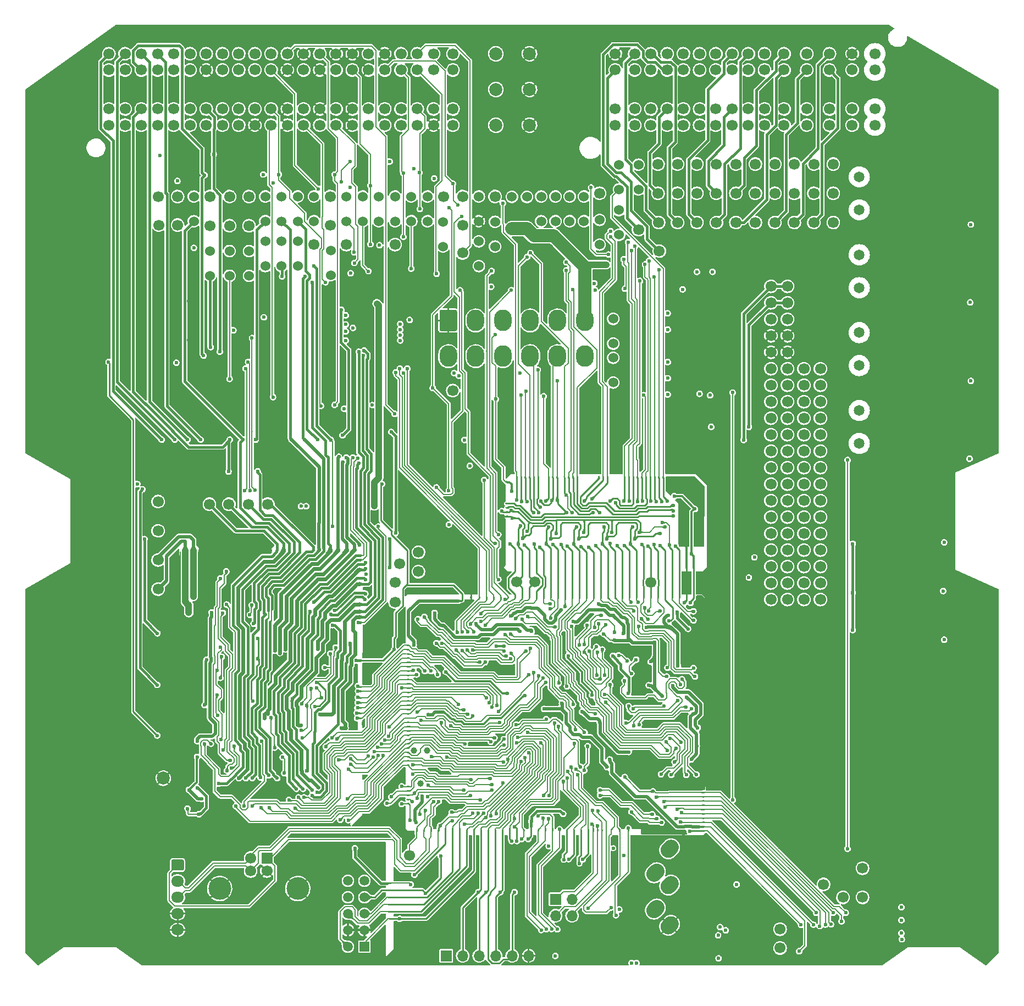
<source format=gbl>
G75*
G70*
%OFA0B0*%
%FSLAX25Y25*%
%IPPOS*%
%LPD*%
%AMOC8*
5,1,8,0,0,1.08239X$1,22.5*
%
%AMM197*
21,1,0.009840,0.009840,-0.000000,-0.000000,270.000000*
21,1,0.000000,0.019680,-0.000000,-0.000000,270.000000*
1,1,0.009840,-0.004920,-0.000000*
1,1,0.009840,-0.004920,-0.000000*
1,1,0.009840,0.004920,-0.000000*
1,1,0.009840,0.004920,-0.000000*
%
%AMM198*
21,1,0.009840,0.009840,-0.000000,-0.000000,180.000000*
21,1,0.000000,0.019680,-0.000000,-0.000000,180.000000*
1,1,0.009840,-0.000000,0.004920*
1,1,0.009840,-0.000000,0.004920*
1,1,0.009840,-0.000000,-0.004920*
1,1,0.009840,-0.000000,-0.004920*
%
%AMM299*
21,1,0.007870,1.133860,-0.000000,-0.000000,0.000000*
21,1,0.000000,1.141730,-0.000000,-0.000000,0.000000*
1,1,0.007870,-0.000000,-0.566930*
1,1,0.007870,-0.000000,-0.566930*
1,1,0.007870,-0.000000,0.566930*
1,1,0.007870,-0.000000,0.566930*
%
%AMM300*
21,1,0.009840,0.009840,-0.000000,-0.000000,90.000000*
21,1,0.000000,0.019680,-0.000000,-0.000000,90.000000*
1,1,0.009840,0.004920,-0.000000*
1,1,0.009840,0.004920,-0.000000*
1,1,0.009840,-0.004920,-0.000000*
1,1,0.009840,-0.004920,-0.000000*
%
%AMM339*
21,1,0.039370,0.007870,-0.000000,-0.000000,315.000000*
1,1,0.007870,-0.013920,0.013920*
1,1,0.007870,0.013920,-0.013920*
%
%AMM344*
21,1,0.007870,0.287010,-0.000000,0.000000,270.000000*
21,1,0.000000,0.294880,-0.000000,0.000000,270.000000*
1,1,0.007870,-0.143500,0.000000*
1,1,0.007870,-0.143500,0.000000*
1,1,0.007870,0.143500,0.000000*
1,1,0.007870,0.143500,0.000000*
%
%AMM345*
21,1,0.007870,0.078350,-0.000000,0.000000,225.000000*
21,1,0.000000,0.086220,-0.000000,0.000000,225.000000*
1,1,0.007870,-0.027700,0.027700*
1,1,0.007870,-0.027700,0.027700*
1,1,0.007870,0.027700,-0.027700*
1,1,0.007870,0.027700,-0.027700*
%
%AMM346*
21,1,0.007870,0.643700,-0.000000,0.000000,0.000000*
21,1,0.000000,0.651580,-0.000000,0.000000,0.000000*
1,1,0.007870,-0.000000,-0.321850*
1,1,0.007870,-0.000000,-0.321850*
1,1,0.007870,-0.000000,0.321850*
1,1,0.007870,-0.000000,0.321850*
%
%AMM348*
21,1,0.009840,0.009840,-0.000000,0.000000,270.000000*
21,1,0.000000,0.019680,-0.000000,0.000000,270.000000*
1,1,0.009840,-0.004920,0.000000*
1,1,0.009840,-0.004920,0.000000*
1,1,0.009840,0.004920,0.000000*
1,1,0.009840,0.004920,0.000000*
%
%AMM349*
21,1,0.007870,0.361020,-0.000000,0.000000,90.000000*
21,1,0.000000,0.368900,-0.000000,0.000000,90.000000*
1,1,0.007870,0.180510,0.000000*
1,1,0.007870,0.180510,0.000000*
1,1,0.007870,-0.180510,0.000000*
1,1,0.007870,-0.180510,0.000000*
%
%AMM350*
21,1,0.007870,0.023620,-0.000000,0.000000,315.000000*
21,1,0.000000,0.031500,-0.000000,0.000000,315.000000*
1,1,0.007870,-0.008350,-0.008350*
1,1,0.007870,-0.008350,-0.008350*
1,1,0.007870,0.008350,0.008350*
1,1,0.007870,0.008350,0.008350*
%
%ADD10C,0.00787*%
%ADD104O,0.00787X1.60630*%
%ADD105O,1.00787X0.00787*%
%ADD106O,0.44882X0.04331*%
%ADD107O,0.01575X0.02362*%
%ADD108O,0.02362X0.03150*%
%ADD109O,0.02362X0.01575*%
%ADD11C,0.06693*%
%ADD12R,0.06693X0.06693*%
%ADD13O,0.06693X0.06693*%
%ADD137C,0.01968*%
%ADD14C,0.06000*%
%ADD17C,0.07874*%
%ADD18C,0.13780*%
%ADD188C,0.03900*%
%ADD23C,0.05906*%
%ADD26C,0.06496*%
%ADD267R,0.05906X0.05906*%
%ADD30C,0.02362*%
%ADD35O,0.01575X0.00787*%
%ADD368M197*%
%ADD369M198*%
%ADD477M299*%
%ADD478M300*%
%ADD532M339*%
%ADD538M344*%
%ADD539M345*%
%ADD540M346*%
%ADD543M348*%
%ADD544M349*%
%ADD545M350*%
%ADD55O,0.10630X0.12992*%
%ADD58O,0.07677X0.06693*%
%ADD75O,0.03937X0.05906*%
%ADD76O,0.03150X0.02362*%
%ADD81C,0.01575*%
%ADD82C,0.03937*%
%ADD83C,0.00984*%
%ADD85C,0.01969*%
%ADD94C,0.01181*%
X0000000Y0000000D02*
%LPD*%
G01*
D11*
X0411417Y0505906D03*
X0505906Y0470472D03*
X0446850Y0488189D03*
D12*
X0282992Y0025591D03*
D13*
X0292992Y0025591D03*
X0302992Y0025591D03*
X0312992Y0025591D03*
X0322992Y0025591D03*
X0332992Y0025591D03*
D14*
X0331890Y0486024D03*
X0331890Y0466732D03*
D11*
X0260630Y0086614D03*
X0482283Y0505906D03*
X0499921Y0291772D03*
X0499921Y0301772D03*
X0499921Y0311772D03*
X0499921Y0321772D03*
X0499921Y0331772D03*
X0509921Y0291772D03*
X0509921Y0301772D03*
X0509921Y0311772D03*
X0509921Y0321772D03*
X0509921Y0331772D03*
X0312598Y0486240D03*
X0542963Y0572835D03*
X0529183Y0572835D03*
X0515404Y0572835D03*
X0501624Y0572835D03*
X0487844Y0572835D03*
X0476033Y0572835D03*
X0466191Y0572835D03*
X0456348Y0572835D03*
X0446506Y0572835D03*
X0436663Y0572835D03*
X0426821Y0572835D03*
X0416978Y0572835D03*
X0407136Y0572835D03*
X0397293Y0572835D03*
X0385482Y0572835D03*
X0542963Y0562992D03*
X0529183Y0562992D03*
X0515404Y0562992D03*
X0501624Y0562992D03*
X0487844Y0562992D03*
X0476033Y0562992D03*
X0466191Y0562992D03*
X0456348Y0562992D03*
X0446506Y0562992D03*
X0436663Y0562992D03*
X0426821Y0562992D03*
X0416978Y0562992D03*
X0407136Y0562992D03*
X0397293Y0562992D03*
X0385482Y0562992D03*
X0542963Y0539370D03*
X0529183Y0539370D03*
X0515404Y0539370D03*
X0501624Y0539370D03*
X0487844Y0539370D03*
X0476033Y0539370D03*
X0466191Y0539370D03*
X0456348Y0539370D03*
X0446506Y0539370D03*
X0436663Y0539370D03*
X0426821Y0539370D03*
X0416978Y0539370D03*
X0407136Y0539370D03*
X0397293Y0539370D03*
X0385482Y0539370D03*
X0542963Y0529528D03*
X0529183Y0529528D03*
X0515404Y0529528D03*
X0501624Y0529528D03*
X0487844Y0529528D03*
X0476033Y0529528D03*
X0466191Y0529528D03*
X0456348Y0529528D03*
X0446506Y0529528D03*
X0436663Y0529528D03*
X0426821Y0529528D03*
X0416978Y0529528D03*
X0407136Y0529528D03*
X0397293Y0529528D03*
X0385482Y0529528D03*
D17*
X0333514Y0572835D03*
X0313041Y0572835D03*
X0333514Y0551181D03*
X0313041Y0551181D03*
X0333514Y0529528D03*
X0313041Y0529528D03*
D11*
X0287057Y0572835D03*
X0275246Y0572835D03*
X0265404Y0572835D03*
X0255561Y0572835D03*
X0245719Y0572835D03*
X0235876Y0572835D03*
X0226033Y0572835D03*
X0216191Y0572835D03*
X0206348Y0572835D03*
X0196506Y0572835D03*
X0186663Y0572835D03*
X0176821Y0572835D03*
X0166978Y0572835D03*
X0157136Y0572835D03*
X0147293Y0572835D03*
X0137451Y0572835D03*
X0127608Y0572835D03*
X0117766Y0572835D03*
X0107923Y0572835D03*
X0098081Y0572835D03*
X0088238Y0572835D03*
X0078396Y0572835D03*
X0287057Y0562992D03*
X0275246Y0562992D03*
X0265404Y0562992D03*
X0255561Y0562992D03*
X0245719Y0562992D03*
X0235876Y0562992D03*
X0226033Y0562992D03*
X0216191Y0562992D03*
X0206348Y0562992D03*
X0196506Y0562992D03*
X0186663Y0562992D03*
X0176821Y0562992D03*
X0166978Y0562992D03*
X0157136Y0562992D03*
X0147293Y0562992D03*
X0137451Y0562992D03*
X0127608Y0562992D03*
X0117766Y0562992D03*
X0107923Y0562992D03*
X0098081Y0562992D03*
X0088238Y0562992D03*
X0078396Y0562992D03*
X0287057Y0539370D03*
X0275246Y0539370D03*
X0265404Y0539370D03*
X0255561Y0539370D03*
X0245719Y0539370D03*
X0235876Y0539370D03*
X0226033Y0539370D03*
X0216191Y0539370D03*
X0206348Y0539370D03*
X0196506Y0539370D03*
X0186663Y0539370D03*
X0176821Y0539370D03*
X0166978Y0539370D03*
X0157136Y0539370D03*
X0147293Y0539370D03*
X0137451Y0539370D03*
X0127608Y0539370D03*
X0117766Y0539370D03*
X0107923Y0539370D03*
X0098081Y0539370D03*
X0088238Y0539370D03*
X0078396Y0539370D03*
X0287057Y0529528D03*
X0275246Y0529528D03*
X0265404Y0529528D03*
X0255561Y0529528D03*
X0245719Y0529528D03*
X0235876Y0529528D03*
X0226033Y0529528D03*
X0216191Y0529528D03*
X0206348Y0529528D03*
X0196506Y0529528D03*
X0186663Y0529528D03*
X0176821Y0529528D03*
X0166978Y0529528D03*
X0157136Y0529528D03*
X0147293Y0529528D03*
X0137451Y0529528D03*
X0127608Y0529528D03*
X0117766Y0529528D03*
X0107923Y0529528D03*
X0098081Y0529528D03*
X0088238Y0529528D03*
X0078396Y0529528D03*
D14*
X0163386Y0438169D03*
X0163386Y0453169D03*
D11*
X0458661Y0505906D03*
D14*
X0139764Y0438169D03*
X0139764Y0453169D03*
D12*
X0174213Y0084951D03*
D11*
X0164370Y0084951D03*
X0164370Y0077077D03*
X0174213Y0077077D03*
D18*
X0192992Y0066407D03*
X0145591Y0066407D03*
D11*
X0411811Y0470472D03*
X0325591Y0252362D03*
D14*
X0384252Y0412028D03*
X0384252Y0397028D03*
D11*
X0485433Y0041732D03*
X0458661Y0488189D03*
X0139370Y0299606D03*
X0292913Y0451969D03*
X0266142Y0270472D03*
D14*
X0183071Y0471240D03*
X0183071Y0486240D03*
D11*
X0494094Y0488189D03*
X0336614Y0252362D03*
D14*
X0212992Y0438563D03*
X0212992Y0453563D03*
D11*
X0470472Y0470472D03*
X0485433Y0030315D03*
D23*
X0242126Y0431693D03*
D11*
X0499921Y0341772D03*
X0499921Y0351772D03*
X0499921Y0361772D03*
X0499921Y0371772D03*
X0499921Y0381772D03*
X0509921Y0341772D03*
X0509921Y0351772D03*
X0509921Y0361772D03*
X0509921Y0371772D03*
X0509921Y0381772D03*
D14*
X0384252Y0388406D03*
X0384252Y0373406D03*
D11*
X0108661Y0468898D03*
X0435039Y0488189D03*
X0505906Y0488189D03*
X0505906Y0505906D03*
G36*
G01*
X0245859Y0094065D02*
X0209757Y0094065D01*
G75*
G02*
X0209363Y0094459I0000000J0000394D01*
G01*
X0209363Y0094459D01*
G75*
G02*
X0209757Y0094852I0000394J0000000D01*
G01*
X0245859Y0094852D01*
G75*
G02*
X0246253Y0094459I0000000J-000394D01*
G01*
X0246253Y0094459D01*
G75*
G02*
X0245859Y0094065I-000394J0000000D01*
G01*
G37*
G36*
G01*
X0215384Y0024803D02*
X0244085Y0024803D01*
G75*
G02*
X0244478Y0024409I0000000J-000394D01*
G01*
X0244478Y0024409D01*
G75*
G02*
X0244085Y0024016I-000394J0000000D01*
G01*
X0215384Y0024016D01*
G75*
G02*
X0214990Y0024409I0000000J0000394D01*
G01*
X0214990Y0024409D01*
G75*
G02*
X0215384Y0024803I0000394J0000000D01*
G01*
G37*
G36*
G01*
X0209324Y0030002D02*
X0209324Y0094372D01*
G75*
G02*
X0209718Y0094766I0000394J0000000D01*
G01*
X0209718Y0094766D01*
G75*
G02*
X0210112Y0094372I0000000J-000394D01*
G01*
X0210112Y0030002D01*
G75*
G02*
X0209718Y0029608I-000394J0000000D01*
G01*
X0209718Y0029608D01*
G75*
G02*
X0209324Y0030002I0000000J0000394D01*
G01*
G37*
G36*
G01*
X0210005Y0030255D02*
X0215545Y0024715D01*
G75*
G02*
X0215545Y0024158I-000278J-000278D01*
G01*
X0215545Y0024158D01*
G75*
G02*
X0214988Y0024158I-000278J0000278D01*
G01*
X0209448Y0029698D01*
G75*
G02*
X0209448Y0030255I0000278J0000278D01*
G01*
X0209448Y0030255D01*
G75*
G02*
X0210005Y0030255I0000278J-000278D01*
G01*
G37*
G36*
G01*
X0243859Y0024730D02*
X0245529Y0026401D01*
G75*
G02*
X0246086Y0026401I0000278J-000278D01*
G01*
X0246086Y0026401D01*
G75*
G02*
X0246086Y0025844I-000278J-000278D01*
G01*
X0244416Y0024174D01*
G75*
G02*
X0243859Y0024174I-000278J0000278D01*
G01*
X0243859Y0024174D01*
G75*
G02*
X0243859Y0024730I0000278J0000278D01*
G01*
G37*
G36*
G01*
X0248622Y0070177D02*
X0249606Y0070177D01*
G75*
G02*
X0250098Y0069685I0000000J-000492D01*
G01*
X0250098Y0069685D01*
G75*
G02*
X0249606Y0069193I-000492J0000000D01*
G01*
X0248622Y0069193D01*
G75*
G02*
X0248130Y0069685I0000000J0000492D01*
G01*
X0248130Y0069685D01*
G75*
G02*
X0248622Y0070177I0000492J0000000D01*
G01*
G37*
G36*
G01*
X0248622Y0065846D02*
X0249606Y0065846D01*
G75*
G02*
X0250098Y0065354I0000000J-000492D01*
G01*
X0250098Y0065354D01*
G75*
G02*
X0249606Y0064862I-000492J0000000D01*
G01*
X0248622Y0064862D01*
G75*
G02*
X0248130Y0065354I0000000J0000492D01*
G01*
X0248130Y0065354D01*
G75*
G02*
X0248622Y0065846I0000492J0000000D01*
G01*
G37*
G36*
G01*
X0248622Y0061516D02*
X0249606Y0061516D01*
G75*
G02*
X0250098Y0061024I0000000J-000492D01*
G01*
X0250098Y0061024D01*
G75*
G02*
X0249606Y0060531I-000492J0000000D01*
G01*
X0248622Y0060531D01*
G75*
G02*
X0248130Y0061024I0000000J0000492D01*
G01*
X0248130Y0061024D01*
G75*
G02*
X0248622Y0061516I0000492J0000000D01*
G01*
G37*
G36*
G01*
X0248622Y0057185D02*
X0249606Y0057185D01*
G75*
G02*
X0250098Y0056693I0000000J-000492D01*
G01*
X0250098Y0056693D01*
G75*
G02*
X0249606Y0056201I-000492J0000000D01*
G01*
X0248622Y0056201D01*
G75*
G02*
X0248130Y0056693I0000000J0000492D01*
G01*
X0248130Y0056693D01*
G75*
G02*
X0248622Y0057185I0000492J0000000D01*
G01*
G37*
G36*
G01*
X0248622Y0052854D02*
X0249606Y0052854D01*
G75*
G02*
X0250098Y0052362I0000000J-000492D01*
G01*
X0250098Y0052362D01*
G75*
G02*
X0249606Y0051870I-000492J0000000D01*
G01*
X0248622Y0051870D01*
G75*
G02*
X0248130Y0052362I0000000J0000492D01*
G01*
X0248130Y0052362D01*
G75*
G02*
X0248622Y0052854I0000492J0000000D01*
G01*
G37*
G36*
G01*
X0248622Y0048524D02*
X0249606Y0048524D01*
G75*
G02*
X0250098Y0048032I0000000J-000492D01*
G01*
X0250098Y0048032D01*
G75*
G02*
X0249606Y0047539I-000492J0000000D01*
G01*
X0248622Y0047539D01*
G75*
G02*
X0248130Y0048032I0000000J0000492D01*
G01*
X0248130Y0048032D01*
G75*
G02*
X0248622Y0048524I0000492J0000000D01*
G01*
G37*
D14*
X0302756Y0471240D03*
X0302756Y0486240D03*
D11*
X0470472Y0505906D03*
D14*
X0399606Y0490531D03*
X0399606Y0505531D03*
D11*
X0139764Y0468504D03*
X0479921Y0241772D03*
X0479921Y0251772D03*
X0479921Y0261772D03*
X0479921Y0271772D03*
X0479921Y0281772D03*
X0489921Y0241772D03*
X0489921Y0251772D03*
X0489921Y0261772D03*
X0489921Y0271772D03*
X0489921Y0281772D03*
X0535433Y0078740D03*
X0222441Y0457087D03*
X0494094Y0470472D03*
X0120079Y0486220D03*
X0151181Y0299606D03*
D14*
X0192913Y0444075D03*
X0192913Y0459075D03*
X0340551Y0471220D03*
X0340551Y0486220D03*
X0151575Y0438169D03*
X0151575Y0453169D03*
D11*
X0163386Y0486220D03*
X0446850Y0470472D03*
X0517717Y0505906D03*
X0535433Y0061024D03*
X0108268Y0248031D03*
X0479921Y0391772D03*
X0479921Y0401772D03*
X0479921Y0411772D03*
X0479921Y0421772D03*
X0479921Y0431772D03*
X0489921Y0391772D03*
X0489921Y0401772D03*
X0489921Y0411772D03*
X0489921Y0421772D03*
X0489921Y0431772D03*
X0479921Y0291772D03*
X0479921Y0301772D03*
X0479921Y0311772D03*
X0479921Y0321772D03*
X0479921Y0331772D03*
X0489921Y0291772D03*
X0489921Y0301772D03*
X0489921Y0311772D03*
X0489921Y0321772D03*
X0489921Y0331772D03*
X0163386Y0468504D03*
D26*
X0533465Y0498189D03*
X0533465Y0478189D03*
D14*
X0232283Y0471240D03*
X0232283Y0486240D03*
D26*
X0533465Y0403701D03*
X0533465Y0383701D03*
D30*
X0226476Y0406557D03*
X0255118Y0408946D03*
X0255118Y0405600D03*
X0255118Y0402253D03*
X0255118Y0398907D03*
X0260823Y0411353D03*
X0222047Y0398907D03*
X0222047Y0404419D03*
X0222047Y0408651D03*
X0222047Y0414163D03*
D14*
X0173228Y0444075D03*
X0173228Y0459075D03*
X0173228Y0471240D03*
X0173228Y0486240D03*
X0322835Y0486024D03*
X0322835Y0466732D03*
D11*
X0435039Y0470472D03*
D14*
X0375984Y0457067D03*
X0375984Y0472067D03*
D11*
X0423228Y0488189D03*
G36*
G01*
X0414018Y0080160D02*
X0414018Y0080160D01*
G75*
G02*
X0414018Y0073479I-003341J-003341D01*
G01*
X0412348Y0071808D01*
G75*
G02*
X0405667Y0071808I-003341J0003341D01*
G01*
X0405667Y0071808D01*
G75*
G02*
X0405667Y0078490I0003341J0003341D01*
G01*
X0407337Y0080160D01*
G75*
G02*
X0414018Y0080160I0003341J-003341D01*
G01*
G37*
G36*
G01*
X0422680Y0072680D02*
X0422680Y0072680D01*
G75*
G02*
X0422680Y0065998I-003341J-003341D01*
G01*
X0421009Y0064328D01*
G75*
G02*
X0414328Y0064328I-003341J0003341D01*
G01*
X0414328Y0064328D01*
G75*
G02*
X0414328Y0071009I0003341J0003341D01*
G01*
X0415998Y0072680D01*
G75*
G02*
X0422680Y0072680I0003341J-003341D01*
G01*
G37*
G36*
G01*
X0422680Y0048270D02*
X0422680Y0048270D01*
G75*
G02*
X0422680Y0041589I-003341J-003341D01*
G01*
X0421009Y0039919D01*
G75*
G02*
X0414328Y0039919I-003341J0003341D01*
G01*
X0414328Y0039919D01*
G75*
G02*
X0414328Y0046600I0003341J0003341D01*
G01*
X0415998Y0048270D01*
G75*
G02*
X0422680Y0048270I0003341J-003341D01*
G01*
G37*
G36*
G01*
X0414018Y0058113D02*
X0414018Y0058113D01*
G75*
G02*
X0414018Y0051432I-003341J-003341D01*
G01*
X0412348Y0049761D01*
G75*
G02*
X0405667Y0049761I-003341J0003341D01*
G01*
X0405667Y0049761D01*
G75*
G02*
X0405667Y0056443I0003341J0003341D01*
G01*
X0407337Y0058113D01*
G75*
G02*
X0414018Y0058113I0003341J-003341D01*
G01*
G37*
G36*
G01*
X0422680Y0094727D02*
X0422680Y0094727D01*
G75*
G02*
X0422680Y0088046I-003341J-003341D01*
G01*
X0421009Y0086375D01*
G75*
G02*
X0414328Y0086375I-003341J0003341D01*
G01*
X0414328Y0086375D01*
G75*
G02*
X0414328Y0093057I0003341J0003341D01*
G01*
X0415998Y0094727D01*
G75*
G02*
X0422680Y0094727I0003341J-003341D01*
G01*
G37*
X0151575Y0468504D03*
X0399606Y0466142D03*
D26*
X0533465Y0356457D03*
X0533465Y0336457D03*
D11*
X0251969Y0251969D03*
X0511811Y0068898D03*
D12*
X0349311Y0059921D03*
D13*
X0359311Y0059921D03*
X0349311Y0049921D03*
X0359311Y0049921D03*
D11*
X0517717Y0470472D03*
X0139764Y0486220D03*
D14*
X0192913Y0471240D03*
X0192913Y0486240D03*
X0222441Y0471240D03*
X0222441Y0486240D03*
X0357874Y0471240D03*
X0357874Y0486240D03*
D30*
X0505657Y0044468D03*
X0507330Y0051693D03*
X0509496Y0043622D03*
X0512940Y0044468D03*
X0516287Y0044763D03*
X0517566Y0051693D03*
X0522684Y0046535D03*
X0525244Y0051693D03*
X0496995Y0028366D03*
X0498177Y0044409D03*
D26*
X0533465Y0450945D03*
X0533465Y0430945D03*
D30*
X0302018Y0331545D03*
X0449117Y0331545D03*
X0400837Y0331545D03*
X0344931Y0331545D03*
X0443652Y0346506D03*
X0252228Y0282039D03*
X0284610Y0287255D03*
X0284541Y0307856D03*
X0277130Y0309795D03*
X0306067Y0314224D03*
G36*
G01*
X0259293Y0118321D02*
X0260278Y0118321D01*
G75*
G02*
X0260770Y0117829I0000000J-000492D01*
G01*
X0260770Y0117829D01*
G75*
G02*
X0260278Y0117337I-000492J0000000D01*
G01*
X0259293Y0117337D01*
G75*
G02*
X0258801Y0117829I0000000J0000492D01*
G01*
X0258801Y0117829D01*
G75*
G02*
X0259293Y0118321I0000492J0000000D01*
G01*
G37*
G36*
G01*
X0260278Y0119936D02*
X0259293Y0119936D01*
G75*
G02*
X0258801Y0120428I0000000J0000492D01*
G01*
X0258801Y0120428D01*
G75*
G02*
X0259293Y0120920I0000492J0000000D01*
G01*
X0260278Y0120920D01*
G75*
G02*
X0260770Y0120428I0000000J-000492D01*
G01*
X0260770Y0120428D01*
G75*
G02*
X0260278Y0119936I-000492J0000000D01*
G01*
G37*
G36*
G01*
X0260278Y0122534D02*
X0259293Y0122534D01*
G75*
G02*
X0258801Y0123026I0000000J0000492D01*
G01*
X0258801Y0123026D01*
G75*
G02*
X0259293Y0123518I0000492J0000000D01*
G01*
X0260278Y0123518D01*
G75*
G02*
X0260770Y0123026I0000000J-000492D01*
G01*
X0260770Y0123026D01*
G75*
G02*
X0260278Y0122534I-000492J0000000D01*
G01*
G37*
G36*
G01*
X0260278Y0125132D02*
X0259293Y0125132D01*
G75*
G02*
X0258801Y0125625I0000000J0000492D01*
G01*
X0258801Y0125625D01*
G75*
G02*
X0259293Y0126117I0000492J0000000D01*
G01*
X0260278Y0126117D01*
G75*
G02*
X0260770Y0125625I0000000J-000492D01*
G01*
X0260770Y0125625D01*
G75*
G02*
X0260278Y0125132I-000492J0000000D01*
G01*
G37*
G36*
G01*
X0260278Y0127731D02*
X0259293Y0127731D01*
G75*
G02*
X0258801Y0128223I0000000J0000492D01*
G01*
X0258801Y0128223D01*
G75*
G02*
X0259293Y0128715I0000492J0000000D01*
G01*
X0260278Y0128715D01*
G75*
G02*
X0260770Y0128223I0000000J-000492D01*
G01*
X0260770Y0128223D01*
G75*
G02*
X0260278Y0127731I-000492J0000000D01*
G01*
G37*
G36*
G01*
X0260278Y0140723D02*
X0259293Y0140723D01*
G75*
G02*
X0258801Y0141215I0000000J0000492D01*
G01*
X0258801Y0141215D01*
G75*
G02*
X0259293Y0141707I0000492J0000000D01*
G01*
X0260278Y0141707D01*
G75*
G02*
X0260770Y0141215I0000000J-000492D01*
G01*
X0260770Y0141215D01*
G75*
G02*
X0260278Y0140723I-000492J0000000D01*
G01*
G37*
G36*
G01*
X0260278Y0143321D02*
X0259293Y0143321D01*
G75*
G02*
X0258801Y0143813I0000000J0000492D01*
G01*
X0258801Y0143813D01*
G75*
G02*
X0259293Y0144306I0000492J0000000D01*
G01*
X0260278Y0144306D01*
G75*
G02*
X0260770Y0143813I0000000J-000492D01*
G01*
X0260770Y0143813D01*
G75*
G02*
X0260278Y0143321I-000492J0000000D01*
G01*
G37*
G36*
G01*
X0260278Y0145920D02*
X0259293Y0145920D01*
G75*
G02*
X0258801Y0146412I0000000J0000492D01*
G01*
X0258801Y0146412D01*
G75*
G02*
X0259293Y0146904I0000492J0000000D01*
G01*
X0260278Y0146904D01*
G75*
G02*
X0260770Y0146412I0000000J-000492D01*
G01*
X0260770Y0146412D01*
G75*
G02*
X0260278Y0145920I-000492J0000000D01*
G01*
G37*
G36*
G01*
X0260278Y0148518D02*
X0259293Y0148518D01*
G75*
G02*
X0258801Y0149010I0000000J0000492D01*
G01*
X0258801Y0149010D01*
G75*
G02*
X0259293Y0149502I0000492J0000000D01*
G01*
X0260278Y0149502D01*
G75*
G02*
X0260770Y0149010I0000000J-000492D01*
G01*
X0260770Y0149010D01*
G75*
G02*
X0260278Y0148518I-000492J0000000D01*
G01*
G37*
G36*
G01*
X0260278Y0151117D02*
X0259293Y0151117D01*
G75*
G02*
X0258801Y0151609I0000000J0000492D01*
G01*
X0258801Y0151609D01*
G75*
G02*
X0259293Y0152101I0000492J0000000D01*
G01*
X0260278Y0152101D01*
G75*
G02*
X0260770Y0151609I0000000J-000492D01*
G01*
X0260770Y0151609D01*
G75*
G02*
X0260278Y0151117I-000492J0000000D01*
G01*
G37*
G36*
G01*
X0260278Y0153715D02*
X0259293Y0153715D01*
G75*
G02*
X0258801Y0154207I0000000J0000492D01*
G01*
X0258801Y0154207D01*
G75*
G02*
X0259293Y0154699I0000492J0000000D01*
G01*
X0260278Y0154699D01*
G75*
G02*
X0260770Y0154207I0000000J-000492D01*
G01*
X0260770Y0154207D01*
G75*
G02*
X0260278Y0153715I-000492J0000000D01*
G01*
G37*
G36*
G01*
X0260278Y0156313D02*
X0259293Y0156313D01*
G75*
G02*
X0258801Y0156806I0000000J0000492D01*
G01*
X0258801Y0156806D01*
G75*
G02*
X0259293Y0157298I0000492J0000000D01*
G01*
X0260278Y0157298D01*
G75*
G02*
X0260770Y0156806I0000000J-000492D01*
G01*
X0260770Y0156806D01*
G75*
G02*
X0260278Y0156313I-000492J0000000D01*
G01*
G37*
G36*
G01*
X0260278Y0158912D02*
X0259293Y0158912D01*
G75*
G02*
X0258801Y0159404I0000000J0000492D01*
G01*
X0258801Y0159404D01*
G75*
G02*
X0259293Y0159896I0000492J0000000D01*
G01*
X0260278Y0159896D01*
G75*
G02*
X0260770Y0159404I0000000J-000492D01*
G01*
X0260770Y0159404D01*
G75*
G02*
X0260278Y0158912I-000492J0000000D01*
G01*
G37*
G36*
G01*
X0260278Y0161510D02*
X0259293Y0161510D01*
G75*
G02*
X0258801Y0162002I0000000J0000492D01*
G01*
X0258801Y0162002D01*
G75*
G02*
X0259293Y0162495I0000492J0000000D01*
G01*
X0260278Y0162495D01*
G75*
G02*
X0260770Y0162002I0000000J-000492D01*
G01*
X0260770Y0162002D01*
G75*
G02*
X0260278Y0161510I-000492J0000000D01*
G01*
G37*
G36*
G01*
X0260278Y0164109D02*
X0259293Y0164109D01*
G75*
G02*
X0258801Y0164601I0000000J0000492D01*
G01*
X0258801Y0164601D01*
G75*
G02*
X0259293Y0165093I0000492J0000000D01*
G01*
X0260278Y0165093D01*
G75*
G02*
X0260770Y0164601I0000000J-000492D01*
G01*
X0260770Y0164601D01*
G75*
G02*
X0260278Y0164109I-000492J0000000D01*
G01*
G37*
G36*
G01*
X0260278Y0166707D02*
X0259293Y0166707D01*
G75*
G02*
X0258801Y0167199I0000000J0000492D01*
G01*
X0258801Y0167199D01*
G75*
G02*
X0259293Y0167691I0000492J0000000D01*
G01*
X0260278Y0167691D01*
G75*
G02*
X0260770Y0167199I0000000J-000492D01*
G01*
X0260770Y0167199D01*
G75*
G02*
X0260278Y0166707I-000492J0000000D01*
G01*
G37*
G36*
G01*
X0260278Y0169306D02*
X0259293Y0169306D01*
G75*
G02*
X0258801Y0169798I0000000J0000492D01*
G01*
X0258801Y0169798D01*
G75*
G02*
X0259293Y0170290I0000492J0000000D01*
G01*
X0260278Y0170290D01*
G75*
G02*
X0260770Y0169798I0000000J-000492D01*
G01*
X0260770Y0169798D01*
G75*
G02*
X0260278Y0169306I-000492J0000000D01*
G01*
G37*
G36*
G01*
X0260278Y0171904D02*
X0259293Y0171904D01*
G75*
G02*
X0258801Y0172396I0000000J0000492D01*
G01*
X0258801Y0172396D01*
G75*
G02*
X0259293Y0172888I0000492J0000000D01*
G01*
X0260278Y0172888D01*
G75*
G02*
X0260770Y0172396I0000000J-000492D01*
G01*
X0260770Y0172396D01*
G75*
G02*
X0260278Y0171904I-000492J0000000D01*
G01*
G37*
G36*
G01*
X0260278Y0174502D02*
X0259293Y0174502D01*
G75*
G02*
X0258801Y0174995I0000000J0000492D01*
G01*
X0258801Y0174995D01*
G75*
G02*
X0259293Y0175487I0000492J0000000D01*
G01*
X0260278Y0175487D01*
G75*
G02*
X0260770Y0174995I0000000J-000492D01*
G01*
X0260770Y0174995D01*
G75*
G02*
X0260278Y0174502I-000492J0000000D01*
G01*
G37*
G36*
G01*
X0260278Y0177101D02*
X0259293Y0177101D01*
G75*
G02*
X0258801Y0177593I0000000J0000492D01*
G01*
X0258801Y0177593D01*
G75*
G02*
X0259293Y0178085I0000492J0000000D01*
G01*
X0260278Y0178085D01*
G75*
G02*
X0260770Y0177593I0000000J-000492D01*
G01*
X0260770Y0177593D01*
G75*
G02*
X0260278Y0177101I-000492J0000000D01*
G01*
G37*
G36*
G01*
X0260278Y0179699D02*
X0259293Y0179699D01*
G75*
G02*
X0258801Y0180191I0000000J0000492D01*
G01*
X0258801Y0180191D01*
G75*
G02*
X0259293Y0180684I0000492J0000000D01*
G01*
X0260278Y0180684D01*
G75*
G02*
X0260770Y0180191I0000000J-000492D01*
G01*
X0260770Y0180191D01*
G75*
G02*
X0260278Y0179699I-000492J0000000D01*
G01*
G37*
G36*
G01*
X0260278Y0182298D02*
X0259293Y0182298D01*
G75*
G02*
X0258801Y0182790I0000000J0000492D01*
G01*
X0258801Y0182790D01*
G75*
G02*
X0259293Y0183282I0000492J0000000D01*
G01*
X0260278Y0183282D01*
G75*
G02*
X0260770Y0182790I0000000J-000492D01*
G01*
X0260770Y0182790D01*
G75*
G02*
X0260278Y0182298I-000492J0000000D01*
G01*
G37*
G36*
G01*
X0260278Y0184896D02*
X0259293Y0184896D01*
G75*
G02*
X0258801Y0185388I0000000J0000492D01*
G01*
X0258801Y0185388D01*
G75*
G02*
X0259293Y0185880I0000492J0000000D01*
G01*
X0260278Y0185880D01*
G75*
G02*
X0260770Y0185388I0000000J-000492D01*
G01*
X0260770Y0185388D01*
G75*
G02*
X0260278Y0184896I-000492J0000000D01*
G01*
G37*
G36*
G01*
X0260278Y0187495D02*
X0259293Y0187495D01*
G75*
G02*
X0258801Y0187987I0000000J0000492D01*
G01*
X0258801Y0187987D01*
G75*
G02*
X0259293Y0188479I0000492J0000000D01*
G01*
X0260278Y0188479D01*
G75*
G02*
X0260770Y0187987I0000000J-000492D01*
G01*
X0260770Y0187987D01*
G75*
G02*
X0260278Y0187495I-000492J0000000D01*
G01*
G37*
G36*
G01*
X0260278Y0190093D02*
X0259293Y0190093D01*
G75*
G02*
X0258801Y0190585I0000000J0000492D01*
G01*
X0258801Y0190585D01*
G75*
G02*
X0259293Y0191077I0000492J0000000D01*
G01*
X0260278Y0191077D01*
G75*
G02*
X0260770Y0190585I0000000J-000492D01*
G01*
X0260770Y0190585D01*
G75*
G02*
X0260278Y0190093I-000492J0000000D01*
G01*
G37*
G36*
G01*
X0260278Y0192691D02*
X0259293Y0192691D01*
G75*
G02*
X0258801Y0193184I0000000J0000492D01*
G01*
X0258801Y0193184D01*
G75*
G02*
X0259293Y0193676I0000492J0000000D01*
G01*
X0260278Y0193676D01*
G75*
G02*
X0260770Y0193184I0000000J-000492D01*
G01*
X0260770Y0193184D01*
G75*
G02*
X0260278Y0192691I-000492J0000000D01*
G01*
G37*
G36*
G01*
X0260278Y0195290D02*
X0259293Y0195290D01*
G75*
G02*
X0258801Y0195782I0000000J0000492D01*
G01*
X0258801Y0195782D01*
G75*
G02*
X0259293Y0196274I0000492J0000000D01*
G01*
X0260278Y0196274D01*
G75*
G02*
X0260770Y0195782I0000000J-000492D01*
G01*
X0260770Y0195782D01*
G75*
G02*
X0260278Y0195290I-000492J0000000D01*
G01*
G37*
G36*
G01*
X0260278Y0197888D02*
X0259293Y0197888D01*
G75*
G02*
X0258801Y0198380I0000000J0000492D01*
G01*
X0258801Y0198380D01*
G75*
G02*
X0259293Y0198873I0000492J0000000D01*
G01*
X0260278Y0198873D01*
G75*
G02*
X0260770Y0198380I0000000J-000492D01*
G01*
X0260770Y0198380D01*
G75*
G02*
X0260278Y0197888I-000492J0000000D01*
G01*
G37*
G36*
G01*
X0260278Y0200487D02*
X0259293Y0200487D01*
G75*
G02*
X0258801Y0200979I0000000J0000492D01*
G01*
X0258801Y0200979D01*
G75*
G02*
X0259293Y0201471I0000492J0000000D01*
G01*
X0260278Y0201471D01*
G75*
G02*
X0260770Y0200979I0000000J-000492D01*
G01*
X0260770Y0200979D01*
G75*
G02*
X0260278Y0200487I-000492J0000000D01*
G01*
G37*
G36*
G01*
X0260278Y0203085D02*
X0259293Y0203085D01*
G75*
G02*
X0258801Y0203577I0000000J0000492D01*
G01*
X0258801Y0203577D01*
G75*
G02*
X0259293Y0204069I0000492J0000000D01*
G01*
X0260278Y0204069D01*
G75*
G02*
X0260770Y0203577I0000000J-000492D01*
G01*
X0260770Y0203577D01*
G75*
G02*
X0260278Y0203085I-000492J0000000D01*
G01*
G37*
G36*
G01*
X0260278Y0205684D02*
X0259293Y0205684D01*
G75*
G02*
X0258801Y0206176I0000000J0000492D01*
G01*
X0258801Y0206176D01*
G75*
G02*
X0259293Y0206668I0000492J0000000D01*
G01*
X0260278Y0206668D01*
G75*
G02*
X0260770Y0206176I0000000J-000492D01*
G01*
X0260770Y0206176D01*
G75*
G02*
X0260278Y0205684I-000492J0000000D01*
G01*
G37*
G36*
G01*
X0260278Y0208282D02*
X0259293Y0208282D01*
G75*
G02*
X0258801Y0208774I0000000J0000492D01*
G01*
X0258801Y0208774D01*
G75*
G02*
X0259293Y0209266I0000492J0000000D01*
G01*
X0260278Y0209266D01*
G75*
G02*
X0260770Y0208774I0000000J-000492D01*
G01*
X0260770Y0208774D01*
G75*
G02*
X0260278Y0208282I-000492J0000000D01*
G01*
G37*
G36*
G01*
X0260278Y0210880D02*
X0259293Y0210880D01*
G75*
G02*
X0258801Y0211373I0000000J0000492D01*
G01*
X0258801Y0211373D01*
G75*
G02*
X0259293Y0211865I0000492J0000000D01*
G01*
X0260278Y0211865D01*
G75*
G02*
X0260770Y0211373I0000000J-000492D01*
G01*
X0260770Y0211373D01*
G75*
G02*
X0260278Y0210880I-000492J0000000D01*
G01*
G37*
G36*
G01*
X0260278Y0213479D02*
X0259293Y0213479D01*
G75*
G02*
X0258801Y0213971I0000000J0000492D01*
G01*
X0258801Y0213971D01*
G75*
G02*
X0259293Y0214463I0000492J0000000D01*
G01*
X0260278Y0214463D01*
G75*
G02*
X0260770Y0213971I0000000J-000492D01*
G01*
X0260770Y0213971D01*
G75*
G02*
X0260278Y0213479I-000492J0000000D01*
G01*
G37*
G36*
G01*
X0392943Y0101089D02*
X0392943Y0102073D01*
G75*
G02*
X0393435Y0102565I0000492J0000000D01*
G01*
X0393435Y0102565D01*
G75*
G02*
X0393927Y0102073I0000000J-000492D01*
G01*
X0393927Y0101089D01*
G75*
G02*
X0393435Y0100597I-000492J0000000D01*
G01*
X0393435Y0100597D01*
G75*
G02*
X0392943Y0101089I0000000J0000492D01*
G01*
G37*
G36*
G01*
X0388730Y0102073D02*
X0388730Y0101089D01*
G75*
G02*
X0388238Y0100597I-000492J0000000D01*
G01*
X0388238Y0100597D01*
G75*
G02*
X0387746Y0101089I0000000J0000492D01*
G01*
X0387746Y0102073D01*
G75*
G02*
X0388238Y0102565I0000492J0000000D01*
G01*
X0388238Y0102565D01*
G75*
G02*
X0388730Y0102073I0000000J-000492D01*
G01*
G37*
G36*
G01*
X0383533Y0102073D02*
X0383533Y0101089D01*
G75*
G02*
X0383041Y0100597I-000492J0000000D01*
G01*
X0383041Y0100597D01*
G75*
G02*
X0382549Y0101089I0000000J0000492D01*
G01*
X0382549Y0102073D01*
G75*
G02*
X0383041Y0102565I0000492J0000000D01*
G01*
X0383041Y0102565D01*
G75*
G02*
X0383533Y0102073I0000000J-000492D01*
G01*
G37*
G36*
G01*
X0380541Y0102073D02*
X0380541Y0101089D01*
G75*
G02*
X0380049Y0100597I-000492J0000000D01*
G01*
X0380049Y0100597D01*
G75*
G02*
X0379557Y0101089I0000000J0000492D01*
G01*
X0379557Y0102073D01*
G75*
G02*
X0380049Y0102565I0000492J0000000D01*
G01*
X0380049Y0102565D01*
G75*
G02*
X0380541Y0102073I0000000J-000492D01*
G01*
G37*
G36*
G01*
X0377923Y0102073D02*
X0377923Y0101089D01*
G75*
G02*
X0377431Y0100597I-000492J0000000D01*
G01*
X0377431Y0100597D01*
G75*
G02*
X0376939Y0101089I0000000J0000492D01*
G01*
X0376939Y0102073D01*
G75*
G02*
X0377431Y0102565I0000492J0000000D01*
G01*
X0377431Y0102565D01*
G75*
G02*
X0377923Y0102073I0000000J-000492D01*
G01*
G37*
G36*
G01*
X0375305Y0102073D02*
X0375305Y0101089D01*
G75*
G02*
X0374813Y0100597I-000492J0000000D01*
G01*
X0374813Y0100597D01*
G75*
G02*
X0374321Y0101089I0000000J0000492D01*
G01*
X0374321Y0102073D01*
G75*
G02*
X0374813Y0102565I0000492J0000000D01*
G01*
X0374813Y0102565D01*
G75*
G02*
X0375305Y0102073I0000000J-000492D01*
G01*
G37*
G36*
G01*
X0372687Y0102073D02*
X0372687Y0101089D01*
G75*
G02*
X0372195Y0100597I-000492J0000000D01*
G01*
X0372195Y0100597D01*
G75*
G02*
X0371703Y0101089I0000000J0000492D01*
G01*
X0371703Y0102073D01*
G75*
G02*
X0372195Y0102565I0000492J0000000D01*
G01*
X0372195Y0102565D01*
G75*
G02*
X0372687Y0102073I0000000J-000492D01*
G01*
G37*
G36*
G01*
X0369636Y0102073D02*
X0369636Y0101089D01*
G75*
G02*
X0369144Y0100597I-000492J0000000D01*
G01*
X0369144Y0100597D01*
G75*
G02*
X0368652Y0101089I0000000J0000492D01*
G01*
X0368652Y0102073D01*
G75*
G02*
X0369144Y0102565I0000492J0000000D01*
G01*
X0369144Y0102565D01*
G75*
G02*
X0369636Y0102073I0000000J-000492D01*
G01*
G37*
G36*
G01*
X0365305Y0102073D02*
X0365305Y0101089D01*
G75*
G02*
X0364813Y0100597I-000492J0000000D01*
G01*
X0364813Y0100597D01*
G75*
G02*
X0364321Y0101089I0000000J0000492D01*
G01*
X0364321Y0102073D01*
G75*
G02*
X0364813Y0102565I0000492J0000000D01*
G01*
X0364813Y0102565D01*
G75*
G02*
X0365305Y0102073I0000000J-000492D01*
G01*
G37*
G36*
G01*
X0360974Y0102073D02*
X0360974Y0101089D01*
G75*
G02*
X0360482Y0100597I-000492J0000000D01*
G01*
X0360482Y0100597D01*
G75*
G02*
X0359990Y0101089I0000000J0000492D01*
G01*
X0359990Y0102073D01*
G75*
G02*
X0360482Y0102565I0000492J0000000D01*
G01*
X0360482Y0102565D01*
G75*
G02*
X0360974Y0102073I0000000J-000492D01*
G01*
G37*
G36*
G01*
X0356644Y0102073D02*
X0356644Y0101089D01*
G75*
G02*
X0356152Y0100597I-000492J0000000D01*
G01*
X0356152Y0100597D01*
G75*
G02*
X0355659Y0101089I0000000J0000492D01*
G01*
X0355659Y0102073D01*
G75*
G02*
X0356152Y0102565I0000492J0000000D01*
G01*
X0356152Y0102565D01*
G75*
G02*
X0356644Y0102073I0000000J-000492D01*
G01*
G37*
G36*
G01*
X0352313Y0102073D02*
X0352313Y0101089D01*
G75*
G02*
X0351821Y0100597I-000492J0000000D01*
G01*
X0351821Y0100597D01*
G75*
G02*
X0351329Y0101089I0000000J0000492D01*
G01*
X0351329Y0102073D01*
G75*
G02*
X0351821Y0102565I0000492J0000000D01*
G01*
X0351821Y0102565D01*
G75*
G02*
X0352313Y0102073I0000000J-000492D01*
G01*
G37*
G36*
G01*
X0347982Y0102073D02*
X0347982Y0101089D01*
G75*
G02*
X0347490Y0100597I-000492J0000000D01*
G01*
X0347490Y0100597D01*
G75*
G02*
X0346998Y0101089I0000000J0000492D01*
G01*
X0346998Y0102073D01*
G75*
G02*
X0347490Y0102565I0000492J0000000D01*
G01*
X0347490Y0102565D01*
G75*
G02*
X0347982Y0102073I0000000J-000492D01*
G01*
G37*
G36*
G01*
X0343652Y0102073D02*
X0343652Y0101089D01*
G75*
G02*
X0343160Y0100597I-000492J0000000D01*
G01*
X0343160Y0100597D01*
G75*
G02*
X0342667Y0101089I0000000J0000492D01*
G01*
X0342667Y0102073D01*
G75*
G02*
X0343160Y0102565I0000492J0000000D01*
G01*
X0343160Y0102565D01*
G75*
G02*
X0343652Y0102073I0000000J-000492D01*
G01*
G37*
G36*
G01*
X0339321Y0102073D02*
X0339321Y0101089D01*
G75*
G02*
X0338829Y0100597I-000492J0000000D01*
G01*
X0338829Y0100597D01*
G75*
G02*
X0338337Y0101089I0000000J0000492D01*
G01*
X0338337Y0102073D01*
G75*
G02*
X0338829Y0102565I0000492J0000000D01*
G01*
X0338829Y0102565D01*
G75*
G02*
X0339321Y0102073I0000000J-000492D01*
G01*
G37*
G36*
G01*
X0334990Y0102073D02*
X0334990Y0101089D01*
G75*
G02*
X0334498Y0100597I-000492J0000000D01*
G01*
X0334498Y0100597D01*
G75*
G02*
X0334006Y0101089I0000000J0000492D01*
G01*
X0334006Y0102073D01*
G75*
G02*
X0334498Y0102565I0000492J0000000D01*
G01*
X0334498Y0102565D01*
G75*
G02*
X0334990Y0102073I0000000J-000492D01*
G01*
G37*
G36*
G01*
X0330660Y0102073D02*
X0330660Y0101089D01*
G75*
G02*
X0330167Y0100597I-000492J0000000D01*
G01*
X0330167Y0100597D01*
G75*
G02*
X0329675Y0101089I0000000J0000492D01*
G01*
X0329675Y0102073D01*
G75*
G02*
X0330167Y0102565I0000492J0000000D01*
G01*
X0330167Y0102565D01*
G75*
G02*
X0330660Y0102073I0000000J-000492D01*
G01*
G37*
G36*
G01*
X0326329Y0102073D02*
X0326329Y0101089D01*
G75*
G02*
X0325837Y0100597I-000492J0000000D01*
G01*
X0325837Y0100597D01*
G75*
G02*
X0325345Y0101089I0000000J0000492D01*
G01*
X0325345Y0102073D01*
G75*
G02*
X0325837Y0102565I0000492J0000000D01*
G01*
X0325837Y0102565D01*
G75*
G02*
X0326329Y0102073I0000000J-000492D01*
G01*
G37*
G36*
G01*
X0321998Y0102073D02*
X0321998Y0101089D01*
G75*
G02*
X0321506Y0100597I-000492J0000000D01*
G01*
X0321506Y0100597D01*
G75*
G02*
X0321014Y0101089I0000000J0000492D01*
G01*
X0321014Y0102073D01*
G75*
G02*
X0321506Y0102565I0000492J0000000D01*
G01*
X0321506Y0102565D01*
G75*
G02*
X0321998Y0102073I0000000J-000492D01*
G01*
G37*
G36*
G01*
X0317667Y0102073D02*
X0317667Y0101089D01*
G75*
G02*
X0317175Y0100597I-000492J0000000D01*
G01*
X0317175Y0100597D01*
G75*
G02*
X0316683Y0101089I0000000J0000492D01*
G01*
X0316683Y0102073D01*
G75*
G02*
X0317175Y0102565I0000492J0000000D01*
G01*
X0317175Y0102565D01*
G75*
G02*
X0317667Y0102073I0000000J-000492D01*
G01*
G37*
G36*
G01*
X0313337Y0102073D02*
X0313337Y0101089D01*
G75*
G02*
X0312845Y0100597I-000492J0000000D01*
G01*
X0312845Y0100597D01*
G75*
G02*
X0312352Y0101089I0000000J0000492D01*
G01*
X0312352Y0102073D01*
G75*
G02*
X0312845Y0102565I0000492J0000000D01*
G01*
X0312845Y0102565D01*
G75*
G02*
X0313337Y0102073I0000000J-000492D01*
G01*
G37*
G36*
G01*
X0309006Y0102073D02*
X0309006Y0101089D01*
G75*
G02*
X0308514Y0100597I-000492J0000000D01*
G01*
X0308514Y0100597D01*
G75*
G02*
X0308022Y0101089I0000000J0000492D01*
G01*
X0308022Y0102073D01*
G75*
G02*
X0308514Y0102565I0000492J0000000D01*
G01*
X0308514Y0102565D01*
G75*
G02*
X0309006Y0102073I0000000J-000492D01*
G01*
G37*
G36*
G01*
X0304675Y0102073D02*
X0304675Y0101089D01*
G75*
G02*
X0304183Y0100597I-000492J0000000D01*
G01*
X0304183Y0100597D01*
G75*
G02*
X0303691Y0101089I0000000J0000492D01*
G01*
X0303691Y0102073D01*
G75*
G02*
X0304183Y0102565I0000492J0000000D01*
G01*
X0304183Y0102565D01*
G75*
G02*
X0304675Y0102073I0000000J-000492D01*
G01*
G37*
G36*
G01*
X0300345Y0102073D02*
X0300345Y0101089D01*
G75*
G02*
X0299853Y0100597I-000492J0000000D01*
G01*
X0299853Y0100597D01*
G75*
G02*
X0299360Y0101089I0000000J0000492D01*
G01*
X0299360Y0102073D01*
G75*
G02*
X0299853Y0102565I0000492J0000000D01*
G01*
X0299853Y0102565D01*
G75*
G02*
X0300345Y0102073I0000000J-000492D01*
G01*
G37*
G36*
G01*
X0296014Y0102073D02*
X0296014Y0101089D01*
G75*
G02*
X0295522Y0100597I-000492J0000000D01*
G01*
X0295522Y0100597D01*
G75*
G02*
X0295030Y0101089I0000000J0000492D01*
G01*
X0295030Y0102073D01*
G75*
G02*
X0295522Y0102565I0000492J0000000D01*
G01*
X0295522Y0102565D01*
G75*
G02*
X0296014Y0102073I0000000J-000492D01*
G01*
G37*
G36*
G01*
X0291683Y0102073D02*
X0291683Y0101089D01*
G75*
G02*
X0291191Y0100597I-000492J0000000D01*
G01*
X0291191Y0100597D01*
G75*
G02*
X0290699Y0101089I0000000J0000492D01*
G01*
X0290699Y0102073D01*
G75*
G02*
X0291191Y0102565I0000492J0000000D01*
G01*
X0291191Y0102565D01*
G75*
G02*
X0291683Y0102073I0000000J-000492D01*
G01*
G37*
G36*
G01*
X0287353Y0102073D02*
X0287353Y0101089D01*
G75*
G02*
X0286860Y0100597I-000492J0000000D01*
G01*
X0286860Y0100597D01*
G75*
G02*
X0286368Y0101089I0000000J0000492D01*
G01*
X0286368Y0102073D01*
G75*
G02*
X0286860Y0102565I0000492J0000000D01*
G01*
X0286860Y0102565D01*
G75*
G02*
X0287353Y0102073I0000000J-000492D01*
G01*
G37*
G36*
G01*
X0283022Y0102073D02*
X0283022Y0101089D01*
G75*
G02*
X0282530Y0100597I-000492J0000000D01*
G01*
X0282530Y0100597D01*
G75*
G02*
X0282038Y0101089I0000000J0000492D01*
G01*
X0282038Y0102073D01*
G75*
G02*
X0282530Y0102565I0000492J0000000D01*
G01*
X0282530Y0102565D01*
G75*
G02*
X0283022Y0102073I0000000J-000492D01*
G01*
G37*
G36*
G01*
X0278691Y0102073D02*
X0278691Y0101089D01*
G75*
G02*
X0278199Y0100597I-000492J0000000D01*
G01*
X0278199Y0100597D01*
G75*
G02*
X0277707Y0101089I0000000J0000492D01*
G01*
X0277707Y0102073D01*
G75*
G02*
X0278199Y0102565I0000492J0000000D01*
G01*
X0278199Y0102565D01*
G75*
G02*
X0278691Y0102073I0000000J-000492D01*
G01*
G37*
G36*
G01*
X0274360Y0102073D02*
X0274360Y0101089D01*
G75*
G02*
X0273868Y0100597I-000492J0000000D01*
G01*
X0273868Y0100597D01*
G75*
G02*
X0273376Y0101089I0000000J0000492D01*
G01*
X0273376Y0102073D01*
G75*
G02*
X0273868Y0102565I0000492J0000000D01*
G01*
X0273868Y0102565D01*
G75*
G02*
X0274360Y0102073I0000000J-000492D01*
G01*
G37*
G36*
G01*
X0270030Y0102073D02*
X0270030Y0101089D01*
G75*
G02*
X0269538Y0100597I-000492J0000000D01*
G01*
X0269538Y0100597D01*
G75*
G02*
X0269045Y0101089I0000000J0000492D01*
G01*
X0269045Y0102073D01*
G75*
G02*
X0269538Y0102565I0000492J0000000D01*
G01*
X0269538Y0102565D01*
G75*
G02*
X0270030Y0102073I0000000J-000492D01*
G01*
G37*
G36*
G01*
X0265699Y0102073D02*
X0265699Y0101089D01*
G75*
G02*
X0265207Y0100597I-000492J0000000D01*
G01*
X0265207Y0100597D01*
G75*
G02*
X0264715Y0101089I0000000J0000492D01*
G01*
X0264715Y0102073D01*
G75*
G02*
X0265207Y0102565I0000492J0000000D01*
G01*
X0265207Y0102565D01*
G75*
G02*
X0265699Y0102073I0000000J-000492D01*
G01*
G37*
G36*
G01*
X0293258Y0243526D02*
X0293258Y0242542D01*
G75*
G02*
X0292766Y0242050I-000492J0000000D01*
G01*
X0292766Y0242050D01*
G75*
G02*
X0292274Y0242542I0000000J0000492D01*
G01*
X0292274Y0243526D01*
G75*
G02*
X0292766Y0244018I0000492J0000000D01*
G01*
X0292766Y0244018D01*
G75*
G02*
X0293258Y0243526I0000000J-000492D01*
G01*
G37*
G36*
G01*
X0439163Y0128400D02*
X0439163Y0241786D01*
G75*
G02*
X0439557Y0242180I0000394J0000000D01*
G01*
X0439557Y0242180D01*
G75*
G02*
X0439951Y0241786I0000000J-000394D01*
G01*
X0439951Y0128400D01*
G75*
G02*
X0439557Y0128006I-000394J0000000D01*
G01*
X0439557Y0128006D01*
G75*
G02*
X0439163Y0128400I0000000J0000394D01*
G01*
G37*
G36*
G01*
X0297470Y0242542D02*
X0297470Y0243526D01*
G75*
G02*
X0297963Y0244018I0000492J0000000D01*
G01*
X0297963Y0244018D01*
G75*
G02*
X0298455Y0243526I0000000J-000492D01*
G01*
X0298455Y0242542D01*
G75*
G02*
X0297963Y0242050I-000492J0000000D01*
G01*
X0297963Y0242050D01*
G75*
G02*
X0297470Y0242542I0000000J0000492D01*
G01*
G37*
G36*
G01*
X0302667Y0242542D02*
X0302667Y0243526D01*
G75*
G02*
X0303159Y0244018I0000492J0000000D01*
G01*
X0303159Y0244018D01*
G75*
G02*
X0303652Y0243526I0000000J-000492D01*
G01*
X0303652Y0242542D01*
G75*
G02*
X0303159Y0242050I-000492J0000000D01*
G01*
X0303159Y0242050D01*
G75*
G02*
X0302667Y0242542I0000000J0000492D01*
G01*
G37*
G36*
G01*
X0306998Y0242542D02*
X0306998Y0243526D01*
G75*
G02*
X0307490Y0244018I0000492J0000000D01*
G01*
X0307490Y0244018D01*
G75*
G02*
X0307982Y0243526I0000000J-000492D01*
G01*
X0307982Y0242542D01*
G75*
G02*
X0307490Y0242050I-000492J0000000D01*
G01*
X0307490Y0242050D01*
G75*
G02*
X0306998Y0242542I0000000J0000492D01*
G01*
G37*
G36*
G01*
X0311329Y0242542D02*
X0311329Y0243526D01*
G75*
G02*
X0311821Y0244018I0000492J0000000D01*
G01*
X0311821Y0244018D01*
G75*
G02*
X0312313Y0243526I0000000J-000492D01*
G01*
X0312313Y0242542D01*
G75*
G02*
X0311821Y0242050I-000492J0000000D01*
G01*
X0311821Y0242050D01*
G75*
G02*
X0311329Y0242542I0000000J0000492D01*
G01*
G37*
G36*
G01*
X0315659Y0242542D02*
X0315659Y0243526D01*
G75*
G02*
X0316152Y0244018I0000492J0000000D01*
G01*
X0316152Y0244018D01*
G75*
G02*
X0316644Y0243526I0000000J-000492D01*
G01*
X0316644Y0242542D01*
G75*
G02*
X0316152Y0242050I-000492J0000000D01*
G01*
X0316152Y0242050D01*
G75*
G02*
X0315659Y0242542I0000000J0000492D01*
G01*
G37*
G36*
G01*
X0319990Y0242542D02*
X0319990Y0243526D01*
G75*
G02*
X0320482Y0244018I0000492J0000000D01*
G01*
X0320482Y0244018D01*
G75*
G02*
X0320974Y0243526I0000000J-000492D01*
G01*
X0320974Y0242542D01*
G75*
G02*
X0320482Y0242050I-000492J0000000D01*
G01*
X0320482Y0242050D01*
G75*
G02*
X0319990Y0242542I0000000J0000492D01*
G01*
G37*
G36*
G01*
X0324321Y0242542D02*
X0324321Y0243526D01*
G75*
G02*
X0324813Y0244018I0000492J0000000D01*
G01*
X0324813Y0244018D01*
G75*
G02*
X0325305Y0243526I0000000J-000492D01*
G01*
X0325305Y0242542D01*
G75*
G02*
X0324813Y0242050I-000492J0000000D01*
G01*
X0324813Y0242050D01*
G75*
G02*
X0324321Y0242542I0000000J0000492D01*
G01*
G37*
G36*
G01*
X0328652Y0242542D02*
X0328652Y0243526D01*
G75*
G02*
X0329144Y0244018I0000492J0000000D01*
G01*
X0329144Y0244018D01*
G75*
G02*
X0329636Y0243526I0000000J-000492D01*
G01*
X0329636Y0242542D01*
G75*
G02*
X0329144Y0242050I-000492J0000000D01*
G01*
X0329144Y0242050D01*
G75*
G02*
X0328652Y0242542I0000000J0000492D01*
G01*
G37*
G36*
G01*
X0332982Y0242542D02*
X0332982Y0243526D01*
G75*
G02*
X0333474Y0244018I0000492J0000000D01*
G01*
X0333474Y0244018D01*
G75*
G02*
X0333966Y0243526I0000000J-000492D01*
G01*
X0333966Y0242542D01*
G75*
G02*
X0333474Y0242050I-000492J0000000D01*
G01*
X0333474Y0242050D01*
G75*
G02*
X0332982Y0242542I0000000J0000492D01*
G01*
G37*
G36*
G01*
X0337313Y0242542D02*
X0337313Y0243526D01*
G75*
G02*
X0337805Y0244018I0000492J0000000D01*
G01*
X0337805Y0244018D01*
G75*
G02*
X0338297Y0243526I0000000J-000492D01*
G01*
X0338297Y0242542D01*
G75*
G02*
X0337805Y0242050I-000492J0000000D01*
G01*
X0337805Y0242050D01*
G75*
G02*
X0337313Y0242542I0000000J0000492D01*
G01*
G37*
G36*
G01*
X0341644Y0242542D02*
X0341644Y0243526D01*
G75*
G02*
X0342136Y0244018I0000492J0000000D01*
G01*
X0342136Y0244018D01*
G75*
G02*
X0342628Y0243526I0000000J-000492D01*
G01*
X0342628Y0242542D01*
G75*
G02*
X0342136Y0242050I-000492J0000000D01*
G01*
X0342136Y0242050D01*
G75*
G02*
X0341644Y0242542I0000000J0000492D01*
G01*
G37*
G36*
G01*
X0345974Y0242542D02*
X0345974Y0243526D01*
G75*
G02*
X0346466Y0244018I0000492J0000000D01*
G01*
X0346466Y0244018D01*
G75*
G02*
X0346959Y0243526I0000000J-000492D01*
G01*
X0346959Y0242542D01*
G75*
G02*
X0346466Y0242050I-000492J0000000D01*
G01*
X0346466Y0242050D01*
G75*
G02*
X0345974Y0242542I0000000J0000492D01*
G01*
G37*
G36*
G01*
X0350305Y0242542D02*
X0350305Y0243526D01*
G75*
G02*
X0350797Y0244018I0000492J0000000D01*
G01*
X0350797Y0244018D01*
G75*
G02*
X0351289Y0243526I0000000J-000492D01*
G01*
X0351289Y0242542D01*
G75*
G02*
X0350797Y0242050I-000492J0000000D01*
G01*
X0350797Y0242050D01*
G75*
G02*
X0350305Y0242542I0000000J0000492D01*
G01*
G37*
G36*
G01*
X0354636Y0242542D02*
X0354636Y0243526D01*
G75*
G02*
X0355128Y0244018I0000492J0000000D01*
G01*
X0355128Y0244018D01*
G75*
G02*
X0355620Y0243526I0000000J-000492D01*
G01*
X0355620Y0242542D01*
G75*
G02*
X0355128Y0242050I-000492J0000000D01*
G01*
X0355128Y0242050D01*
G75*
G02*
X0354636Y0242542I0000000J0000492D01*
G01*
G37*
G36*
G01*
X0358966Y0242542D02*
X0358966Y0243526D01*
G75*
G02*
X0359459Y0244018I0000492J0000000D01*
G01*
X0359459Y0244018D01*
G75*
G02*
X0359951Y0243526I0000000J-000492D01*
G01*
X0359951Y0242542D01*
G75*
G02*
X0359459Y0242050I-000492J0000000D01*
G01*
X0359459Y0242050D01*
G75*
G02*
X0358966Y0242542I0000000J0000492D01*
G01*
G37*
G36*
G01*
X0363297Y0242542D02*
X0363297Y0243526D01*
G75*
G02*
X0363789Y0244018I0000492J0000000D01*
G01*
X0363789Y0244018D01*
G75*
G02*
X0364281Y0243526I0000000J-000492D01*
G01*
X0364281Y0242542D01*
G75*
G02*
X0363789Y0242050I-000492J0000000D01*
G01*
X0363789Y0242050D01*
G75*
G02*
X0363297Y0242542I0000000J0000492D01*
G01*
G37*
G36*
G01*
X0367628Y0242542D02*
X0367628Y0243526D01*
G75*
G02*
X0368120Y0244018I0000492J0000000D01*
G01*
X0368120Y0244018D01*
G75*
G02*
X0368612Y0243526I0000000J-000492D01*
G01*
X0368612Y0242542D01*
G75*
G02*
X0368120Y0242050I-000492J0000000D01*
G01*
X0368120Y0242050D01*
G75*
G02*
X0367628Y0242542I0000000J0000492D01*
G01*
G37*
G36*
G01*
X0371959Y0242542D02*
X0371959Y0243526D01*
G75*
G02*
X0372451Y0244018I0000492J0000000D01*
G01*
X0372451Y0244018D01*
G75*
G02*
X0372943Y0243526I0000000J-000492D01*
G01*
X0372943Y0242542D01*
G75*
G02*
X0372451Y0242050I-000492J0000000D01*
G01*
X0372451Y0242050D01*
G75*
G02*
X0371959Y0242542I0000000J0000492D01*
G01*
G37*
G36*
G01*
X0376289Y0242542D02*
X0376289Y0243526D01*
G75*
G02*
X0376781Y0244018I0000492J0000000D01*
G01*
X0376781Y0244018D01*
G75*
G02*
X0377273Y0243526I0000000J-000492D01*
G01*
X0377273Y0242542D01*
G75*
G02*
X0376781Y0242050I-000492J0000000D01*
G01*
X0376781Y0242050D01*
G75*
G02*
X0376289Y0242542I0000000J0000492D01*
G01*
G37*
G36*
G01*
X0380620Y0242542D02*
X0380620Y0243526D01*
G75*
G02*
X0381112Y0244018I0000492J0000000D01*
G01*
X0381112Y0244018D01*
G75*
G02*
X0381604Y0243526I0000000J-000492D01*
G01*
X0381604Y0242542D01*
G75*
G02*
X0381112Y0242050I-000492J0000000D01*
G01*
X0381112Y0242050D01*
G75*
G02*
X0380620Y0242542I0000000J0000492D01*
G01*
G37*
G36*
G01*
X0384951Y0242542D02*
X0384951Y0243526D01*
G75*
G02*
X0385443Y0244018I0000492J0000000D01*
G01*
X0385443Y0244018D01*
G75*
G02*
X0385935Y0243526I0000000J-000492D01*
G01*
X0385935Y0242542D01*
G75*
G02*
X0385443Y0242050I-000492J0000000D01*
G01*
X0385443Y0242050D01*
G75*
G02*
X0384951Y0242542I0000000J0000492D01*
G01*
G37*
G36*
G01*
X0389281Y0242542D02*
X0389281Y0243526D01*
G75*
G02*
X0389773Y0244018I0000492J0000000D01*
G01*
X0389773Y0244018D01*
G75*
G02*
X0390266Y0243526I0000000J-000492D01*
G01*
X0390266Y0242542D01*
G75*
G02*
X0389773Y0242050I-000492J0000000D01*
G01*
X0389773Y0242050D01*
G75*
G02*
X0389281Y0242542I0000000J0000492D01*
G01*
G37*
G36*
G01*
X0393612Y0242542D02*
X0393612Y0243526D01*
G75*
G02*
X0394104Y0244018I0000492J0000000D01*
G01*
X0394104Y0244018D01*
G75*
G02*
X0394596Y0243526I0000000J-000492D01*
G01*
X0394596Y0242542D01*
G75*
G02*
X0394104Y0242050I-000492J0000000D01*
G01*
X0394104Y0242050D01*
G75*
G02*
X0393612Y0242542I0000000J0000492D01*
G01*
G37*
G36*
G01*
X0397943Y0242542D02*
X0397943Y0243526D01*
G75*
G02*
X0398435Y0244018I0000492J0000000D01*
G01*
X0398435Y0244018D01*
G75*
G02*
X0398927Y0243526I0000000J-000492D01*
G01*
X0398927Y0242542D01*
G75*
G02*
X0398435Y0242050I-000492J0000000D01*
G01*
X0398435Y0242050D01*
G75*
G02*
X0397943Y0242542I0000000J0000492D01*
G01*
G37*
G36*
G01*
X0402273Y0242542D02*
X0402273Y0243526D01*
G75*
G02*
X0402766Y0244018I0000492J0000000D01*
G01*
X0402766Y0244018D01*
G75*
G02*
X0403258Y0243526I0000000J-000492D01*
G01*
X0403258Y0242542D01*
G75*
G02*
X0402766Y0242050I-000492J0000000D01*
G01*
X0402766Y0242050D01*
G75*
G02*
X0402273Y0242542I0000000J0000492D01*
G01*
G37*
G36*
G01*
X0406604Y0242542D02*
X0406604Y0243526D01*
G75*
G02*
X0407096Y0244018I0000492J0000000D01*
G01*
X0407096Y0244018D01*
G75*
G02*
X0407588Y0243526I0000000J-000492D01*
G01*
X0407588Y0242542D01*
G75*
G02*
X0407096Y0242050I-000492J0000000D01*
G01*
X0407096Y0242050D01*
G75*
G02*
X0406604Y0242542I0000000J0000492D01*
G01*
G37*
G36*
G01*
X0410935Y0242542D02*
X0410935Y0243526D01*
G75*
G02*
X0411427Y0244018I0000492J0000000D01*
G01*
X0411427Y0244018D01*
G75*
G02*
X0411919Y0243526I0000000J-000492D01*
G01*
X0411919Y0242542D01*
G75*
G02*
X0411427Y0242050I-000492J0000000D01*
G01*
X0411427Y0242050D01*
G75*
G02*
X0410935Y0242542I0000000J0000492D01*
G01*
G37*
G36*
G01*
X0415266Y0242542D02*
X0415266Y0243526D01*
G75*
G02*
X0415758Y0244018I0000492J0000000D01*
G01*
X0415758Y0244018D01*
G75*
G02*
X0416250Y0243526I0000000J-000492D01*
G01*
X0416250Y0242542D01*
G75*
G02*
X0415758Y0242050I-000492J0000000D01*
G01*
X0415758Y0242050D01*
G75*
G02*
X0415266Y0242542I0000000J0000492D01*
G01*
G37*
G36*
G01*
X0419596Y0242542D02*
X0419596Y0243526D01*
G75*
G02*
X0420088Y0244018I0000492J0000000D01*
G01*
X0420088Y0244018D01*
G75*
G02*
X0420580Y0243526I0000000J-000492D01*
G01*
X0420580Y0242542D01*
G75*
G02*
X0420088Y0242050I-000492J0000000D01*
G01*
X0420088Y0242050D01*
G75*
G02*
X0419596Y0242542I0000000J0000492D01*
G01*
G37*
G36*
G01*
X0423927Y0242542D02*
X0423927Y0243526D01*
G75*
G02*
X0424419Y0244018I0000492J0000000D01*
G01*
X0424419Y0244018D01*
G75*
G02*
X0424911Y0243526I0000000J-000492D01*
G01*
X0424911Y0242542D01*
G75*
G02*
X0424419Y0242050I-000492J0000000D01*
G01*
X0424419Y0242050D01*
G75*
G02*
X0423927Y0242542I0000000J0000492D01*
G01*
G37*
G36*
G01*
X0428258Y0242542D02*
X0428258Y0243526D01*
G75*
G02*
X0428750Y0244018I0000492J0000000D01*
G01*
X0428750Y0244018D01*
G75*
G02*
X0429242Y0243526I0000000J-000492D01*
G01*
X0429242Y0242542D01*
G75*
G02*
X0428750Y0242050I-000492J0000000D01*
G01*
X0428750Y0242050D01*
G75*
G02*
X0428258Y0242542I0000000J0000492D01*
G01*
G37*
G36*
G01*
X0432588Y0242542D02*
X0432588Y0243526D01*
G75*
G02*
X0433080Y0244018I0000492J0000000D01*
G01*
X0433080Y0244018D01*
G75*
G02*
X0433573Y0243526I0000000J-000492D01*
G01*
X0433573Y0242542D01*
G75*
G02*
X0433080Y0242050I-000492J0000000D01*
G01*
X0433080Y0242050D01*
G75*
G02*
X0432588Y0242542I0000000J0000492D01*
G01*
G37*
G36*
G01*
X0438533Y0125191D02*
X0439518Y0125191D01*
G75*
G02*
X0440010Y0124699I0000000J-000492D01*
G01*
X0440010Y0124699D01*
G75*
G02*
X0439518Y0124207I-000492J0000000D01*
G01*
X0438533Y0124207D01*
G75*
G02*
X0438041Y0124699I0000000J0000492D01*
G01*
X0438041Y0124699D01*
G75*
G02*
X0438533Y0125191I0000492J0000000D01*
G01*
G37*
G36*
G01*
X0438533Y0122593D02*
X0439518Y0122593D01*
G75*
G02*
X0440010Y0122101I0000000J-000492D01*
G01*
X0440010Y0122101D01*
G75*
G02*
X0439518Y0121609I-000492J0000000D01*
G01*
X0438533Y0121609D01*
G75*
G02*
X0438041Y0122101I0000000J0000492D01*
G01*
X0438041Y0122101D01*
G75*
G02*
X0438533Y0122593I0000492J0000000D01*
G01*
G37*
G36*
G01*
X0438533Y0119995D02*
X0439518Y0119995D01*
G75*
G02*
X0440010Y0119502I0000000J-000492D01*
G01*
X0440010Y0119502D01*
G75*
G02*
X0439518Y0119010I-000492J0000000D01*
G01*
X0438533Y0119010D01*
G75*
G02*
X0438041Y0119502I0000000J0000492D01*
G01*
X0438041Y0119502D01*
G75*
G02*
X0438533Y0119995I0000492J0000000D01*
G01*
G37*
G36*
G01*
X0438533Y0117396D02*
X0439518Y0117396D01*
G75*
G02*
X0440010Y0116904I0000000J-000492D01*
G01*
X0440010Y0116904D01*
G75*
G02*
X0439518Y0116412I-000492J0000000D01*
G01*
X0438533Y0116412D01*
G75*
G02*
X0438041Y0116904I0000000J0000492D01*
G01*
X0438041Y0116904D01*
G75*
G02*
X0438533Y0117396I0000492J0000000D01*
G01*
G37*
G36*
G01*
X0438533Y0114798D02*
X0439518Y0114798D01*
G75*
G02*
X0440010Y0114306I0000000J-000492D01*
G01*
X0440010Y0114306D01*
G75*
G02*
X0439518Y0113813I-000492J0000000D01*
G01*
X0438533Y0113813D01*
G75*
G02*
X0438041Y0114306I0000000J0000492D01*
G01*
X0438041Y0114306D01*
G75*
G02*
X0438533Y0114798I0000492J0000000D01*
G01*
G37*
G36*
G01*
X0438533Y0112199D02*
X0439518Y0112199D01*
G75*
G02*
X0440010Y0111707I0000000J-000492D01*
G01*
X0440010Y0111707D01*
G75*
G02*
X0439518Y0111215I-000492J0000000D01*
G01*
X0438533Y0111215D01*
G75*
G02*
X0438041Y0111707I0000000J0000492D01*
G01*
X0438041Y0111707D01*
G75*
G02*
X0438533Y0112199I0000492J0000000D01*
G01*
G37*
G36*
G01*
X0438533Y0109601D02*
X0439518Y0109601D01*
G75*
G02*
X0440010Y0109109I0000000J-000492D01*
G01*
X0440010Y0109109D01*
G75*
G02*
X0439518Y0108617I-000492J0000000D01*
G01*
X0438533Y0108617D01*
G75*
G02*
X0438041Y0109109I0000000J0000492D01*
G01*
X0438041Y0109109D01*
G75*
G02*
X0438533Y0109601I0000492J0000000D01*
G01*
G37*
G36*
G01*
X0438533Y0107002D02*
X0439518Y0107002D01*
G75*
G02*
X0440010Y0106510I0000000J-000492D01*
G01*
X0440010Y0106510D01*
G75*
G02*
X0439518Y0106018I-000492J0000000D01*
G01*
X0438533Y0106018D01*
G75*
G02*
X0438041Y0106510I0000000J0000492D01*
G01*
X0438041Y0106510D01*
G75*
G02*
X0438533Y0107002I0000492J0000000D01*
G01*
G37*
G36*
G01*
X0438533Y0104404D02*
X0439518Y0104404D01*
G75*
G02*
X0440010Y0103912I0000000J-000492D01*
G01*
X0440010Y0103912D01*
G75*
G02*
X0439518Y0103420I-000492J0000000D01*
G01*
X0438533Y0103420D01*
G75*
G02*
X0438041Y0103912I0000000J0000492D01*
G01*
X0438041Y0103912D01*
G75*
G02*
X0438533Y0104404I0000492J0000000D01*
G01*
G37*
G36*
G01*
X0438533Y0101806D02*
X0439518Y0101806D01*
G75*
G02*
X0440010Y0101313I0000000J-000492D01*
G01*
X0440010Y0101313D01*
G75*
G02*
X0439518Y0100821I-000492J0000000D01*
G01*
X0438533Y0100821D01*
G75*
G02*
X0438041Y0101313I0000000J0000492D01*
G01*
X0438041Y0101313D01*
G75*
G02*
X0438533Y0101806I0000492J0000000D01*
G01*
G37*
D11*
X0523622Y0061024D03*
X0151575Y0486220D03*
D30*
X0279675Y0086161D03*
X0285876Y0066850D03*
X0335892Y0066885D03*
X0302510Y0064212D03*
X0307136Y0064212D03*
X0315699Y0064212D03*
X0324459Y0064212D03*
D11*
X0281496Y0486220D03*
X0482283Y0470472D03*
D14*
X0281102Y0455886D03*
X0281102Y0470886D03*
D11*
X0266142Y0258661D03*
X0108268Y0283465D03*
X0470472Y0488189D03*
G36*
G01*
X0278937Y0405512D02*
X0278937Y0416535D01*
G75*
G02*
X0279921Y0417520I0000984J0000000D01*
G01*
X0288583Y0417520D01*
G75*
G02*
X0289567Y0416535I0000000J-000984D01*
G01*
X0289567Y0405512D01*
G75*
G02*
X0288583Y0404528I-000984J0000000D01*
G01*
X0279921Y0404528D01*
G75*
G02*
X0278937Y0405512I0000000J0000984D01*
G01*
G37*
D55*
X0300787Y0411024D03*
X0317323Y0411024D03*
X0333858Y0411024D03*
X0350394Y0411024D03*
X0366929Y0411024D03*
X0284252Y0389370D03*
X0300787Y0389370D03*
X0317323Y0389370D03*
X0333858Y0389370D03*
X0350394Y0389370D03*
X0366929Y0389370D03*
D11*
X0423228Y0470472D03*
X0212598Y0468898D03*
X0251969Y0240157D03*
X0202756Y0457087D03*
D14*
X0349213Y0471240D03*
X0349213Y0486240D03*
D11*
X0251969Y0457087D03*
D14*
X0312598Y0455886D03*
X0312598Y0470886D03*
X0183071Y0444075D03*
X0183071Y0459075D03*
X0387795Y0462972D03*
X0387795Y0477972D03*
D11*
X0375984Y0488189D03*
G36*
G01*
X0415088Y0316298D02*
X0415088Y0315314D01*
G75*
G02*
X0414596Y0314822I-000492J0000000D01*
G01*
X0414596Y0314822D01*
G75*
G02*
X0414104Y0315314I0000000J0000492D01*
G01*
X0414104Y0316298D01*
G75*
G02*
X0414596Y0316790I0000492J0000000D01*
G01*
X0414596Y0316790D01*
G75*
G02*
X0415088Y0316298I0000000J-000492D01*
G01*
G37*
G36*
G01*
X0412490Y0316298D02*
X0412490Y0315314D01*
G75*
G02*
X0411998Y0314822I-000492J0000000D01*
G01*
X0411998Y0314822D01*
G75*
G02*
X0411506Y0315314I0000000J0000492D01*
G01*
X0411506Y0316298D01*
G75*
G02*
X0411998Y0316790I0000492J0000000D01*
G01*
X0411998Y0316790D01*
G75*
G02*
X0412490Y0316298I0000000J-000492D01*
G01*
G37*
G36*
G01*
X0409892Y0316298D02*
X0409892Y0315314D01*
G75*
G02*
X0409399Y0314822I-000492J0000000D01*
G01*
X0409399Y0314822D01*
G75*
G02*
X0408907Y0315314I0000000J0000492D01*
G01*
X0408907Y0316298D01*
G75*
G02*
X0409399Y0316790I0000492J0000000D01*
G01*
X0409399Y0316790D01*
G75*
G02*
X0409892Y0316298I0000000J-000492D01*
G01*
G37*
G36*
G01*
X0407293Y0316298D02*
X0407293Y0315314D01*
G75*
G02*
X0406801Y0314822I-000492J0000000D01*
G01*
X0406801Y0314822D01*
G75*
G02*
X0406309Y0315314I0000000J0000492D01*
G01*
X0406309Y0316298D01*
G75*
G02*
X0406801Y0316790I0000492J0000000D01*
G01*
X0406801Y0316790D01*
G75*
G02*
X0407293Y0316298I0000000J-000492D01*
G01*
G37*
G36*
G01*
X0404695Y0316298D02*
X0404695Y0315314D01*
G75*
G02*
X0404203Y0314822I-000492J0000000D01*
G01*
X0404203Y0314822D01*
G75*
G02*
X0403710Y0315314I0000000J0000492D01*
G01*
X0403710Y0316298D01*
G75*
G02*
X0404203Y0316790I0000492J0000000D01*
G01*
X0404203Y0316790D01*
G75*
G02*
X0404695Y0316298I0000000J-000492D01*
G01*
G37*
G36*
G01*
X0402096Y0316298D02*
X0402096Y0315314D01*
G75*
G02*
X0401604Y0314822I-000492J0000000D01*
G01*
X0401604Y0314822D01*
G75*
G02*
X0401112Y0315314I0000000J0000492D01*
G01*
X0401112Y0316298D01*
G75*
G02*
X0401604Y0316790I0000492J0000000D01*
G01*
X0401604Y0316790D01*
G75*
G02*
X0402096Y0316298I0000000J-000492D01*
G01*
G37*
G36*
G01*
X0399498Y0316298D02*
X0399498Y0315314D01*
G75*
G02*
X0399006Y0314822I-000492J0000000D01*
G01*
X0399006Y0314822D01*
G75*
G02*
X0398514Y0315314I0000000J0000492D01*
G01*
X0398514Y0316298D01*
G75*
G02*
X0399006Y0316790I0000492J0000000D01*
G01*
X0399006Y0316790D01*
G75*
G02*
X0399498Y0316298I0000000J-000492D01*
G01*
G37*
G36*
G01*
X0396899Y0316298D02*
X0396899Y0315314D01*
G75*
G02*
X0396407Y0314822I-000492J0000000D01*
G01*
X0396407Y0314822D01*
G75*
G02*
X0395915Y0315314I0000000J0000492D01*
G01*
X0395915Y0316298D01*
G75*
G02*
X0396407Y0316790I0000492J0000000D01*
G01*
X0396407Y0316790D01*
G75*
G02*
X0396899Y0316298I0000000J-000492D01*
G01*
G37*
G36*
G01*
X0394301Y0316298D02*
X0394301Y0315314D01*
G75*
G02*
X0393809Y0314822I-000492J0000000D01*
G01*
X0393809Y0314822D01*
G75*
G02*
X0393317Y0315314I0000000J0000492D01*
G01*
X0393317Y0316298D01*
G75*
G02*
X0393809Y0316790I0000492J0000000D01*
G01*
X0393809Y0316790D01*
G75*
G02*
X0394301Y0316298I0000000J-000492D01*
G01*
G37*
G36*
G01*
X0391702Y0316298D02*
X0391702Y0315314D01*
G75*
G02*
X0391210Y0314822I-000492J0000000D01*
G01*
X0391210Y0314822D01*
G75*
G02*
X0390718Y0315314I0000000J0000492D01*
G01*
X0390718Y0316298D01*
G75*
G02*
X0391210Y0316790I0000492J0000000D01*
G01*
X0391210Y0316790D01*
G75*
G02*
X0391702Y0316298I0000000J-000492D01*
G01*
G37*
G36*
G01*
X0381285Y0316298D02*
X0381285Y0315314D01*
G75*
G02*
X0380793Y0314822I-000492J0000000D01*
G01*
X0380793Y0314822D01*
G75*
G02*
X0380301Y0315314I0000000J0000492D01*
G01*
X0380301Y0316298D01*
G75*
G02*
X0380793Y0316790I0000492J0000000D01*
G01*
X0380793Y0316790D01*
G75*
G02*
X0381285Y0316298I0000000J-000492D01*
G01*
G37*
G36*
G01*
X0378687Y0316298D02*
X0378687Y0315314D01*
G75*
G02*
X0378195Y0314822I-000492J0000000D01*
G01*
X0378195Y0314822D01*
G75*
G02*
X0377703Y0315314I0000000J0000492D01*
G01*
X0377703Y0316298D01*
G75*
G02*
X0378195Y0316790I0000492J0000000D01*
G01*
X0378195Y0316790D01*
G75*
G02*
X0378687Y0316298I0000000J-000492D01*
G01*
G37*
G36*
G01*
X0376088Y0316298D02*
X0376088Y0315314D01*
G75*
G02*
X0375596Y0314822I-000492J0000000D01*
G01*
X0375596Y0314822D01*
G75*
G02*
X0375104Y0315314I0000000J0000492D01*
G01*
X0375104Y0316298D01*
G75*
G02*
X0375596Y0316790I0000492J0000000D01*
G01*
X0375596Y0316790D01*
G75*
G02*
X0376088Y0316298I0000000J-000492D01*
G01*
G37*
G36*
G01*
X0362993Y0316298D02*
X0362993Y0315314D01*
G75*
G02*
X0362501Y0314822I-000492J0000000D01*
G01*
X0362501Y0314822D01*
G75*
G02*
X0362009Y0315314I0000000J0000492D01*
G01*
X0362009Y0316298D01*
G75*
G02*
X0362501Y0316790I0000492J0000000D01*
G01*
X0362501Y0316790D01*
G75*
G02*
X0362993Y0316298I0000000J-000492D01*
G01*
G37*
G36*
G01*
X0360395Y0316298D02*
X0360395Y0315314D01*
G75*
G02*
X0359903Y0314822I-000492J0000000D01*
G01*
X0359903Y0314822D01*
G75*
G02*
X0359411Y0315314I0000000J0000492D01*
G01*
X0359411Y0316298D01*
G75*
G02*
X0359903Y0316790I0000492J0000000D01*
G01*
X0359903Y0316790D01*
G75*
G02*
X0360395Y0316298I0000000J-000492D01*
G01*
G37*
G36*
G01*
X0357797Y0316298D02*
X0357797Y0315314D01*
G75*
G02*
X0357305Y0314822I-000492J0000000D01*
G01*
X0357305Y0314822D01*
G75*
G02*
X0356812Y0315314I0000000J0000492D01*
G01*
X0356812Y0316298D01*
G75*
G02*
X0357305Y0316790I0000492J0000000D01*
G01*
X0357305Y0316790D01*
G75*
G02*
X0357797Y0316298I0000000J-000492D01*
G01*
G37*
G36*
G01*
X0355198Y0316298D02*
X0355198Y0315314D01*
G75*
G02*
X0354706Y0314822I-000492J0000000D01*
G01*
X0354706Y0314822D01*
G75*
G02*
X0354214Y0315314I0000000J0000492D01*
G01*
X0354214Y0316298D01*
G75*
G02*
X0354706Y0316790I0000492J0000000D01*
G01*
X0354706Y0316790D01*
G75*
G02*
X0355198Y0316298I0000000J-000492D01*
G01*
G37*
G36*
G01*
X0350785Y0316298D02*
X0350785Y0315314D01*
G75*
G02*
X0350293Y0314822I-000492J0000000D01*
G01*
X0350293Y0314822D01*
G75*
G02*
X0349801Y0315314I0000000J0000492D01*
G01*
X0349801Y0316298D01*
G75*
G02*
X0350293Y0316790I0000492J0000000D01*
G01*
X0350293Y0316790D01*
G75*
G02*
X0350785Y0316298I0000000J-000492D01*
G01*
G37*
G36*
G01*
X0348187Y0316298D02*
X0348187Y0315314D01*
G75*
G02*
X0347695Y0314822I-000492J0000000D01*
G01*
X0347695Y0314822D01*
G75*
G02*
X0347203Y0315314I0000000J0000492D01*
G01*
X0347203Y0316298D01*
G75*
G02*
X0347695Y0316790I0000492J0000000D01*
G01*
X0347695Y0316790D01*
G75*
G02*
X0348187Y0316298I0000000J-000492D01*
G01*
G37*
G36*
G01*
X0345588Y0316298D02*
X0345588Y0315314D01*
G75*
G02*
X0345096Y0314822I-000492J0000000D01*
G01*
X0345096Y0314822D01*
G75*
G02*
X0344604Y0315314I0000000J0000492D01*
G01*
X0344604Y0316298D01*
G75*
G02*
X0345096Y0316790I0000492J0000000D01*
G01*
X0345096Y0316790D01*
G75*
G02*
X0345588Y0316298I0000000J-000492D01*
G01*
G37*
G36*
G01*
X0339285Y0316298D02*
X0339285Y0315314D01*
G75*
G02*
X0338793Y0314822I-000492J0000000D01*
G01*
X0338793Y0314822D01*
G75*
G02*
X0338301Y0315314I0000000J0000492D01*
G01*
X0338301Y0316298D01*
G75*
G02*
X0338793Y0316790I0000492J0000000D01*
G01*
X0338793Y0316790D01*
G75*
G02*
X0339285Y0316298I0000000J-000492D01*
G01*
G37*
G36*
G01*
X0336687Y0316298D02*
X0336687Y0315314D01*
G75*
G02*
X0336195Y0314822I-000492J0000000D01*
G01*
X0336195Y0314822D01*
G75*
G02*
X0335703Y0315314I0000000J0000492D01*
G01*
X0335703Y0316298D01*
G75*
G02*
X0336195Y0316790I0000492J0000000D01*
G01*
X0336195Y0316790D01*
G75*
G02*
X0336687Y0316298I0000000J-000492D01*
G01*
G37*
G36*
G01*
X0334088Y0316298D02*
X0334088Y0315314D01*
G75*
G02*
X0333596Y0314822I-000492J0000000D01*
G01*
X0333596Y0314822D01*
G75*
G02*
X0333104Y0315314I0000000J0000492D01*
G01*
X0333104Y0316298D01*
G75*
G02*
X0333596Y0316790I0000492J0000000D01*
G01*
X0333596Y0316790D01*
G75*
G02*
X0334088Y0316298I0000000J-000492D01*
G01*
G37*
G36*
G01*
X0331490Y0316298D02*
X0331490Y0315314D01*
G75*
G02*
X0330998Y0314822I-000492J0000000D01*
G01*
X0330998Y0314822D01*
G75*
G02*
X0330506Y0315314I0000000J0000492D01*
G01*
X0330506Y0316298D01*
G75*
G02*
X0330998Y0316790I0000492J0000000D01*
G01*
X0330998Y0316790D01*
G75*
G02*
X0331490Y0316298I0000000J-000492D01*
G01*
G37*
G36*
G01*
X0328891Y0316298D02*
X0328891Y0315314D01*
G75*
G02*
X0328399Y0314822I-000492J0000000D01*
G01*
X0328399Y0314822D01*
G75*
G02*
X0327907Y0315314I0000000J0000492D01*
G01*
X0327907Y0316298D01*
G75*
G02*
X0328399Y0316790I0000492J0000000D01*
G01*
X0328399Y0316790D01*
G75*
G02*
X0328891Y0316298I0000000J-000492D01*
G01*
G37*
G36*
G01*
X0326293Y0316298D02*
X0326293Y0315314D01*
G75*
G02*
X0325801Y0314822I-000492J0000000D01*
G01*
X0325801Y0314822D01*
G75*
G02*
X0325309Y0315314I0000000J0000492D01*
G01*
X0325309Y0316298D01*
G75*
G02*
X0325801Y0316790I0000492J0000000D01*
G01*
X0325801Y0316790D01*
G75*
G02*
X0326293Y0316298I0000000J-000492D01*
G01*
G37*
G36*
G01*
X0325305Y0261329D02*
X0325305Y0260345D01*
G75*
G02*
X0324813Y0259853I-000492J0000000D01*
G01*
X0324813Y0259853D01*
G75*
G02*
X0324321Y0260345I0000000J0000492D01*
G01*
X0324321Y0261329D01*
G75*
G02*
X0324813Y0261822I0000492J0000000D01*
G01*
X0324813Y0261822D01*
G75*
G02*
X0325305Y0261329I0000000J-000492D01*
G01*
G37*
G36*
G01*
X0329636Y0261329D02*
X0329636Y0260345D01*
G75*
G02*
X0329144Y0259853I-000492J0000000D01*
G01*
X0329144Y0259853D01*
G75*
G02*
X0328652Y0260345I0000000J0000492D01*
G01*
X0328652Y0261329D01*
G75*
G02*
X0329144Y0261822I0000492J0000000D01*
G01*
X0329144Y0261822D01*
G75*
G02*
X0329636Y0261329I0000000J-000492D01*
G01*
G37*
G36*
G01*
X0333966Y0261329D02*
X0333966Y0260345D01*
G75*
G02*
X0333474Y0259853I-000492J0000000D01*
G01*
X0333474Y0259853D01*
G75*
G02*
X0332982Y0260345I0000000J0000492D01*
G01*
X0332982Y0261329D01*
G75*
G02*
X0333474Y0261822I0000492J0000000D01*
G01*
X0333474Y0261822D01*
G75*
G02*
X0333966Y0261329I0000000J-000492D01*
G01*
G37*
G36*
G01*
X0338297Y0261329D02*
X0338297Y0260345D01*
G75*
G02*
X0337805Y0259853I-000492J0000000D01*
G01*
X0337805Y0259853D01*
G75*
G02*
X0337313Y0260345I0000000J0000492D01*
G01*
X0337313Y0261329D01*
G75*
G02*
X0337805Y0261822I0000492J0000000D01*
G01*
X0337805Y0261822D01*
G75*
G02*
X0338297Y0261329I0000000J-000492D01*
G01*
G37*
G36*
G01*
X0342628Y0261329D02*
X0342628Y0260345D01*
G75*
G02*
X0342136Y0259853I-000492J0000000D01*
G01*
X0342136Y0259853D01*
G75*
G02*
X0341644Y0260345I0000000J0000492D01*
G01*
X0341644Y0261329D01*
G75*
G02*
X0342136Y0261822I0000492J0000000D01*
G01*
X0342136Y0261822D01*
G75*
G02*
X0342628Y0261329I0000000J-000492D01*
G01*
G37*
G36*
G01*
X0346959Y0261329D02*
X0346959Y0260345D01*
G75*
G02*
X0346466Y0259853I-000492J0000000D01*
G01*
X0346466Y0259853D01*
G75*
G02*
X0345974Y0260345I0000000J0000492D01*
G01*
X0345974Y0261329D01*
G75*
G02*
X0346466Y0261822I0000492J0000000D01*
G01*
X0346466Y0261822D01*
G75*
G02*
X0346959Y0261329I0000000J-000492D01*
G01*
G37*
G36*
G01*
X0351289Y0261329D02*
X0351289Y0260345D01*
G75*
G02*
X0350797Y0259853I-000492J0000000D01*
G01*
X0350797Y0259853D01*
G75*
G02*
X0350305Y0260345I0000000J0000492D01*
G01*
X0350305Y0261329D01*
G75*
G02*
X0350797Y0261822I0000492J0000000D01*
G01*
X0350797Y0261822D01*
G75*
G02*
X0351289Y0261329I0000000J-000492D01*
G01*
G37*
G36*
G01*
X0355620Y0261329D02*
X0355620Y0260345D01*
G75*
G02*
X0355128Y0259853I-000492J0000000D01*
G01*
X0355128Y0259853D01*
G75*
G02*
X0354636Y0260345I0000000J0000492D01*
G01*
X0354636Y0261329D01*
G75*
G02*
X0355128Y0261822I0000492J0000000D01*
G01*
X0355128Y0261822D01*
G75*
G02*
X0355620Y0261329I0000000J-000492D01*
G01*
G37*
G36*
G01*
X0359951Y0261329D02*
X0359951Y0260345D01*
G75*
G02*
X0359459Y0259853I-000492J0000000D01*
G01*
X0359459Y0259853D01*
G75*
G02*
X0358966Y0260345I0000000J0000492D01*
G01*
X0358966Y0261329D01*
G75*
G02*
X0359459Y0261822I0000492J0000000D01*
G01*
X0359459Y0261822D01*
G75*
G02*
X0359951Y0261329I0000000J-000492D01*
G01*
G37*
G36*
G01*
X0364281Y0261329D02*
X0364281Y0260345D01*
G75*
G02*
X0363789Y0259853I-000492J0000000D01*
G01*
X0363789Y0259853D01*
G75*
G02*
X0363297Y0260345I0000000J0000492D01*
G01*
X0363297Y0261329D01*
G75*
G02*
X0363789Y0261822I0000492J0000000D01*
G01*
X0363789Y0261822D01*
G75*
G02*
X0364281Y0261329I0000000J-000492D01*
G01*
G37*
G36*
G01*
X0368612Y0261329D02*
X0368612Y0260345D01*
G75*
G02*
X0368120Y0259853I-000492J0000000D01*
G01*
X0368120Y0259853D01*
G75*
G02*
X0367628Y0260345I0000000J0000492D01*
G01*
X0367628Y0261329D01*
G75*
G02*
X0368120Y0261822I0000492J0000000D01*
G01*
X0368120Y0261822D01*
G75*
G02*
X0368612Y0261329I0000000J-000492D01*
G01*
G37*
G36*
G01*
X0372943Y0261329D02*
X0372943Y0260345D01*
G75*
G02*
X0372451Y0259853I-000492J0000000D01*
G01*
X0372451Y0259853D01*
G75*
G02*
X0371959Y0260345I0000000J0000492D01*
G01*
X0371959Y0261329D01*
G75*
G02*
X0372451Y0261822I0000492J0000000D01*
G01*
X0372451Y0261822D01*
G75*
G02*
X0372943Y0261329I0000000J-000492D01*
G01*
G37*
G36*
G01*
X0377273Y0261329D02*
X0377273Y0260345D01*
G75*
G02*
X0376781Y0259853I-000492J0000000D01*
G01*
X0376781Y0259853D01*
G75*
G02*
X0376289Y0260345I0000000J0000492D01*
G01*
X0376289Y0261329D01*
G75*
G02*
X0376781Y0261822I0000492J0000000D01*
G01*
X0376781Y0261822D01*
G75*
G02*
X0377273Y0261329I0000000J-000492D01*
G01*
G37*
G36*
G01*
X0381604Y0261329D02*
X0381604Y0260345D01*
G75*
G02*
X0381112Y0259853I-000492J0000000D01*
G01*
X0381112Y0259853D01*
G75*
G02*
X0380620Y0260345I0000000J0000492D01*
G01*
X0380620Y0261329D01*
G75*
G02*
X0381112Y0261822I0000492J0000000D01*
G01*
X0381112Y0261822D01*
G75*
G02*
X0381604Y0261329I0000000J-000492D01*
G01*
G37*
G36*
G01*
X0385935Y0261329D02*
X0385935Y0260345D01*
G75*
G02*
X0385443Y0259853I-000492J0000000D01*
G01*
X0385443Y0259853D01*
G75*
G02*
X0384951Y0260345I0000000J0000492D01*
G01*
X0384951Y0261329D01*
G75*
G02*
X0385443Y0261822I0000492J0000000D01*
G01*
X0385443Y0261822D01*
G75*
G02*
X0385935Y0261329I0000000J-000492D01*
G01*
G37*
G36*
G01*
X0390266Y0261329D02*
X0390266Y0260345D01*
G75*
G02*
X0389773Y0259853I-000492J0000000D01*
G01*
X0389773Y0259853D01*
G75*
G02*
X0389281Y0260345I0000000J0000492D01*
G01*
X0389281Y0261329D01*
G75*
G02*
X0389773Y0261822I0000492J0000000D01*
G01*
X0389773Y0261822D01*
G75*
G02*
X0390266Y0261329I0000000J-000492D01*
G01*
G37*
G36*
G01*
X0394596Y0261329D02*
X0394596Y0260345D01*
G75*
G02*
X0394104Y0259853I-000492J0000000D01*
G01*
X0394104Y0259853D01*
G75*
G02*
X0393612Y0260345I0000000J0000492D01*
G01*
X0393612Y0261329D01*
G75*
G02*
X0394104Y0261822I0000492J0000000D01*
G01*
X0394104Y0261822D01*
G75*
G02*
X0394596Y0261329I0000000J-000492D01*
G01*
G37*
G36*
G01*
X0398927Y0261329D02*
X0398927Y0260345D01*
G75*
G02*
X0398435Y0259853I-000492J0000000D01*
G01*
X0398435Y0259853D01*
G75*
G02*
X0397943Y0260345I0000000J0000492D01*
G01*
X0397943Y0261329D01*
G75*
G02*
X0398435Y0261822I0000492J0000000D01*
G01*
X0398435Y0261822D01*
G75*
G02*
X0398927Y0261329I0000000J-000492D01*
G01*
G37*
G36*
G01*
X0403258Y0261329D02*
X0403258Y0260345D01*
G75*
G02*
X0402766Y0259853I-000492J0000000D01*
G01*
X0402766Y0259853D01*
G75*
G02*
X0402273Y0260345I0000000J0000492D01*
G01*
X0402273Y0261329D01*
G75*
G02*
X0402766Y0261822I0000492J0000000D01*
G01*
X0402766Y0261822D01*
G75*
G02*
X0403258Y0261329I0000000J-000492D01*
G01*
G37*
G36*
G01*
X0407588Y0261329D02*
X0407588Y0260345D01*
G75*
G02*
X0407096Y0259853I-000492J0000000D01*
G01*
X0407096Y0259853D01*
G75*
G02*
X0406604Y0260345I0000000J0000492D01*
G01*
X0406604Y0261329D01*
G75*
G02*
X0407096Y0261822I0000492J0000000D01*
G01*
X0407096Y0261822D01*
G75*
G02*
X0407588Y0261329I0000000J-000492D01*
G01*
G37*
G36*
G01*
X0411919Y0261329D02*
X0411919Y0260345D01*
G75*
G02*
X0411427Y0259853I-000492J0000000D01*
G01*
X0411427Y0259853D01*
G75*
G02*
X0410935Y0260345I0000000J0000492D01*
G01*
X0410935Y0261329D01*
G75*
G02*
X0411427Y0261822I0000492J0000000D01*
G01*
X0411427Y0261822D01*
G75*
G02*
X0411919Y0261329I0000000J-000492D01*
G01*
G37*
G36*
G01*
X0416250Y0261329D02*
X0416250Y0260345D01*
G75*
G02*
X0415758Y0259853I-000492J0000000D01*
G01*
X0415758Y0259853D01*
G75*
G02*
X0415266Y0260345I0000000J0000492D01*
G01*
X0415266Y0261329D01*
G75*
G02*
X0415758Y0261822I0000492J0000000D01*
G01*
X0415758Y0261822D01*
G75*
G02*
X0416250Y0261329I0000000J-000492D01*
G01*
G37*
G36*
G01*
X0420580Y0261329D02*
X0420580Y0260345D01*
G75*
G02*
X0420088Y0259853I-000492J0000000D01*
G01*
X0420088Y0259853D01*
G75*
G02*
X0419596Y0260345I0000000J0000492D01*
G01*
X0419596Y0261329D01*
G75*
G02*
X0420088Y0261822I0000492J0000000D01*
G01*
X0420088Y0261822D01*
G75*
G02*
X0420580Y0261329I0000000J-000492D01*
G01*
G37*
G36*
G01*
X0424911Y0261329D02*
X0424911Y0260345D01*
G75*
G02*
X0424419Y0259853I-000492J0000000D01*
G01*
X0424419Y0259853D01*
G75*
G02*
X0423927Y0260345I0000000J0000492D01*
G01*
X0423927Y0261329D01*
G75*
G02*
X0424419Y0261822I0000492J0000000D01*
G01*
X0424419Y0261822D01*
G75*
G02*
X0424911Y0261329I0000000J-000492D01*
G01*
G37*
G36*
G01*
X0429242Y0261329D02*
X0429242Y0260345D01*
G75*
G02*
X0428750Y0259853I-000492J0000000D01*
G01*
X0428750Y0259853D01*
G75*
G02*
X0428258Y0260345I0000000J0000492D01*
G01*
X0428258Y0261329D01*
G75*
G02*
X0428750Y0261822I0000492J0000000D01*
G01*
X0428750Y0261822D01*
G75*
G02*
X0429242Y0261329I0000000J-000492D01*
G01*
G37*
G36*
G01*
X0432588Y0260345D02*
X0432588Y0261329D01*
G75*
G02*
X0433081Y0261822I0000492J0000000D01*
G01*
X0433081Y0261822D01*
G75*
G02*
X0433573Y0261329I0000000J-000492D01*
G01*
X0433573Y0260345D01*
G75*
G02*
X0433081Y0259853I-000492J0000000D01*
G01*
X0433081Y0259853D01*
G75*
G02*
X0432588Y0260345I0000000J0000492D01*
G01*
G37*
G36*
G01*
X0319321Y0313490D02*
X0320305Y0313490D01*
G75*
G02*
X0320797Y0312998I0000000J-000492D01*
G01*
X0320797Y0312998D01*
G75*
G02*
X0320305Y0312506I-000492J0000000D01*
G01*
X0319321Y0312506D01*
G75*
G02*
X0318829Y0312998I0000000J0000492D01*
G01*
X0318829Y0312998D01*
G75*
G02*
X0319321Y0313490I0000492J0000000D01*
G01*
G37*
G36*
G01*
X0319321Y0300498D02*
X0320305Y0300498D01*
G75*
G02*
X0320797Y0300006I0000000J-000492D01*
G01*
X0320797Y0300006D01*
G75*
G02*
X0320305Y0299514I-000492J0000000D01*
G01*
X0319321Y0299514D01*
G75*
G02*
X0318829Y0300006I0000000J0000492D01*
G01*
X0318829Y0300006D01*
G75*
G02*
X0319321Y0300498I0000492J0000000D01*
G01*
G37*
G36*
G01*
X0319321Y0297900D02*
X0320305Y0297900D01*
G75*
G02*
X0320797Y0297407I0000000J-000492D01*
G01*
X0320797Y0297407D01*
G75*
G02*
X0320305Y0296915I-000492J0000000D01*
G01*
X0319321Y0296915D01*
G75*
G02*
X0318829Y0297407I0000000J0000492D01*
G01*
X0318829Y0297407D01*
G75*
G02*
X0319321Y0297900I0000492J0000000D01*
G01*
G37*
G36*
G01*
X0319321Y0295301D02*
X0320305Y0295301D01*
G75*
G02*
X0320797Y0294809I0000000J-000492D01*
G01*
X0320797Y0294809D01*
G75*
G02*
X0320305Y0294317I-000492J0000000D01*
G01*
X0319321Y0294317D01*
G75*
G02*
X0318829Y0294809I0000000J0000492D01*
G01*
X0318829Y0294809D01*
G75*
G02*
X0319321Y0295301I0000492J0000000D01*
G01*
G37*
G36*
G01*
X0319321Y0292703D02*
X0320305Y0292703D01*
G75*
G02*
X0320797Y0292211I0000000J-000492D01*
G01*
X0320797Y0292211D01*
G75*
G02*
X0320305Y0291718I-000492J0000000D01*
G01*
X0319321Y0291718D01*
G75*
G02*
X0318829Y0292211I0000000J0000492D01*
G01*
X0318829Y0292211D01*
G75*
G02*
X0319321Y0292703I0000492J0000000D01*
G01*
G37*
X0411417Y0488189D03*
X0423228Y0505906D03*
X0254724Y0263386D03*
D14*
X0202756Y0471240D03*
X0202756Y0486240D03*
G36*
G01*
X0117224Y0084055D02*
X0122933Y0084055D01*
G75*
G02*
X0123917Y0083071I0000000J-000984D01*
G01*
X0123917Y0078346D01*
G75*
G02*
X0122933Y0077362I-000984J0000000D01*
G01*
X0117224Y0077362D01*
G75*
G02*
X0116240Y0078346I0000000J0000984D01*
G01*
X0116240Y0083071D01*
G75*
G02*
X0117224Y0084055I0000984J0000000D01*
G01*
G37*
D58*
X0120079Y0070866D03*
X0120079Y0061024D03*
X0120079Y0051181D03*
X0120079Y0041339D03*
D14*
X0261811Y0471240D03*
X0261811Y0486240D03*
D11*
X0458661Y0470472D03*
D23*
X0128839Y0422913D03*
X0128839Y0399291D03*
D11*
X0517717Y0488189D03*
X0479921Y0341772D03*
X0479921Y0351772D03*
X0479921Y0361772D03*
X0479921Y0371772D03*
X0479921Y0381772D03*
X0489921Y0341772D03*
X0489921Y0351772D03*
X0489921Y0361772D03*
X0489921Y0371772D03*
X0489921Y0381772D03*
X0212598Y0486220D03*
X0412205Y0453150D03*
D30*
X0449065Y0043084D03*
X0452510Y0041017D03*
X0447884Y0038064D03*
X0448179Y0024088D03*
D11*
X0499921Y0241772D03*
X0499921Y0251772D03*
X0499921Y0261772D03*
X0499921Y0271772D03*
X0499921Y0281772D03*
X0509921Y0241772D03*
X0509921Y0251772D03*
X0509921Y0261772D03*
X0509921Y0271772D03*
X0509921Y0281772D03*
X0494094Y0505906D03*
X0287008Y0368504D03*
D14*
X0271654Y0471240D03*
X0271654Y0486240D03*
D11*
X0174803Y0299606D03*
X0108268Y0486220D03*
X0120079Y0468898D03*
X0108268Y0301181D03*
X0108268Y0265748D03*
X0482283Y0488189D03*
D14*
X0129921Y0471220D03*
X0129921Y0486220D03*
D11*
X0292913Y0468898D03*
X0162992Y0299606D03*
D14*
X0302756Y0444075D03*
X0302756Y0459075D03*
X0387795Y0490531D03*
X0387795Y0505531D03*
X0366535Y0471240D03*
X0366535Y0486240D03*
D104*
X0121654Y0188337D03*
G36*
G01*
X0121938Y0108629D02*
X0124721Y0105845D01*
G75*
G02*
X0124721Y0105288I-000278J-000278D01*
G01*
X0124721Y0105288D01*
G75*
G02*
X0124165Y0105288I-000278J0000278D01*
G01*
X0121381Y0108072D01*
G75*
G02*
X0121381Y0108629I0000278J0000278D01*
G01*
X0121381Y0108629D01*
G75*
G02*
X0121938Y0108629I0000278J-000278D01*
G01*
G37*
D105*
X0174409Y0105561D03*
D75*
X0124797Y0270960D03*
X0129741Y0270960D03*
D106*
X0155112Y0271452D03*
D107*
X0180506Y0272633D03*
D108*
X0184344Y0272239D03*
D107*
X0187769Y0272633D03*
X0190644Y0272633D03*
X0194166Y0272633D03*
X0202336Y0272633D03*
X0205879Y0272633D03*
X0208675Y0272633D03*
D108*
X0212691Y0272239D03*
X0217317Y0272239D03*
X0222632Y0272239D03*
X0227258Y0272239D03*
D109*
X0230801Y0268577D03*
X0230801Y0265842D03*
X0230801Y0263164D03*
D76*
X0230427Y0259936D03*
D109*
X0230801Y0254797D03*
D76*
X0230427Y0250979D03*
D109*
X0230801Y0245960D03*
X0230801Y0243401D03*
D76*
X0230427Y0238676D03*
X0230427Y0234444D03*
X0230427Y0230999D03*
D109*
X0230801Y0227751D03*
X0230801Y0204720D03*
D35*
X0231214Y0188755D03*
X0231214Y0186157D03*
X0231214Y0181983D03*
X0231214Y0179211D03*
X0231214Y0176062D03*
X0231214Y0172912D03*
X0231214Y0169779D03*
X0231214Y0161137D03*
X0231214Y0159405D03*
X0231214Y0157672D03*
X0231214Y0155940D03*
X0231214Y0154208D03*
X0231214Y0152476D03*
X0231214Y0150743D03*
X0231214Y0149011D03*
X0231214Y0144582D03*
X0231214Y0141984D03*
X0231214Y0139385D03*
X0231214Y0136787D03*
X0231214Y0123381D03*
X0231214Y0121649D03*
X0231214Y0119916D03*
X0231214Y0118184D03*
X0231214Y0116452D03*
X0231214Y0114720D03*
X0231214Y0112987D03*
D11*
X0407087Y0251969D03*
D14*
X0242126Y0471240D03*
X0242126Y0486240D03*
D11*
X0292913Y0486220D03*
X0435039Y0505906D03*
D30*
X0387966Y0053691D03*
X0385899Y0050246D03*
X0382946Y0054872D03*
X0368970Y0054577D03*
D23*
X0344980Y0431102D03*
X0344980Y0454724D03*
D11*
X0446850Y0505906D03*
D14*
X0251969Y0471240D03*
X0251969Y0486240D03*
D17*
X0111429Y0133335D03*
D30*
X0392126Y0374803D03*
X0391339Y0396457D03*
X0369291Y0498819D03*
X0438976Y0479134D03*
X0496457Y0456299D03*
X0440945Y0456299D03*
X0070866Y0234252D03*
X0462992Y0307480D03*
X0463386Y0330709D03*
X0458661Y0422441D03*
X0504331Y0432283D03*
X0502362Y0397638D03*
X0563386Y0120079D03*
X0284646Y0259055D03*
X0298031Y0259449D03*
X0292520Y0271654D03*
X0302362Y0363780D03*
X0281496Y0348819D03*
X0301181Y0319685D03*
X0239764Y0292126D03*
X0200394Y0290157D03*
X0186614Y0296063D03*
X0157087Y0288189D03*
X0142520Y0288189D03*
X0117717Y0298819D03*
X0180315Y0335433D03*
X0087795Y0395276D03*
X0098031Y0379921D03*
X0109055Y0365354D03*
X0119685Y0375197D03*
X0124803Y0360236D03*
X0155906Y0358268D03*
X0142126Y0375984D03*
X0156299Y0377165D03*
X0210630Y0403543D03*
X0210464Y0368386D03*
X0210236Y0381496D03*
X0173233Y0370857D03*
X0173622Y0381496D03*
X0183465Y0368504D03*
X0181496Y0382283D03*
X0184252Y0406693D03*
X0088583Y0412205D03*
X0119858Y0445318D03*
X0109449Y0444094D03*
X0099213Y0516142D03*
X0078740Y0552756D03*
X0097244Y0551969D03*
X0129444Y0554697D03*
X0137402Y0546063D03*
X0157087Y0547638D03*
X0168110Y0511811D03*
X0196457Y0517323D03*
X0345276Y0494094D03*
X0088976Y0474409D03*
X0075197Y0500000D03*
X0065748Y0553937D03*
X0107874Y0549213D03*
X0119291Y0556693D03*
X0148432Y0548101D03*
X0181496Y0549606D03*
X0204724Y0548819D03*
X0227559Y0549213D03*
X0301181Y0567717D03*
X0293307Y0551181D03*
X0368234Y0568858D03*
X0348425Y0551181D03*
X0373228Y0549606D03*
X0405670Y0551066D03*
X0432283Y0551181D03*
X0477953Y0550325D03*
X0516535Y0550696D03*
X0583217Y0545877D03*
X0584646Y0518898D03*
X0612598Y0509843D03*
X0615094Y0362770D03*
X0550000Y0305118D03*
X0543453Y0131381D03*
X0601969Y0131102D03*
X0605906Y0086614D03*
X0313754Y0442939D03*
X0444882Y0221654D03*
X0447638Y0160630D03*
X0430709Y0023622D03*
X0351575Y0076772D03*
X0351181Y0070079D03*
X0390945Y0070079D03*
X0395669Y0062598D03*
X0363386Y0042520D03*
X0359646Y0031890D03*
X0245669Y0098722D03*
X0253937Y0042126D03*
X0108268Y0203937D03*
X0108268Y0172835D03*
X0101969Y0144882D03*
X0172047Y0277559D03*
X0163386Y0277559D03*
X0152756Y0277165D03*
X0142126Y0276772D03*
X0249606Y0387795D03*
X0249606Y0351181D03*
X0226376Y0344058D03*
X0237795Y0339764D03*
X0265354Y0345276D03*
X0274016Y0346457D03*
X0304331Y0326378D03*
X0312992Y0322441D03*
X0318898Y0326378D03*
X0369685Y0323622D03*
X0386303Y0323447D03*
X0442520Y0323622D03*
X0419291Y0322835D03*
X0402754Y0410236D03*
X0402868Y0396850D03*
X0402868Y0372835D03*
X0584252Y0282677D03*
X0558661Y0203543D03*
X0579921Y0203150D03*
X0584646Y0224016D03*
X0577559Y0230315D03*
X0584646Y0235433D03*
X0577559Y0240551D03*
X0577165Y0259843D03*
X0584252Y0264961D03*
X0577165Y0270079D03*
X0577165Y0289370D03*
X0584252Y0294488D03*
X0577165Y0299606D03*
X0595669Y0350394D03*
X0602756Y0355512D03*
X0595669Y0360630D03*
X0595669Y0397638D03*
X0602756Y0402756D03*
X0595669Y0407874D03*
X0596063Y0444882D03*
X0603150Y0450000D03*
X0596063Y0455118D03*
X0602756Y0497244D03*
X0595669Y0502362D03*
X0595669Y0492126D03*
X0392913Y0468898D03*
X0399018Y0479134D03*
X0385827Y0431832D03*
X0375619Y0431575D03*
X0365748Y0456693D03*
X0333858Y0455906D03*
X0332677Y0434252D03*
X0315748Y0445894D03*
X0270472Y0429528D03*
X0261811Y0429528D03*
X0237402Y0393307D03*
X0268110Y0394488D03*
X0270472Y0411417D03*
X0263780Y0417524D03*
X0227559Y0417524D03*
X0224803Y0432677D03*
X0173622Y0405512D03*
X0163386Y0403937D03*
X0157480Y0403937D03*
X0142518Y0420866D03*
X0117717Y0412598D03*
X0098819Y0407087D03*
X0098819Y0412205D03*
X0098819Y0416535D03*
X0584961Y0217402D03*
X0263386Y0503150D03*
X0248665Y0507480D03*
X0224803Y0507480D03*
X0398423Y0021260D03*
X0395276Y0021260D03*
X0526378Y0326378D03*
X0526378Y0090551D03*
X0255906Y0117717D03*
X0219532Y0417524D03*
X0242520Y0456693D03*
X0381496Y0451093D03*
X0370866Y0491732D03*
X0390551Y0448191D03*
X0391341Y0430315D03*
X0426378Y0429921D03*
X0584331Y0246929D03*
X0584961Y0276457D03*
X0469886Y0267323D03*
X0466535Y0255118D03*
X0314565Y0253937D03*
X0314567Y0281102D03*
X0373228Y0429528D03*
X0310532Y0441035D03*
X0322441Y0429331D03*
X0291339Y0429331D03*
X0312821Y0275813D03*
X0161226Y0381890D03*
X0160838Y0307897D03*
X0162845Y0385827D03*
X0163985Y0307814D03*
X0165205Y0400394D03*
X0167130Y0308007D03*
X0255906Y0128346D03*
X0234299Y0257284D03*
X0198031Y0298425D03*
X0194882Y0298425D03*
X0248410Y0164567D03*
X0456693Y0367323D03*
X0456830Y0120216D03*
X0372833Y0433602D03*
X0310236Y0431498D03*
X0153937Y0405118D03*
X0119291Y0385433D03*
X0078205Y0385827D03*
X0349203Y0025534D03*
X0107688Y0159263D03*
X0100394Y0022047D03*
X0459449Y0050787D03*
X0199606Y0033858D03*
X0085433Y0202362D03*
X0132283Y0103543D03*
X0235039Y0248226D03*
X0385039Y0096063D03*
X0350394Y0033858D03*
X0092126Y0120079D03*
X0234646Y0223622D03*
X0515748Y0201181D03*
X0118110Y0192913D03*
X0090157Y0321260D03*
X0030709Y0030315D03*
X0255512Y0217323D03*
X0396063Y0040945D03*
X0472047Y0203543D03*
X0493701Y0060630D03*
X0275984Y0043307D03*
D23*
X0237008Y0450591D03*
D30*
X0431496Y0045669D03*
X0444094Y0295669D03*
X0143307Y0337008D03*
X0030709Y0151969D03*
X0501181Y0087402D03*
X0052756Y0181102D03*
X0126772Y0089370D03*
X0117323Y0259449D03*
X0474803Y0110236D03*
X0251181Y0022441D03*
X0255906Y0104724D03*
X0404724Y0062205D03*
X0442423Y0263386D03*
X0395276Y0072047D03*
X0068898Y0062992D03*
X0031102Y0246063D03*
X0384179Y0078204D03*
X0106299Y0309055D03*
X0428750Y0257886D03*
X0439732Y0366587D03*
X0436220Y0067323D03*
X0490157Y0044882D03*
X0448819Y0279921D03*
X0172441Y0318898D03*
X0176378Y0347638D03*
X0255512Y0229528D03*
X0486220Y0035827D03*
X0396063Y0033465D03*
X0115748Y0279921D03*
X0256299Y0137008D03*
X0076772Y0271654D03*
X0294095Y0346457D03*
X0398425Y0094094D03*
X0427559Y0076772D03*
X0445669Y0238189D03*
X0271654Y0078740D03*
X0339370Y0034252D03*
X0440551Y0086614D03*
X0233858Y0192126D03*
X0251969Y0072047D03*
X0287008Y0246850D03*
X0371550Y0318820D03*
X0564173Y0578346D03*
X0418898Y0058661D03*
X0547638Y0587402D03*
X0233858Y0201969D03*
X0493701Y0154331D03*
X0431102Y0034646D03*
X0117717Y0171260D03*
X0237665Y0098722D03*
X0076378Y0436614D03*
X0234646Y0210630D03*
X0233079Y0134426D03*
X0491732Y0546063D03*
X0609843Y0023622D03*
X0370079Y0587795D03*
X0428711Y0245930D03*
X0289764Y0587008D03*
X0342913Y0077559D03*
X0185827Y0318898D03*
X0444094Y0053937D03*
X0396063Y0052362D03*
X0118504Y0121260D03*
X0454331Y0100000D03*
X0344094Y0509843D03*
X0144094Y0319291D03*
X0232677Y0166535D03*
X0117717Y0227559D03*
X0288583Y0323622D03*
X0316535Y0269291D03*
X0168110Y0038583D03*
X0200787Y0021654D03*
X0270866Y0035433D03*
X0184252Y0103543D03*
X0200394Y0073228D03*
X0200787Y0093307D03*
X0260236Y0247244D03*
X0298031Y0246457D03*
X0030315Y0334646D03*
X0446063Y0188976D03*
X0246850Y0127165D03*
X0230412Y0274912D03*
X0592520Y0050000D03*
X0614567Y0548819D03*
X0518110Y0100787D03*
X0358268Y0022835D03*
X0253543Y0500394D03*
X0105118Y0332677D03*
X0043307Y0442520D03*
X0446850Y0131496D03*
X0031102Y0549213D03*
X0592520Y0040157D03*
X0275197Y0246850D03*
X0316929Y0292288D03*
X0552756Y0025984D03*
X0277165Y0038189D03*
X0490157Y0023622D03*
X0260630Y0100394D03*
X0227953Y0501969D03*
X0254724Y0048032D03*
X0172441Y0412992D03*
X0240945Y0421260D03*
X0242126Y0321260D03*
X0379921Y0444882D03*
X0239370Y0301575D03*
X0239370Y0298425D03*
X0270405Y0063550D03*
X0345130Y0092126D03*
X0332677Y0096457D03*
X0098819Y0308661D03*
X0466535Y0346457D03*
X0251285Y0211316D03*
X0244003Y0311811D03*
X0220079Y0341339D03*
X0107688Y0189949D03*
X0261417Y0068898D03*
X0459053Y0068898D03*
X0316665Y0295435D03*
X0297244Y0322835D03*
X0172040Y0499606D03*
X0529528Y0223228D03*
X0095669Y0311811D03*
X0248811Y0261024D03*
X0529528Y0245669D03*
X0119935Y0495669D03*
X0129921Y0455118D03*
X0529528Y0275591D03*
X0248811Y0278346D03*
X0141929Y0511961D03*
X0229921Y0392126D03*
X0145669Y0392126D03*
X0284648Y0479528D03*
X0274803Y0370079D03*
X0229917Y0324433D03*
X0110433Y0338780D03*
X0220268Y0325197D03*
X0118307Y0338780D03*
X0217892Y0328339D03*
X0126181Y0338780D03*
X0222441Y0327953D03*
X0134055Y0338780D03*
X0159646Y0338780D03*
X0226415Y0327955D03*
X0204921Y0338780D03*
X0214173Y0285974D03*
X0212992Y0338583D03*
X0241814Y0286040D03*
X0202752Y0444073D03*
X0225020Y0439758D03*
X0227165Y0452362D03*
X0197244Y0437795D03*
X0183465Y0437795D03*
X0197047Y0338780D03*
X0328740Y0096457D03*
X0136483Y0499214D03*
X0232675Y0389764D03*
X0135827Y0389764D03*
X0109449Y0511024D03*
X0201581Y0434252D03*
X0167520Y0338780D03*
X0229538Y0327558D03*
X0168600Y0319492D03*
X0150919Y0319423D03*
X0151772Y0338780D03*
X0189173Y0338780D03*
X0417323Y0366142D03*
X0338555Y0381102D03*
X0417323Y0375984D03*
X0290551Y0377559D03*
X0327559Y0379134D03*
X0417323Y0385827D03*
X0417323Y0405512D03*
X0417323Y0415354D03*
X0249606Y0343454D03*
X0100000Y0278346D03*
X0463386Y0338583D03*
X0107874Y0221260D03*
X0294094Y0338583D03*
X0140157Y0394882D03*
X0233193Y0392869D03*
X0354238Y0083822D03*
X0357377Y0084055D03*
X0363780Y0081496D03*
X0365748Y0084055D03*
X0443061Y0365707D03*
X0312598Y0402362D03*
X0312992Y0363386D03*
X0275591Y0497244D03*
X0177953Y0494488D03*
X0219291Y0495276D03*
X0317323Y0482276D03*
X0221063Y0357480D03*
X0181475Y0499585D03*
X0331236Y0368112D03*
X0207087Y0359252D03*
X0331986Y0449510D03*
X0342126Y0365006D03*
X0436584Y0366579D03*
X0251770Y0354331D03*
X0328346Y0365748D03*
X0151575Y0375591D03*
X0350394Y0374413D03*
X0334156Y0451969D03*
X0227244Y0445936D03*
X0277165Y0439364D03*
X0355805Y0441469D03*
X0355830Y0446381D03*
X0444488Y0440553D03*
X0359568Y0429861D03*
X0382574Y0465288D03*
X0290156Y0481102D03*
X0287008Y0494094D03*
X0266732Y0500787D03*
X0382695Y0461829D03*
X0266929Y0478740D03*
X0393305Y0458565D03*
X0257087Y0461811D03*
X0257087Y0500394D03*
X0237008Y0492913D03*
X0237008Y0457282D03*
X0395278Y0453454D03*
X0397544Y0456205D03*
X0400394Y0435039D03*
X0238191Y0359774D03*
X0402868Y0365748D03*
X0215354Y0499606D03*
X0215356Y0359841D03*
X0403545Y0445018D03*
X0405906Y0447244D03*
X0409055Y0437535D03*
X0209841Y0434252D03*
X0235827Y0440949D03*
X0412111Y0441638D03*
X0600394Y0327165D03*
X0559055Y0055118D03*
X0559055Y0047244D03*
X0601181Y0469291D03*
X0559055Y0039370D03*
X0601181Y0374409D03*
X0600787Y0422047D03*
X0559252Y0035630D03*
X0247151Y0118110D03*
X0249610Y0122047D03*
X0340596Y0041215D03*
X0244861Y0147044D03*
X0343701Y0041732D03*
X0241713Y0147044D03*
X0238665Y0146258D03*
X0346944Y0041844D03*
X0235549Y0146703D03*
X0350394Y0041732D03*
X0239370Y0149516D03*
X0241391Y0152011D03*
X0243617Y0154237D03*
X0245843Y0156462D03*
X0263780Y0074803D03*
X0435039Y0440553D03*
X0261811Y0442522D03*
X0292432Y0474189D03*
X0248037Y0158719D03*
X0256055Y0188095D03*
X0384278Y0090945D03*
X0325848Y0095214D03*
X0322701Y0095214D03*
X0390697Y0086614D03*
X0234152Y0264173D03*
X0234152Y0260601D03*
X0234152Y0253733D03*
X0233911Y0245272D03*
X0233634Y0241654D03*
X0287795Y0379136D03*
X0224692Y0491886D03*
X0205529Y0490945D03*
X0259449Y0381890D03*
X0257089Y0379134D03*
X0254862Y0381890D03*
X0252368Y0379528D03*
X0177953Y0364567D03*
D83*
X0078740Y0365354D02*
X0078740Y0385291D01*
X0093211Y0350884D02*
X0078740Y0365354D01*
X0093211Y0173741D02*
X0093211Y0350884D01*
X0107688Y0159263D02*
X0093211Y0173741D01*
X0078740Y0385291D02*
X0078205Y0385827D01*
D81*
X0147244Y0334252D02*
X0126814Y0334252D01*
X0126814Y0334252D02*
X0107720Y0353346D01*
X0151772Y0338780D02*
X0147244Y0334252D01*
D10*
X0260630Y0092711D02*
X0260630Y0086614D01*
X0262992Y0095073D02*
X0260630Y0092711D01*
X0269538Y0097785D02*
X0269538Y0101581D01*
X0270817Y0096506D02*
X0269538Y0097785D01*
X0270817Y0089393D02*
X0270817Y0096506D01*
X0263019Y0081594D02*
X0270817Y0089393D01*
X0258635Y0081594D02*
X0263019Y0081594D01*
X0254919Y0096333D02*
X0254919Y0085310D01*
X0254919Y0085310D02*
X0258635Y0081594D01*
X0187642Y0102854D02*
X0248398Y0102854D01*
X0176036Y0091248D02*
X0187642Y0102854D01*
X0169189Y0091248D02*
X0176036Y0091248D01*
X0248398Y0102854D02*
X0254919Y0096333D01*
X0164370Y0084951D02*
X0164370Y0086429D01*
X0164370Y0086429D02*
X0169189Y0091248D01*
X0273868Y0097884D02*
X0273868Y0101581D01*
X0272589Y0096605D02*
X0273868Y0097884D01*
X0272589Y0088659D02*
X0272589Y0096605D01*
X0263753Y0079823D02*
X0272589Y0088659D01*
X0257901Y0079823D02*
X0263753Y0079823D01*
X0253148Y0084576D02*
X0257901Y0079823D01*
X0247665Y0101083D02*
X0253148Y0095600D01*
X0176770Y0089476D02*
X0188376Y0101083D01*
X0188376Y0101083D02*
X0247665Y0101083D01*
X0253148Y0095600D02*
X0253148Y0084576D01*
X0169923Y0089476D02*
X0176770Y0089476D01*
X0169093Y0088646D02*
X0169923Y0089476D01*
X0169093Y0081799D02*
X0169093Y0088646D01*
X0164370Y0077077D02*
X0169093Y0081799D01*
X0176289Y0084951D02*
X0174213Y0084951D01*
X0251575Y0094882D02*
X0250425Y0096031D01*
X0255514Y0077163D02*
X0251575Y0081102D01*
X0187370Y0096031D02*
X0176289Y0084951D01*
X0263776Y0077163D02*
X0255514Y0077163D01*
X0251575Y0081102D02*
X0251575Y0094882D01*
X0278199Y0091586D02*
X0263776Y0077163D01*
X0250425Y0096031D02*
X0187370Y0096031D01*
X0278199Y0101581D02*
X0278199Y0091586D01*
X0179134Y0080030D02*
X0174213Y0084951D01*
X0163581Y0055707D02*
X0179134Y0071260D01*
X0179134Y0071260D02*
X0179134Y0080030D01*
X0118503Y0055707D02*
X0163581Y0055707D01*
X0115061Y0059149D02*
X0118503Y0055707D01*
X0115061Y0075691D02*
X0115061Y0059149D01*
X0120079Y0080709D02*
X0115061Y0075691D01*
X0120571Y0070866D02*
X0120079Y0070866D01*
X0124606Y0066831D02*
X0120571Y0070866D01*
X0126602Y0066831D02*
X0124606Y0066831D01*
X0161319Y0081900D02*
X0141670Y0081900D01*
X0164370Y0084951D02*
X0161319Y0081900D01*
X0141670Y0081900D02*
X0126602Y0066831D01*
X0120571Y0061024D02*
X0120079Y0061024D01*
X0124606Y0065059D02*
X0120571Y0061024D01*
X0142404Y0080128D02*
X0127335Y0065059D01*
X0161319Y0080128D02*
X0142404Y0080128D01*
X0164370Y0077077D02*
X0161319Y0080128D01*
X0127335Y0065059D02*
X0124606Y0065059D01*
X0269929Y0534844D02*
X0265404Y0539370D01*
X0266732Y0500787D02*
X0266929Y0500984D01*
X0266929Y0500591D02*
X0266732Y0500787D01*
X0266929Y0500984D02*
X0266929Y0524409D01*
X0266929Y0478740D02*
X0266929Y0500591D01*
X0269929Y0527409D02*
X0269929Y0534844D01*
X0266929Y0524409D02*
X0269929Y0527409D01*
X0260087Y0558466D02*
X0255561Y0562992D01*
X0260087Y0526862D02*
X0260087Y0558466D01*
X0257087Y0500394D02*
X0255906Y0501575D01*
X0255906Y0501575D02*
X0255906Y0522681D01*
X0255906Y0522681D02*
X0260087Y0526862D01*
X0219291Y0501969D02*
X0224803Y0507480D01*
X0219291Y0495276D02*
X0219291Y0501969D01*
X0227559Y0518159D02*
X0216191Y0529528D01*
X0227559Y0504913D02*
X0227559Y0518159D01*
X0225592Y0494486D02*
X0225592Y0502946D01*
X0228104Y0491974D02*
X0225592Y0494486D01*
X0229528Y0468086D02*
X0228104Y0469509D01*
X0229528Y0448220D02*
X0229528Y0468086D01*
X0227244Y0445936D02*
X0229528Y0448220D01*
X0228104Y0469509D02*
X0228104Y0491974D01*
X0225592Y0502946D02*
X0227559Y0504913D01*
X0526378Y0326378D02*
X0526378Y0090551D01*
X0256018Y0117829D02*
X0255906Y0117717D01*
X0259785Y0117829D02*
X0256018Y0117829D01*
D81*
X0219339Y0417717D02*
X0219532Y0417524D01*
X0219138Y0397921D02*
X0219138Y0417717D01*
X0223817Y0393242D02*
X0219138Y0397921D01*
X0223817Y0345077D02*
X0223817Y0393242D01*
X0220079Y0341339D02*
X0223817Y0345077D01*
X0219138Y0417717D02*
X0219339Y0417717D01*
D10*
X0237008Y0457282D02*
X0237008Y0492913D01*
X0372047Y0453150D02*
X0374104Y0451093D01*
X0370866Y0454331D02*
X0372047Y0453150D01*
X0374104Y0451093D02*
X0381496Y0451093D01*
X0370866Y0491732D02*
X0370866Y0454331D01*
X0392128Y0443701D02*
X0390551Y0445277D01*
X0390551Y0445277D02*
X0390551Y0448191D01*
X0392128Y0431102D02*
X0392128Y0443701D01*
X0391341Y0430315D02*
X0392128Y0431102D01*
X0307683Y0438186D02*
X0310532Y0441035D01*
X0307683Y0392722D02*
X0307683Y0438186D01*
X0307480Y0392520D02*
X0307683Y0392722D01*
X0307683Y0392317D02*
X0307480Y0392520D01*
X0307683Y0321313D02*
X0307683Y0392317D01*
X0311415Y0317581D02*
X0307683Y0321313D01*
X0315181Y0276790D02*
X0311415Y0280556D01*
X0313780Y0272441D02*
X0315181Y0273842D01*
X0313780Y0254722D02*
X0313780Y0272441D01*
X0314565Y0253937D02*
X0313780Y0254722D01*
X0311415Y0280556D02*
X0311415Y0317581D01*
X0315181Y0273842D02*
X0315181Y0276790D01*
X0306067Y0279228D02*
X0306067Y0314224D01*
X0312205Y0273091D02*
X0306067Y0279228D01*
X0312205Y0251969D02*
X0312205Y0273091D01*
X0320482Y0243691D02*
X0312205Y0251969D01*
X0320482Y0243034D02*
X0320482Y0243691D01*
X0310632Y0272439D02*
X0259449Y0323622D01*
X0310632Y0249604D02*
X0310632Y0272439D01*
X0316152Y0244085D02*
X0310632Y0249604D01*
X0316152Y0243034D02*
X0316152Y0244085D01*
X0259449Y0323622D02*
X0259449Y0381890D01*
X0257874Y0378348D02*
X0257089Y0379134D01*
X0257874Y0322972D02*
X0257874Y0378348D01*
X0309059Y0247240D02*
X0309059Y0271788D01*
X0311821Y0244478D02*
X0309059Y0247240D01*
X0309059Y0271788D02*
X0257874Y0322972D01*
X0311821Y0243034D02*
X0311821Y0244478D01*
X0312988Y0318232D02*
X0309256Y0321965D01*
X0312988Y0282681D02*
X0312988Y0318232D01*
X0309256Y0321965D02*
X0309256Y0416145D01*
X0314567Y0281102D02*
X0312988Y0282681D01*
X0309256Y0416145D02*
X0322441Y0429331D01*
X0319155Y0312998D02*
X0319813Y0312998D01*
X0317717Y0314437D02*
X0319155Y0312998D01*
X0312992Y0326772D02*
X0317717Y0322047D01*
X0312992Y0363386D02*
X0312992Y0326772D01*
X0317717Y0322047D02*
X0317717Y0314437D01*
D83*
X0317006Y0292211D02*
X0319813Y0292211D01*
X0316929Y0292288D02*
X0317006Y0292211D01*
X0316665Y0295435D02*
X0317292Y0294809D01*
X0317292Y0294809D02*
X0319813Y0294809D01*
D10*
X0292520Y0428150D02*
X0291339Y0429331D01*
X0292520Y0381153D02*
X0292520Y0428150D01*
X0294484Y0379188D02*
X0292520Y0381153D01*
X0294484Y0357480D02*
X0294484Y0379188D01*
X0296455Y0355510D02*
X0294484Y0357480D01*
X0309843Y0277677D02*
X0309843Y0316929D01*
X0309843Y0316929D02*
X0296455Y0330317D01*
X0311707Y0275813D02*
X0309843Y0277677D01*
X0312821Y0275813D02*
X0311707Y0275813D01*
X0296455Y0330317D02*
X0296455Y0355510D01*
X0312992Y0383336D02*
X0312992Y0363386D01*
X0310829Y0400592D02*
X0310829Y0385499D01*
X0312598Y0402362D02*
X0310829Y0400592D01*
X0310829Y0385499D02*
X0312992Y0383336D01*
X0331986Y0449510D02*
X0326772Y0444295D01*
X0333596Y0377821D02*
X0333596Y0315806D01*
X0326772Y0444295D02*
X0326772Y0384646D01*
X0326772Y0384646D02*
X0333596Y0377821D01*
X0325197Y0457135D02*
X0325197Y0453937D01*
X0317323Y0482276D02*
X0317325Y0482274D01*
X0325199Y0453935D02*
X0325199Y0319683D01*
X0317325Y0482274D02*
X0317325Y0469683D01*
X0317325Y0469683D02*
X0317718Y0469289D01*
X0317718Y0469289D02*
X0317718Y0464613D01*
X0317718Y0464613D02*
X0325197Y0457135D01*
X0325197Y0453937D02*
X0325199Y0453935D01*
X0325199Y0319683D02*
X0325801Y0319081D01*
X0325801Y0319081D02*
X0325801Y0315806D01*
X0281429Y0305496D02*
X0277130Y0309795D01*
X0285811Y0305496D02*
X0281429Y0305496D01*
X0286902Y0306587D02*
X0285811Y0305496D01*
X0286220Y0309515D02*
X0286902Y0308834D01*
X0286220Y0349606D02*
X0286220Y0309515D01*
X0292911Y0356297D02*
X0286220Y0349606D01*
X0290945Y0380503D02*
X0292911Y0378537D01*
X0290945Y0425197D02*
X0290945Y0380503D01*
X0292911Y0378537D02*
X0292911Y0356297D01*
X0287795Y0428346D02*
X0290945Y0425197D01*
X0287795Y0470180D02*
X0287795Y0428346D01*
X0291667Y0473423D02*
X0291039Y0473423D01*
X0291039Y0473423D02*
X0287795Y0470180D01*
X0286902Y0308834D02*
X0286902Y0306587D01*
X0292432Y0474189D02*
X0291667Y0473423D01*
X0162014Y0381102D02*
X0161226Y0381890D01*
X0162014Y0321654D02*
X0162014Y0381102D01*
X0162014Y0309258D02*
X0162014Y0321654D01*
X0160838Y0308082D02*
X0162014Y0309258D01*
X0160838Y0307897D02*
X0160838Y0308082D01*
X0163586Y0385085D02*
X0162845Y0385827D01*
X0163586Y0309326D02*
X0163586Y0385085D01*
X0163985Y0308928D02*
X0163586Y0309326D01*
X0163985Y0307814D02*
X0163985Y0308928D01*
X0165159Y0309978D02*
X0165159Y0343506D01*
X0165159Y0343506D02*
X0165354Y0343701D01*
X0165354Y0343701D02*
X0165205Y0343850D01*
X0167130Y0308007D02*
X0165159Y0309978D01*
X0165205Y0343850D02*
X0165205Y0400394D01*
D81*
X0168600Y0318843D02*
X0168600Y0319492D01*
X0169884Y0317560D02*
X0168600Y0318843D01*
X0173031Y0292906D02*
X0169884Y0296053D01*
X0177755Y0292906D02*
X0173031Y0292906D01*
X0194166Y0276495D02*
X0177755Y0292906D01*
X0194166Y0272633D02*
X0194166Y0276495D01*
X0169884Y0296053D02*
X0169884Y0317560D01*
D83*
X0256593Y0248325D02*
X0258661Y0250394D01*
X0256593Y0237938D02*
X0256593Y0248325D01*
X0252362Y0219282D02*
X0252362Y0233708D01*
X0251285Y0218204D02*
X0252362Y0219282D01*
X0244689Y0204720D02*
X0230801Y0204720D01*
X0251285Y0211316D02*
X0251285Y0218204D01*
X0251285Y0211316D02*
X0244689Y0204720D01*
X0252362Y0233708D02*
X0256593Y0237938D01*
D81*
X0233223Y0245960D02*
X0230801Y0245960D01*
X0233911Y0245272D02*
X0233223Y0245960D01*
X0231888Y0243401D02*
X0230801Y0243401D01*
X0233634Y0241654D02*
X0231888Y0243401D01*
X0234551Y0238676D02*
X0230427Y0238676D01*
X0239764Y0243889D02*
X0234551Y0238676D01*
X0239764Y0277520D02*
X0239764Y0243889D01*
X0230888Y0319911D02*
X0230888Y0286395D01*
X0232671Y0321694D02*
X0230888Y0319911D01*
X0232671Y0328319D02*
X0232671Y0321694D01*
X0230888Y0286395D02*
X0239764Y0277520D01*
X0229921Y0331069D02*
X0232671Y0328319D01*
X0229921Y0392126D02*
X0229921Y0331069D01*
D10*
X0256029Y0128223D02*
X0255906Y0128346D01*
X0259785Y0128223D02*
X0256029Y0128223D01*
X0265207Y0097288D02*
X0265207Y0101581D01*
X0262992Y0095073D02*
X0265207Y0097288D01*
D82*
X0239370Y0298425D02*
X0239370Y0301575D01*
X0242126Y0315499D02*
X0242126Y0321260D01*
X0239370Y0301575D02*
X0239370Y0312743D01*
X0239370Y0312743D02*
X0242126Y0315499D01*
D10*
X0257525Y0159404D02*
X0259785Y0159404D01*
X0255116Y0155787D02*
X0255116Y0156995D01*
X0248846Y0149516D02*
X0255116Y0155787D01*
X0239370Y0149516D02*
X0248846Y0149516D01*
X0255116Y0156995D02*
X0257525Y0159404D01*
X0257084Y0162002D02*
X0259785Y0162002D01*
X0253543Y0156438D02*
X0253543Y0158462D01*
X0253543Y0158462D02*
X0257084Y0162002D01*
X0248982Y0151877D02*
X0253543Y0156438D01*
X0242505Y0152011D02*
X0242639Y0151877D01*
X0242639Y0151877D02*
X0248982Y0151877D01*
X0241391Y0152011D02*
X0242505Y0152011D01*
X0251970Y0159113D02*
X0257458Y0164601D01*
X0248982Y0154102D02*
X0251970Y0157090D01*
X0251970Y0157090D02*
X0251970Y0159113D01*
X0244866Y0154102D02*
X0248982Y0154102D01*
X0244730Y0154237D02*
X0244866Y0154102D01*
X0243617Y0154237D02*
X0244730Y0154237D01*
X0257458Y0164601D02*
X0259785Y0164601D01*
X0257357Y0167199D02*
X0259785Y0167199D01*
X0250397Y0160240D02*
X0257357Y0167199D01*
X0245947Y0156359D02*
X0249015Y0156359D01*
X0245843Y0156462D02*
X0245947Y0156359D01*
X0250397Y0157741D02*
X0250397Y0160240D01*
X0249015Y0156359D02*
X0250397Y0157741D01*
X0257731Y0169798D02*
X0259785Y0169798D01*
X0248825Y0160892D02*
X0257731Y0169798D01*
X0248825Y0159506D02*
X0248825Y0160892D01*
X0248037Y0158719D02*
X0248825Y0159506D01*
X0256239Y0172396D02*
X0248410Y0164567D01*
X0259785Y0172396D02*
X0256239Y0172396D01*
X0456693Y0120353D02*
X0456693Y0367323D01*
X0456830Y0120216D02*
X0456693Y0120353D01*
X0232283Y0444492D02*
X0232283Y0471240D01*
X0235827Y0440949D02*
X0232283Y0444492D01*
D83*
X0428750Y0243034D02*
X0428750Y0245891D01*
X0297963Y0246388D02*
X0297963Y0243034D01*
X0298031Y0246457D02*
X0297963Y0246388D01*
X0428750Y0260837D02*
X0428750Y0257886D01*
X0428750Y0245891D02*
X0428711Y0245930D01*
X0428750Y0257886D02*
X0428750Y0257886D01*
X0249114Y0048032D02*
X0254724Y0048032D01*
X0270697Y0048032D02*
X0299853Y0077187D01*
X0254724Y0048032D02*
X0270697Y0048032D01*
X0299853Y0077187D02*
X0299853Y0101581D01*
D82*
X0379921Y0444882D02*
X0368181Y0444882D01*
X0368181Y0444882D02*
X0366929Y0443630D01*
X0242126Y0321260D02*
X0242126Y0420079D01*
D17*
X0348160Y0462400D02*
X0366929Y0443630D01*
X0331890Y0466732D02*
X0336222Y0462400D01*
X0366929Y0443630D02*
X0366929Y0411024D01*
D82*
X0242126Y0420079D02*
X0240945Y0421260D01*
D17*
X0336222Y0462400D02*
X0348160Y0462400D01*
X0322835Y0466732D02*
X0331890Y0466732D01*
D83*
X0268600Y0065354D02*
X0249114Y0065354D01*
X0334498Y0101581D02*
X0334498Y0098278D01*
X0270405Y0063550D02*
X0268600Y0065354D01*
X0334498Y0098278D02*
X0332677Y0096457D01*
X0270405Y0063550D02*
X0279675Y0072820D01*
X0279675Y0072820D02*
X0279675Y0086161D01*
X0287402Y0250394D02*
X0292766Y0245030D01*
X0249892Y0283179D02*
X0249770Y0283057D01*
D81*
X0466535Y0408386D02*
X0479921Y0421772D01*
D10*
X0261417Y0068898D02*
X0260630Y0069685D01*
D81*
X0098819Y0308661D02*
X0097246Y0307089D01*
D83*
X0249770Y0281020D02*
X0259449Y0271341D01*
D81*
X0097244Y0268504D02*
X0097244Y0200394D01*
D83*
X0249770Y0283057D02*
X0249770Y0281020D01*
X0244003Y0311811D02*
X0243701Y0311811D01*
D81*
X0097246Y0268506D02*
X0097244Y0268504D01*
X0479921Y0421772D02*
X0489921Y0421772D01*
D83*
X0243701Y0311811D02*
X0243314Y0311424D01*
X0292766Y0245030D02*
X0292766Y0243034D01*
D81*
X0097244Y0200394D02*
X0107688Y0189949D01*
D10*
X0260630Y0069685D02*
X0249114Y0069685D01*
D83*
X0243314Y0311424D02*
X0243314Y0289757D01*
X0258661Y0250394D02*
X0287402Y0250394D01*
X0259449Y0251181D02*
X0258661Y0250394D01*
X0243314Y0289757D02*
X0249892Y0283179D01*
D81*
X0466535Y0346457D02*
X0466535Y0408386D01*
D83*
X0259449Y0271341D02*
X0259449Y0251181D01*
D81*
X0097246Y0307089D02*
X0097246Y0268506D01*
X0529528Y0223228D02*
X0529528Y0245669D01*
X0248811Y0261024D02*
X0248811Y0278346D01*
X0529528Y0245669D02*
X0529528Y0275591D01*
X0145669Y0487272D02*
X0145669Y0392126D01*
X0141929Y0491012D02*
X0145669Y0487272D01*
X0137451Y0539370D02*
X0142370Y0534451D01*
X0142370Y0534451D02*
X0142370Y0527490D01*
X0141929Y0527049D02*
X0141929Y0491012D01*
X0142370Y0527490D02*
X0141929Y0527049D01*
D10*
X0284541Y0307856D02*
X0284541Y0360341D01*
X0286222Y0477953D02*
X0286222Y0425896D01*
X0274803Y0414477D02*
X0274803Y0370079D01*
X0284541Y0360341D02*
X0274803Y0370079D01*
X0286222Y0425896D02*
X0274803Y0414477D01*
X0284648Y0479528D02*
X0286222Y0477953D01*
D81*
X0080959Y0520008D02*
X0073476Y0527490D01*
X0229917Y0324433D02*
X0229733Y0324433D01*
X0228528Y0321219D02*
X0228528Y0285417D01*
X0080959Y0368254D02*
X0080959Y0520008D01*
X0228922Y0323622D02*
X0228922Y0321612D01*
X0110433Y0338780D02*
X0080959Y0368254D01*
X0228528Y0285417D02*
X0237053Y0276892D01*
X0229733Y0324433D02*
X0228922Y0323622D01*
X0228922Y0321612D02*
X0228528Y0321219D01*
X0235722Y0250979D02*
X0230427Y0250979D01*
X0073476Y0527490D02*
X0073476Y0567915D01*
X0237053Y0252311D02*
X0235722Y0250979D01*
X0237053Y0276892D02*
X0237053Y0252311D01*
X0073476Y0567915D02*
X0078396Y0572835D01*
D85*
X0222632Y0275793D02*
X0222632Y0272239D01*
X0220071Y0278354D02*
X0222632Y0275793D01*
D81*
X0084252Y0372835D02*
X0083319Y0373768D01*
X0084252Y0372835D02*
X0084252Y0372835D01*
X0083319Y0567915D02*
X0088238Y0572835D01*
X0118307Y0338780D02*
X0084252Y0372835D01*
X0083319Y0373768D02*
X0083319Y0567915D01*
D85*
X0220071Y0325000D02*
X0220071Y0278354D01*
X0220268Y0325197D02*
X0220071Y0325000D01*
X0217317Y0327763D02*
X0217892Y0328339D01*
X0217317Y0276766D02*
X0217317Y0276766D01*
X0217317Y0272239D02*
X0217317Y0276766D01*
D81*
X0103000Y0567915D02*
X0098081Y0572835D01*
D85*
X0217317Y0276766D02*
X0217317Y0327763D01*
D81*
X0126181Y0338780D02*
X0103000Y0361961D01*
X0103000Y0361961D02*
X0103000Y0567915D01*
X0112843Y0567915D02*
X0107874Y0572884D01*
D85*
X0222825Y0323581D02*
X0223219Y0323975D01*
D81*
X0134055Y0338780D02*
X0113581Y0359254D01*
D85*
X0222825Y0279537D02*
X0222825Y0323581D01*
X0223219Y0327175D02*
X0222441Y0327953D01*
D81*
X0113581Y0487864D02*
X0112843Y0488603D01*
D85*
X0223219Y0323975D02*
X0223219Y0327175D01*
X0227258Y0272239D02*
X0227258Y0275105D01*
D81*
X0112843Y0488603D02*
X0112843Y0567915D01*
D85*
X0227258Y0275105D02*
X0222825Y0279537D01*
D81*
X0113581Y0359254D02*
X0113581Y0487864D01*
X0158073Y0297569D02*
X0158073Y0337207D01*
X0158073Y0337207D02*
X0159646Y0338780D01*
X0159646Y0338780D02*
X0124313Y0374112D01*
X0167456Y0288185D02*
X0158073Y0297569D01*
X0124313Y0374112D02*
X0124313Y0465612D01*
X0124313Y0465612D02*
X0129921Y0471220D01*
X0175389Y0288185D02*
X0167456Y0288185D01*
X0187769Y0272633D02*
X0187769Y0275806D01*
X0187769Y0275806D02*
X0175389Y0288185D01*
X0197837Y0441098D02*
X0197837Y0466317D01*
X0204921Y0338780D02*
X0198423Y0345277D01*
X0197837Y0466317D02*
X0192913Y0471240D01*
X0199998Y0438936D02*
X0197837Y0441098D01*
X0198423Y0345277D02*
X0198423Y0435080D01*
D10*
X0233071Y0275591D02*
X0224989Y0283673D01*
X0232750Y0268577D02*
X0233071Y0268898D01*
D81*
X0199998Y0436655D02*
X0199998Y0438936D01*
D10*
X0225382Y0323078D02*
X0225382Y0326922D01*
X0224989Y0283673D02*
X0224989Y0322685D01*
X0230801Y0268577D02*
X0232750Y0268577D01*
D81*
X0198423Y0435080D02*
X0199998Y0436655D01*
D10*
X0224989Y0322685D02*
X0225382Y0323078D01*
X0225382Y0326922D02*
X0226415Y0327955D01*
X0233071Y0268898D02*
X0233071Y0275591D01*
D81*
X0204333Y0360393D02*
X0204333Y0347242D01*
X0204334Y0360395D02*
X0204333Y0360393D01*
D10*
X0233263Y0227751D02*
X0230801Y0227751D01*
X0212992Y0338583D02*
X0214173Y0337402D01*
X0214173Y0337402D02*
X0214173Y0285974D01*
D81*
X0204334Y0442491D02*
X0204334Y0360395D01*
D10*
X0241814Y0284927D02*
X0246451Y0280290D01*
D81*
X0202752Y0444073D02*
X0204334Y0442491D01*
D10*
X0246451Y0240939D02*
X0233263Y0227751D01*
X0241814Y0286040D02*
X0241814Y0284927D01*
D81*
X0204333Y0347242D02*
X0212992Y0338583D01*
D10*
X0246451Y0280290D02*
X0246451Y0240939D01*
X0222441Y0471240D02*
X0227165Y0466516D01*
X0227165Y0466516D02*
X0227165Y0452362D01*
D81*
X0196063Y0339764D02*
X0196063Y0436614D01*
D85*
X0208675Y0327152D02*
X0197047Y0338780D01*
D81*
X0183465Y0443681D02*
X0183071Y0444075D01*
X0197047Y0338780D02*
X0196063Y0339764D01*
X0183465Y0437795D02*
X0183465Y0443681D01*
D85*
X0208675Y0272633D02*
X0208675Y0327152D01*
D81*
X0196063Y0436614D02*
X0197244Y0437795D01*
D10*
X0330167Y0101581D02*
X0330167Y0097884D01*
X0330167Y0097884D02*
X0328740Y0096457D01*
D81*
X0122685Y0527490D02*
X0122685Y0576134D01*
X0121065Y0577754D02*
X0096043Y0577754D01*
X0093161Y0574872D02*
X0093161Y0567911D01*
X0233249Y0318933D02*
X0235032Y0320716D01*
X0232282Y0389370D02*
X0232675Y0389764D01*
X0242124Y0242911D02*
X0242124Y0278497D01*
X0134844Y0515331D02*
X0122685Y0527490D01*
X0242124Y0278497D02*
X0233249Y0287373D01*
X0233249Y0287373D02*
X0233249Y0318933D01*
X0235032Y0320716D02*
X0235032Y0329297D01*
X0230427Y0234444D02*
X0233657Y0234444D01*
X0134844Y0390746D02*
X0135827Y0389764D01*
X0134844Y0500853D02*
X0134844Y0515331D01*
X0134844Y0497575D02*
X0134844Y0390746D01*
X0096043Y0577754D02*
X0093161Y0574872D01*
X0136483Y0499214D02*
X0134844Y0497575D01*
X0232282Y0332047D02*
X0232282Y0389370D01*
X0122685Y0576134D02*
X0121065Y0577754D01*
X0136483Y0499214D02*
X0134844Y0500853D01*
X0235032Y0329297D02*
X0232282Y0332047D01*
X0093161Y0567911D02*
X0098081Y0562992D01*
X0233657Y0234444D02*
X0242124Y0242911D01*
X0212691Y0272239D02*
X0212691Y0274317D01*
X0209843Y0329601D02*
X0209843Y0338116D01*
X0209843Y0338116D02*
X0201775Y0346183D01*
X0211232Y0275776D02*
X0211232Y0328211D01*
X0201775Y0434057D02*
X0201581Y0434252D01*
X0201775Y0346183D02*
X0201775Y0350000D01*
X0201775Y0350000D02*
X0201775Y0434057D01*
X0212691Y0274317D02*
X0211232Y0275776D01*
X0211232Y0328211D02*
X0209843Y0329601D01*
X0167959Y0339219D02*
X0167959Y0465971D01*
X0167959Y0465971D02*
X0173228Y0471240D01*
D10*
X0226562Y0284324D02*
X0226562Y0322033D01*
X0234644Y0268246D02*
X0234644Y0276242D01*
X0232239Y0265842D02*
X0234644Y0268246D01*
D81*
X0167520Y0338780D02*
X0167959Y0339219D01*
D10*
X0226955Y0322427D02*
X0226955Y0324975D01*
X0234644Y0276242D02*
X0226562Y0284324D01*
X0226562Y0322033D02*
X0226955Y0322427D01*
X0230801Y0265842D02*
X0232239Y0265842D01*
X0226955Y0324975D02*
X0229538Y0327558D01*
D81*
X0107720Y0353346D02*
X0093158Y0367908D01*
X0093158Y0534447D02*
X0098081Y0539370D01*
X0093158Y0367908D02*
X0093158Y0534447D01*
X0150919Y0337927D02*
X0151772Y0338780D01*
X0150919Y0319423D02*
X0150919Y0337927D01*
D85*
X0205906Y0288189D02*
X0205906Y0322047D01*
X0205879Y0288162D02*
X0205906Y0288189D01*
D81*
X0188341Y0465971D02*
X0183071Y0471240D01*
X0189173Y0338780D02*
X0188341Y0339612D01*
D85*
X0205879Y0272633D02*
X0205879Y0288162D01*
X0205906Y0322047D02*
X0189173Y0338780D01*
D81*
X0188341Y0339612D02*
X0188341Y0465971D01*
D83*
X0292992Y0054694D02*
X0302510Y0064212D01*
X0292992Y0025591D02*
X0292992Y0054694D01*
X0304183Y0065885D02*
X0302510Y0064212D01*
X0304183Y0101581D02*
X0304183Y0065885D01*
X0302992Y0060068D02*
X0307136Y0064212D01*
X0302992Y0025591D02*
X0302992Y0060068D01*
X0308514Y0065590D02*
X0307136Y0064212D01*
X0308514Y0101581D02*
X0308514Y0065590D01*
X0312992Y0061505D02*
X0315699Y0064212D01*
X0317175Y0101581D02*
X0317175Y0065688D01*
X0312992Y0025591D02*
X0312992Y0061505D01*
X0317175Y0065688D02*
X0315699Y0064212D01*
X0309595Y0064168D02*
X0309595Y0063032D01*
X0322992Y0025591D02*
X0322992Y0062745D01*
X0315212Y0020966D02*
X0317867Y0023622D01*
X0322992Y0062745D02*
X0324459Y0064212D01*
X0312845Y0067418D02*
X0309595Y0064168D01*
X0308368Y0061805D02*
X0308368Y0023371D01*
X0310773Y0020966D02*
X0315212Y0020966D01*
X0321024Y0023622D02*
X0322992Y0025591D01*
X0309595Y0063032D02*
X0308368Y0061805D01*
X0308368Y0023371D02*
X0310773Y0020966D01*
X0317867Y0023622D02*
X0321024Y0023622D01*
X0312845Y0101581D02*
X0312845Y0067418D01*
D10*
X0338793Y0315806D02*
X0338793Y0380864D01*
X0338793Y0380864D02*
X0338555Y0381102D01*
X0336195Y0387034D02*
X0333858Y0389370D01*
X0336195Y0315806D02*
X0336195Y0387034D01*
X0347695Y0386671D02*
X0350394Y0389370D01*
X0347695Y0315806D02*
X0347695Y0386671D01*
D81*
X0463386Y0415236D02*
X0479921Y0431772D01*
X0252228Y0340832D02*
X0252228Y0282039D01*
X0100000Y0229134D02*
X0107874Y0221260D01*
X0489921Y0431772D02*
X0479921Y0431772D01*
X0100000Y0278346D02*
X0100000Y0229134D01*
X0249606Y0343454D02*
X0252228Y0340832D01*
X0463386Y0338583D02*
X0463386Y0415236D01*
D83*
X0355128Y0260837D02*
X0355128Y0243034D01*
X0350797Y0260837D02*
X0350797Y0243034D01*
X0346466Y0260837D02*
X0346466Y0243034D01*
D81*
X0230427Y0230999D02*
X0233550Y0230999D01*
X0237392Y0321694D02*
X0237392Y0330274D01*
X0236189Y0318535D02*
X0237392Y0319739D01*
X0235433Y0390901D02*
X0233816Y0392518D01*
X0234646Y0387402D02*
X0235433Y0388189D01*
X0233071Y0392747D02*
X0233193Y0392869D01*
X0233071Y0392518D02*
X0233071Y0392747D01*
X0244484Y0241934D02*
X0244484Y0251969D01*
X0139764Y0395276D02*
X0139764Y0438169D01*
X0237392Y0319739D02*
X0237392Y0321694D01*
X0239539Y0284421D02*
X0235995Y0287964D01*
X0234642Y0387398D02*
X0234646Y0387402D01*
X0244484Y0251969D02*
X0244484Y0279475D01*
X0234642Y0381102D02*
X0234642Y0387398D01*
X0140157Y0394882D02*
X0139764Y0395276D01*
X0235995Y0287964D02*
X0235609Y0288350D01*
X0235609Y0316535D02*
X0235609Y0317956D01*
X0235433Y0388976D02*
X0235433Y0390901D01*
X0235609Y0288350D02*
X0235609Y0314567D01*
X0234642Y0333858D02*
X0234642Y0381102D01*
X0233550Y0230999D02*
X0238086Y0235536D01*
X0235609Y0314567D02*
X0235609Y0316535D01*
X0233816Y0392518D02*
X0233071Y0392518D01*
X0235433Y0388189D02*
X0235433Y0388976D01*
X0237392Y0330274D02*
X0234642Y0333024D01*
X0235609Y0317956D02*
X0236189Y0318535D01*
X0238086Y0235536D02*
X0244484Y0241934D01*
X0234642Y0333024D02*
X0234642Y0333858D01*
X0244484Y0279475D02*
X0239539Y0284421D01*
D83*
X0325591Y0252362D02*
X0329144Y0248809D01*
X0329144Y0255915D02*
X0325591Y0252362D01*
X0329144Y0248809D02*
X0329144Y0243034D01*
X0329144Y0260837D02*
X0329144Y0255915D01*
X0333474Y0249222D02*
X0336614Y0252362D01*
X0333474Y0243034D02*
X0333474Y0249222D01*
X0333474Y0255502D02*
X0333474Y0260837D01*
X0336614Y0252362D02*
X0333474Y0255502D01*
X0407096Y0260837D02*
X0407096Y0243034D01*
X0356169Y0088846D02*
X0356169Y0101564D01*
X0354238Y0083822D02*
X0354238Y0086915D01*
X0354238Y0086915D02*
X0356169Y0088846D01*
X0356169Y0101564D02*
X0356152Y0101581D01*
X0360482Y0087160D02*
X0360482Y0101581D01*
X0357377Y0084055D02*
X0360482Y0087160D01*
X0364768Y0086714D02*
X0364768Y0101536D01*
X0363289Y0081986D02*
X0363289Y0085235D01*
X0363780Y0081496D02*
X0363289Y0081986D01*
X0363289Y0085235D02*
X0364768Y0086714D01*
X0364768Y0101536D02*
X0364813Y0101581D01*
X0369144Y0087451D02*
X0369144Y0101581D01*
X0365748Y0084055D02*
X0369144Y0087451D01*
D10*
X0372195Y0075962D02*
X0360779Y0064545D01*
X0360779Y0064545D02*
X0353935Y0064545D01*
X0372195Y0101581D02*
X0372195Y0075962D01*
X0353935Y0064545D02*
X0349311Y0059921D01*
X0374813Y0101581D02*
X0374813Y0075423D01*
X0374813Y0075423D02*
X0359311Y0059921D01*
X0354785Y0055396D02*
X0349311Y0049921D01*
X0361483Y0055396D02*
X0354785Y0055396D01*
X0377431Y0071343D02*
X0361483Y0055396D01*
X0377431Y0101581D02*
X0377431Y0071343D01*
X0359311Y0049921D02*
X0359311Y0050781D01*
X0380049Y0071519D02*
X0380049Y0101581D01*
X0359311Y0050781D02*
X0380049Y0071519D01*
D83*
X0433081Y0260837D02*
X0433081Y0243034D01*
X0433081Y0243034D02*
X0433080Y0243034D01*
X0424419Y0243034D02*
X0424419Y0260837D01*
X0420088Y0243034D02*
X0420088Y0260837D01*
X0415758Y0260837D02*
X0415758Y0243034D01*
X0411711Y0250053D02*
X0411427Y0249769D01*
X0411711Y0253884D02*
X0411711Y0250053D01*
X0411427Y0254168D02*
X0411711Y0253884D01*
X0411427Y0249769D02*
X0411427Y0243034D01*
X0411427Y0260837D02*
X0411427Y0254168D01*
X0402766Y0249750D02*
X0402463Y0250053D01*
X0402463Y0250053D02*
X0402463Y0253884D01*
X0402766Y0254187D02*
X0402766Y0260837D01*
X0402463Y0253884D02*
X0402766Y0254187D01*
X0402766Y0243034D02*
X0402766Y0249750D01*
X0398435Y0260837D02*
X0398435Y0243034D01*
X0394104Y0260837D02*
X0394104Y0243034D01*
X0389773Y0260837D02*
X0389773Y0243034D01*
X0385443Y0243034D02*
X0385443Y0260837D01*
X0381112Y0260837D02*
X0381112Y0243034D01*
X0376781Y0243034D02*
X0376781Y0260837D01*
X0372451Y0260837D02*
X0372451Y0243034D01*
X0368120Y0243034D02*
X0368120Y0260837D01*
X0363789Y0260837D02*
X0363789Y0243034D01*
X0359459Y0260837D02*
X0359459Y0243034D01*
X0337805Y0246860D02*
X0337805Y0243034D01*
X0337805Y0260837D02*
X0337805Y0257864D01*
X0337805Y0257864D02*
X0341339Y0254331D01*
X0341339Y0250394D02*
X0337805Y0246860D01*
X0341339Y0254331D02*
X0341339Y0250394D01*
X0342126Y0256299D02*
X0342126Y0260828D01*
X0343108Y0255317D02*
X0342126Y0256299D01*
X0342136Y0248435D02*
X0343108Y0249408D01*
X0342126Y0260828D02*
X0342136Y0260837D01*
X0342136Y0243034D02*
X0342136Y0248435D01*
X0343108Y0249408D02*
X0343108Y0255317D01*
X0324813Y0244862D02*
X0324813Y0243034D01*
X0323821Y0245864D02*
X0323821Y0245854D01*
X0324813Y0258671D02*
X0320866Y0254724D01*
X0320866Y0254724D02*
X0320866Y0248819D01*
X0320866Y0248819D02*
X0323821Y0245864D01*
X0323821Y0245854D02*
X0324813Y0244862D01*
X0324813Y0260837D02*
X0324813Y0258671D01*
D10*
X0181347Y0534844D02*
X0176821Y0539370D01*
X0188189Y0485039D02*
X0188189Y0489370D01*
X0330998Y0367874D02*
X0331236Y0368112D01*
X0206301Y0454232D02*
X0207282Y0455212D01*
X0207087Y0359252D02*
X0206301Y0360037D01*
X0206301Y0360037D02*
X0206301Y0454232D01*
X0330998Y0315806D02*
X0330998Y0367874D01*
X0188189Y0489370D02*
X0181347Y0496213D01*
X0207282Y0460804D02*
X0197093Y0470993D01*
X0197093Y0470993D02*
X0197093Y0476136D01*
X0197093Y0476136D02*
X0188189Y0485039D01*
X0181347Y0496213D02*
X0181347Y0534844D01*
X0207282Y0455212D02*
X0207282Y0460804D01*
X0345096Y0321046D02*
X0344488Y0321654D01*
X0342126Y0360630D02*
X0342126Y0365006D01*
X0344488Y0321654D02*
X0342126Y0324016D01*
X0342126Y0335039D02*
X0342126Y0360630D01*
X0342126Y0324016D02*
X0342126Y0335039D01*
X0345096Y0315806D02*
X0345096Y0321046D01*
X0240402Y0528444D02*
X0240402Y0574709D01*
X0328399Y0315806D02*
X0328399Y0365695D01*
X0246305Y0359795D02*
X0246305Y0522541D01*
X0237552Y0577559D02*
X0191388Y0577559D01*
X0246305Y0522541D02*
X0240402Y0528444D01*
X0328399Y0365695D02*
X0328346Y0365748D01*
X0191388Y0577559D02*
X0186663Y0572835D01*
X0251770Y0354331D02*
X0246305Y0359795D01*
X0240402Y0574709D02*
X0237552Y0577559D01*
X0151575Y0375591D02*
X0151575Y0438169D01*
X0350293Y0374313D02*
X0350394Y0374413D01*
X0350293Y0315806D02*
X0350293Y0374313D01*
X0340551Y0445573D02*
X0340551Y0410501D01*
X0356888Y0394164D02*
X0356888Y0385234D01*
X0354706Y0383053D02*
X0354706Y0315806D01*
X0356888Y0385234D02*
X0354706Y0383053D01*
X0340551Y0410501D02*
X0356888Y0394164D01*
X0334156Y0451969D02*
X0340551Y0445573D01*
X0355635Y0441298D02*
X0355635Y0423248D01*
X0276772Y0439758D02*
X0276772Y0492126D01*
X0358862Y0320279D02*
X0357305Y0318722D01*
X0357305Y0318722D02*
X0357305Y0315806D01*
X0277165Y0439364D02*
X0276772Y0439758D01*
X0355635Y0423248D02*
X0357289Y0421593D01*
X0357289Y0405850D02*
X0358862Y0404277D01*
X0358862Y0404277D02*
X0358862Y0320279D01*
X0355805Y0441469D02*
X0355635Y0441298D01*
X0280315Y0548081D02*
X0265404Y0562992D01*
X0357289Y0421593D02*
X0357289Y0405850D01*
X0280315Y0495669D02*
X0280315Y0548081D01*
X0276772Y0492126D02*
X0280315Y0495669D01*
X0359843Y0315866D02*
X0359903Y0315806D01*
X0357208Y0439533D02*
X0357208Y0423900D01*
X0358165Y0444045D02*
X0358165Y0440491D01*
X0358165Y0440491D02*
X0357208Y0439533D01*
X0357208Y0423900D02*
X0358862Y0422245D01*
X0360435Y0404928D02*
X0360435Y0318703D01*
X0360435Y0318703D02*
X0359843Y0318110D01*
X0358862Y0406501D02*
X0360435Y0404928D01*
X0359843Y0318110D02*
X0359843Y0315866D01*
X0355830Y0446381D02*
X0358165Y0444045D01*
X0358862Y0422245D02*
X0358862Y0406501D01*
X0374415Y0393172D02*
X0374415Y0382289D01*
X0360435Y0428993D02*
X0360435Y0407153D01*
X0362501Y0370375D02*
X0362501Y0315806D01*
X0359568Y0429861D02*
X0360435Y0428993D01*
X0360435Y0407153D02*
X0374415Y0393172D01*
X0374415Y0382289D02*
X0362501Y0370375D01*
X0251035Y0568309D02*
X0276329Y0568309D01*
X0282283Y0562355D02*
X0282283Y0498819D01*
X0282283Y0498819D02*
X0287008Y0494094D01*
X0276329Y0568309D02*
X0282283Y0562355D01*
X0375988Y0374838D02*
X0375988Y0428606D01*
X0383860Y0436478D02*
X0383860Y0457326D01*
X0375988Y0373535D02*
X0375988Y0374838D01*
X0287008Y0494094D02*
X0287402Y0493701D01*
X0378195Y0315806D02*
X0378195Y0371328D01*
X0380315Y0463029D02*
X0382574Y0465288D01*
X0287402Y0483856D02*
X0290156Y0481102D01*
X0378195Y0371328D02*
X0375988Y0373535D01*
X0287402Y0493701D02*
X0287402Y0483856D01*
X0383860Y0457326D02*
X0380315Y0460871D01*
X0245719Y0562992D02*
X0251035Y0568309D01*
X0380315Y0460871D02*
X0380315Y0463029D01*
X0375988Y0428606D02*
X0383860Y0436478D01*
X0385433Y0459091D02*
X0382695Y0461829D01*
X0377561Y0374186D02*
X0377561Y0427955D01*
X0377561Y0427955D02*
X0385433Y0435827D01*
X0380793Y0315806D02*
X0380793Y0370954D01*
X0385433Y0435827D02*
X0385433Y0459091D01*
X0380793Y0370954D02*
X0377561Y0374186D01*
X0393701Y0423228D02*
X0393701Y0445669D01*
X0391210Y0315806D02*
X0391210Y0334911D01*
X0393706Y0423228D02*
X0393701Y0423228D01*
X0392913Y0446457D02*
X0392913Y0458174D01*
X0395669Y0339370D02*
X0395675Y0339376D01*
X0395675Y0421260D02*
X0393706Y0423228D01*
X0393701Y0445669D02*
X0392913Y0446457D01*
X0391210Y0334911D02*
X0395669Y0339370D01*
X0395675Y0339376D02*
X0395675Y0421260D01*
X0257087Y0461811D02*
X0257087Y0500394D01*
X0392913Y0458174D02*
X0393305Y0458565D01*
X0397248Y0338586D02*
X0397248Y0422047D01*
X0393809Y0315806D02*
X0393809Y0335147D01*
X0237008Y0492913D02*
X0237008Y0511811D01*
X0230559Y0518260D02*
X0230559Y0558466D01*
X0396457Y0337795D02*
X0397248Y0338586D01*
X0393809Y0335147D02*
X0396457Y0337795D01*
X0395278Y0424018D02*
X0395278Y0453454D01*
X0230559Y0558466D02*
X0226033Y0562992D01*
X0237008Y0511811D02*
X0230559Y0518260D01*
X0397248Y0422047D02*
X0395278Y0424018D01*
X0397638Y0424803D02*
X0397638Y0456111D01*
X0398821Y0337795D02*
X0398821Y0423620D01*
X0397638Y0456111D02*
X0397544Y0456205D01*
X0398821Y0423620D02*
X0397638Y0424803D01*
X0396407Y0335382D02*
X0398821Y0337795D01*
X0396407Y0315806D02*
X0396407Y0335382D01*
X0400394Y0366142D02*
X0400394Y0435039D01*
X0399006Y0315806D02*
X0399006Y0326191D01*
X0400394Y0336614D02*
X0400394Y0366142D01*
X0398425Y0334646D02*
X0400394Y0336614D01*
X0398425Y0334252D02*
X0398425Y0334646D01*
X0398819Y0326378D02*
X0398425Y0326772D01*
X0398425Y0326772D02*
X0398425Y0334252D01*
X0399006Y0326191D02*
X0398819Y0326378D01*
X0215354Y0495875D02*
X0217171Y0494058D01*
X0215354Y0499606D02*
X0215354Y0495875D01*
X0401604Y0315806D02*
X0401604Y0318395D01*
X0401604Y0318395D02*
X0403551Y0320342D01*
X0403655Y0364961D02*
X0402868Y0365748D01*
X0403655Y0320446D02*
X0403655Y0340945D01*
X0403551Y0320342D02*
X0403655Y0320446D01*
X0211417Y0527559D02*
X0211417Y0567766D01*
X0215354Y0499606D02*
X0217171Y0501423D01*
X0217171Y0501423D02*
X0217171Y0521805D01*
X0403655Y0340945D02*
X0403655Y0364961D01*
X0211417Y0567766D02*
X0206348Y0572835D01*
X0217171Y0494058D02*
X0217171Y0361656D01*
X0217171Y0361656D02*
X0215356Y0359841D01*
X0217171Y0521805D02*
X0211417Y0527559D01*
X0405228Y0435855D02*
X0403545Y0437537D01*
X0404203Y0318769D02*
X0405228Y0319795D01*
X0405228Y0319795D02*
X0405228Y0435855D01*
X0403545Y0437537D02*
X0403545Y0445018D01*
X0404203Y0315806D02*
X0404203Y0318769D01*
X0405906Y0437402D02*
X0405906Y0447244D01*
X0406801Y0315806D02*
X0406801Y0436506D01*
X0406801Y0436506D02*
X0405906Y0437402D01*
X0207889Y0518145D02*
X0196506Y0529528D01*
X0209841Y0434252D02*
X0207874Y0436219D01*
X0207874Y0474016D02*
X0207889Y0474031D01*
X0409399Y0315806D02*
X0409399Y0437191D01*
X0409399Y0437191D02*
X0409055Y0437535D01*
X0207874Y0436219D02*
X0207874Y0453580D01*
X0207874Y0453580D02*
X0208854Y0454561D01*
X0208854Y0466241D02*
X0207874Y0467222D01*
X0207889Y0474031D02*
X0207889Y0518145D01*
X0207874Y0467222D02*
X0207874Y0474016D01*
X0208854Y0454561D02*
X0208854Y0466241D01*
X0411998Y0441525D02*
X0412111Y0441638D01*
X0411998Y0315806D02*
X0411998Y0441525D01*
X0383616Y0473471D02*
X0383616Y0486352D01*
X0414596Y0315806D02*
X0414596Y0442490D01*
X0383616Y0486352D02*
X0387795Y0490531D01*
X0414596Y0442490D02*
X0383616Y0473471D01*
X0443615Y0106510D02*
X0505657Y0044468D01*
X0439026Y0106510D02*
X0443615Y0106510D01*
X0439026Y0109109D02*
X0449914Y0109109D01*
X0449914Y0109109D02*
X0507330Y0051693D01*
X0509691Y0043817D02*
X0509496Y0043622D01*
X0450809Y0111707D02*
X0509691Y0052825D01*
X0439026Y0111707D02*
X0450809Y0111707D01*
X0509691Y0052825D02*
X0509691Y0043817D01*
X0450435Y0114306D02*
X0512940Y0051800D01*
X0439026Y0114306D02*
X0450435Y0114306D01*
X0512940Y0051800D02*
X0512940Y0044468D01*
X0515206Y0045844D02*
X0516287Y0044763D01*
X0515206Y0051759D02*
X0515206Y0045844D01*
X0439026Y0116904D02*
X0450061Y0116904D01*
X0450061Y0116904D02*
X0515206Y0051759D01*
X0439026Y0119502D02*
X0449756Y0119502D01*
X0449756Y0119502D02*
X0517566Y0051693D01*
X0522684Y0050068D02*
X0522684Y0046535D01*
X0518699Y0054053D02*
X0522684Y0050068D01*
X0449382Y0122101D02*
X0517431Y0054053D01*
X0439026Y0122101D02*
X0449382Y0122101D01*
X0517431Y0054053D02*
X0518699Y0054053D01*
X0518082Y0055626D02*
X0521310Y0055626D01*
X0449009Y0124699D02*
X0518082Y0055626D01*
X0521310Y0055626D02*
X0525244Y0051693D01*
X0439026Y0124699D02*
X0449009Y0124699D01*
X0443332Y0103912D02*
X0500537Y0046707D01*
X0500537Y0031907D02*
X0496995Y0028366D01*
X0500537Y0046707D02*
X0500537Y0031907D01*
X0439026Y0103912D02*
X0443332Y0103912D01*
X0441272Y0101313D02*
X0498177Y0044409D01*
X0439026Y0101313D02*
X0441272Y0101313D01*
X0249312Y0118110D02*
X0247151Y0118110D01*
X0254228Y0123026D02*
X0249312Y0118110D01*
X0259785Y0123026D02*
X0254228Y0123026D01*
X0253187Y0125625D02*
X0249610Y0122047D01*
X0259785Y0125625D02*
X0253187Y0125625D01*
X0246050Y0166050D02*
X0254995Y0174995D01*
X0231214Y0149011D02*
X0235053Y0149011D01*
X0246050Y0160008D02*
X0246050Y0166050D01*
X0254995Y0174995D02*
X0259785Y0174995D01*
X0235053Y0149011D02*
X0246050Y0160008D01*
X0231214Y0121649D02*
X0233475Y0121649D01*
X0235190Y0123364D02*
X0235190Y0130970D01*
X0258427Y0154207D02*
X0259785Y0154207D01*
X0233475Y0121649D02*
X0235190Y0123364D01*
X0235190Y0130970D02*
X0258427Y0154207D01*
X0256117Y0182790D02*
X0259785Y0182790D01*
X0231214Y0154208D02*
X0233577Y0154208D01*
X0233577Y0154208D02*
X0241331Y0161962D01*
X0241331Y0168004D02*
X0256117Y0182790D01*
X0241331Y0161962D02*
X0241331Y0168004D01*
X0256931Y0143813D02*
X0259785Y0143813D01*
X0242126Y0121402D02*
X0242126Y0129008D01*
X0242126Y0129008D02*
X0256931Y0143813D01*
X0231214Y0114720D02*
X0235443Y0114720D01*
X0235443Y0114720D02*
X0242126Y0121402D01*
X0331892Y0049919D02*
X0340596Y0041215D01*
X0331892Y0050786D02*
X0331892Y0049919D01*
X0244861Y0147044D02*
X0244861Y0146203D01*
X0235444Y0136787D02*
X0231214Y0136787D01*
X0244861Y0146203D02*
X0235444Y0136787D01*
X0331892Y0087403D02*
X0331892Y0050786D01*
X0338829Y0101581D02*
X0338829Y0094341D01*
X0338829Y0094341D02*
X0331892Y0087403D01*
X0343160Y0101581D02*
X0343160Y0095522D01*
X0241026Y0146357D02*
X0241026Y0145126D01*
X0241026Y0145126D02*
X0235285Y0139385D01*
X0333465Y0085827D02*
X0333465Y0051969D01*
X0343160Y0095522D02*
X0333465Y0085827D01*
X0241713Y0147044D02*
X0241026Y0146357D01*
X0333465Y0051969D02*
X0343701Y0041732D01*
X0235285Y0139385D02*
X0231214Y0139385D01*
X0347490Y0101581D02*
X0347490Y0089222D01*
X0338976Y0050394D02*
X0346944Y0042426D01*
X0234390Y0141984D02*
X0231214Y0141984D01*
X0338976Y0080709D02*
X0338976Y0050394D01*
X0347490Y0089222D02*
X0338976Y0080709D01*
X0238665Y0146258D02*
X0234390Y0141984D01*
X0346944Y0042426D02*
X0346944Y0041844D01*
X0351821Y0091585D02*
X0351821Y0091247D01*
X0233428Y0144582D02*
X0231214Y0144582D01*
X0351821Y0091247D02*
X0340551Y0079977D01*
X0340551Y0051575D02*
X0350394Y0041732D01*
X0340551Y0079977D02*
X0340551Y0051575D01*
X0351821Y0101581D02*
X0351821Y0091585D01*
X0235549Y0146703D02*
X0233428Y0144582D01*
X0255369Y0177593D02*
X0259785Y0177593D01*
X0244477Y0166701D02*
X0255369Y0177593D01*
X0244477Y0160659D02*
X0244477Y0166701D01*
X0234561Y0150743D02*
X0244477Y0160659D01*
X0231214Y0150743D02*
X0234561Y0150743D01*
X0237398Y0123347D02*
X0237398Y0130953D01*
X0231214Y0119916D02*
X0233967Y0119916D01*
X0233967Y0119916D02*
X0237398Y0123347D01*
X0258053Y0151609D02*
X0259785Y0151609D01*
X0237398Y0130953D02*
X0258053Y0151609D01*
X0242904Y0161311D02*
X0242904Y0167353D01*
X0234069Y0152476D02*
X0242904Y0161311D01*
X0242904Y0167353D02*
X0255743Y0180191D01*
X0255743Y0180191D02*
X0259785Y0180191D01*
X0231214Y0152476D02*
X0234069Y0152476D01*
X0243699Y0128357D02*
X0256557Y0141215D01*
X0236052Y0112987D02*
X0243699Y0120635D01*
X0231214Y0112987D02*
X0236052Y0112987D01*
X0256557Y0141215D02*
X0259785Y0141215D01*
X0243699Y0120635D02*
X0243699Y0128357D01*
X0240544Y0129650D02*
X0257305Y0146412D01*
X0234951Y0116452D02*
X0240544Y0122044D01*
X0240544Y0122044D02*
X0240544Y0129650D01*
X0231214Y0116452D02*
X0234951Y0116452D01*
X0257305Y0146412D02*
X0259785Y0146412D01*
X0238185Y0163265D02*
X0238185Y0169307D01*
X0232592Y0157672D02*
X0238185Y0163265D01*
X0253477Y0189765D02*
X0254297Y0190585D01*
X0253477Y0184599D02*
X0253477Y0189765D01*
X0238185Y0169307D02*
X0253477Y0184599D01*
X0254297Y0190585D02*
X0259785Y0190585D01*
X0231214Y0157672D02*
X0232592Y0157672D01*
X0236612Y0169959D02*
X0251904Y0185250D01*
X0251904Y0185250D02*
X0251904Y0190801D01*
X0232100Y0159405D02*
X0236612Y0163917D01*
X0254286Y0193184D02*
X0259785Y0193184D01*
X0236612Y0163917D02*
X0236612Y0169959D01*
X0251904Y0190801D02*
X0254286Y0193184D01*
X0231214Y0159405D02*
X0232100Y0159405D01*
X0250331Y0191453D02*
X0254660Y0195782D01*
X0235039Y0164568D02*
X0235039Y0170610D01*
X0250331Y0185902D02*
X0250331Y0191453D01*
X0235039Y0170610D02*
X0250331Y0185902D01*
X0254660Y0195782D02*
X0259785Y0195782D01*
X0231608Y0161137D02*
X0235039Y0164568D01*
X0231214Y0161137D02*
X0231608Y0161137D01*
X0255034Y0198380D02*
X0259785Y0198380D01*
X0248758Y0192104D02*
X0255034Y0198380D01*
X0231983Y0169779D02*
X0248758Y0186553D01*
X0231214Y0169779D02*
X0231983Y0169779D01*
X0248758Y0186553D02*
X0248758Y0192104D01*
X0255408Y0200979D02*
X0259785Y0200979D01*
X0247185Y0192756D02*
X0255408Y0200979D01*
X0232892Y0172912D02*
X0247185Y0187205D01*
X0247185Y0187205D02*
X0247185Y0192756D01*
X0231214Y0172912D02*
X0232892Y0172912D01*
X0255782Y0203577D02*
X0259785Y0203577D01*
X0233818Y0176062D02*
X0245612Y0187856D01*
X0245612Y0193407D02*
X0255782Y0203577D01*
X0231214Y0176062D02*
X0233818Y0176062D01*
X0245612Y0187856D02*
X0245612Y0193407D01*
X0234743Y0179211D02*
X0244039Y0188508D01*
X0244039Y0188508D02*
X0244039Y0194059D01*
X0231214Y0179211D02*
X0234743Y0179211D01*
X0256156Y0206176D02*
X0259785Y0206176D01*
X0244039Y0194059D02*
X0256156Y0206176D01*
X0231214Y0181983D02*
X0235290Y0181983D01*
X0256417Y0208661D02*
X0258688Y0208661D01*
X0242466Y0194710D02*
X0256417Y0208661D01*
X0235290Y0181983D02*
X0242466Y0189159D01*
X0242466Y0189159D02*
X0242466Y0194710D01*
X0237239Y0186157D02*
X0240893Y0189811D01*
X0256904Y0211373D02*
X0259785Y0211373D01*
X0240893Y0189811D02*
X0240893Y0195362D01*
X0231214Y0186157D02*
X0237239Y0186157D01*
X0240893Y0195362D02*
X0256904Y0211373D01*
X0231214Y0188755D02*
X0237613Y0188755D01*
X0239320Y0196013D02*
X0257278Y0213971D01*
X0257278Y0213971D02*
X0259785Y0213971D01*
X0237613Y0188755D02*
X0239320Y0190462D01*
X0239320Y0190462D02*
X0239320Y0196013D01*
X0385507Y0050638D02*
X0385507Y0068611D01*
X0393435Y0076539D02*
X0393435Y0101581D01*
X0385899Y0050246D02*
X0385507Y0050638D01*
X0385507Y0068611D02*
X0393435Y0076539D01*
X0368970Y0054577D02*
X0388238Y0073845D01*
X0388238Y0073845D02*
X0388238Y0101581D01*
X0366511Y0053397D02*
X0366511Y0055757D01*
X0381819Y0071065D02*
X0381819Y0098354D01*
X0380192Y0052118D02*
X0367790Y0052118D01*
X0381819Y0098354D02*
X0383041Y0099577D01*
X0382946Y0054872D02*
X0380192Y0052118D01*
X0367790Y0052118D02*
X0366511Y0053397D01*
X0383041Y0099577D02*
X0383041Y0101581D01*
X0366511Y0055757D02*
X0381819Y0071065D01*
D83*
X0263780Y0074803D02*
X0282530Y0093553D01*
X0282530Y0093553D02*
X0282530Y0101581D01*
D10*
X0261811Y0471240D02*
X0261811Y0442522D01*
X0238971Y0130302D02*
X0257679Y0149010D01*
X0231214Y0118184D02*
X0234459Y0118184D01*
X0238971Y0122696D02*
X0238971Y0130302D01*
X0257679Y0149010D02*
X0259785Y0149010D01*
X0234459Y0118184D02*
X0238971Y0122696D01*
X0256163Y0187987D02*
X0256055Y0188095D01*
X0259785Y0187987D02*
X0256163Y0187987D01*
X0233617Y0131622D02*
X0258801Y0156806D01*
X0258801Y0156806D02*
X0259785Y0156806D01*
X0231214Y0123381D02*
X0232983Y0123381D01*
X0233617Y0124016D02*
X0233617Y0131622D01*
X0232983Y0123381D02*
X0233617Y0124016D01*
X0239758Y0168656D02*
X0256491Y0185388D01*
X0233085Y0155940D02*
X0239758Y0162614D01*
X0256491Y0185388D02*
X0259785Y0185388D01*
X0239758Y0162614D02*
X0239758Y0168656D01*
X0231214Y0155940D02*
X0233085Y0155940D01*
D83*
X0325848Y0095214D02*
X0325837Y0095225D01*
X0325837Y0095225D02*
X0325837Y0101581D01*
X0321506Y0096408D02*
X0321506Y0101581D01*
X0322701Y0095214D02*
X0321506Y0096408D01*
X0267750Y0052362D02*
X0295522Y0080134D01*
X0295522Y0080134D02*
X0295522Y0101581D01*
X0249114Y0052362D02*
X0267750Y0052362D01*
X0249114Y0056693D02*
X0269528Y0056693D01*
X0269528Y0056693D02*
X0291191Y0078356D01*
X0291191Y0078356D02*
X0291191Y0101581D01*
X0249114Y0061024D02*
X0271355Y0061024D01*
X0286860Y0076529D02*
X0286860Y0101581D01*
X0271355Y0061024D02*
X0286860Y0076529D01*
D85*
X0124797Y0277167D02*
X0122443Y0277167D01*
X0113384Y0268108D02*
X0113384Y0253148D01*
X0122443Y0277167D02*
X0113384Y0268108D01*
X0113384Y0253148D02*
X0108268Y0248031D01*
X0124797Y0270960D02*
X0124797Y0277167D01*
X0129741Y0277739D02*
X0127559Y0279921D01*
X0129741Y0270960D02*
X0129741Y0277739D01*
X0127559Y0279921D02*
X0120866Y0279921D01*
X0120866Y0279921D02*
X0108268Y0267323D01*
X0108268Y0267323D02*
X0108268Y0265748D01*
D81*
X0172441Y0283465D02*
X0155512Y0283465D01*
X0180506Y0275400D02*
X0172441Y0283465D01*
X0180506Y0272633D02*
X0180506Y0275400D01*
X0155512Y0283465D02*
X0139370Y0299606D01*
X0184344Y0272239D02*
X0184344Y0275892D01*
X0184344Y0275892D02*
X0174411Y0285825D01*
X0174411Y0285825D02*
X0164963Y0285825D01*
X0164963Y0285825D02*
X0151181Y0299606D01*
X0190644Y0272633D02*
X0190644Y0276679D01*
X0176777Y0290546D02*
X0172053Y0290546D01*
X0190644Y0276679D02*
X0176777Y0290546D01*
X0172053Y0290546D02*
X0162992Y0299606D01*
X0176378Y0299606D02*
X0174803Y0299606D01*
X0202336Y0272633D02*
X0202336Y0273649D01*
X0202336Y0273649D02*
X0176378Y0299606D01*
X0234152Y0264173D02*
X0233142Y0263164D01*
X0233142Y0263164D02*
X0230801Y0263164D01*
X0234152Y0260601D02*
X0233486Y0259936D01*
X0233486Y0259936D02*
X0230427Y0259936D01*
X0233088Y0254797D02*
X0230801Y0254797D01*
X0234152Y0253733D02*
X0233088Y0254797D01*
X0499213Y0475591D02*
X0494094Y0470472D01*
X0508465Y0515422D02*
X0499213Y0506170D01*
X0515404Y0572835D02*
X0508465Y0565896D01*
X0508465Y0565896D02*
X0508465Y0515422D01*
X0499213Y0506170D02*
X0499213Y0475591D01*
X0482925Y0562598D02*
X0482925Y0567915D01*
X0458661Y0488189D02*
X0463581Y0493108D01*
X0482925Y0567915D02*
X0487844Y0572835D01*
X0463581Y0493108D02*
X0463581Y0509644D01*
X0471114Y0550787D02*
X0482925Y0562598D01*
X0463581Y0509644D02*
X0471114Y0517177D01*
X0471114Y0517177D02*
X0471114Y0550787D01*
X0461272Y0567915D02*
X0461272Y0515473D01*
X0461272Y0515473D02*
X0451770Y0505971D01*
X0466191Y0572835D02*
X0461272Y0567915D01*
X0451770Y0475392D02*
X0446850Y0470472D01*
X0451770Y0505971D02*
X0451770Y0475392D01*
X0430120Y0475392D02*
X0430120Y0508860D01*
X0441583Y0551112D02*
X0451425Y0560954D01*
X0451425Y0567911D02*
X0456348Y0572835D01*
X0441583Y0520323D02*
X0441583Y0551112D01*
X0430120Y0508860D02*
X0441583Y0520323D01*
X0451425Y0560954D02*
X0451425Y0567911D01*
X0435039Y0470472D02*
X0430120Y0475392D01*
X0418309Y0475392D02*
X0418309Y0515752D01*
X0419016Y0567915D02*
X0412982Y0567915D01*
X0412982Y0567915D02*
X0408062Y0572835D01*
X0408062Y0572835D02*
X0407136Y0572835D01*
X0421902Y0519344D02*
X0421902Y0565106D01*
X0418309Y0515752D02*
X0421902Y0519344D01*
X0419054Y0567954D02*
X0419016Y0567915D01*
X0421902Y0565106D02*
X0419054Y0567954D01*
X0423228Y0470472D02*
X0418309Y0475392D01*
X0404179Y0478104D02*
X0404179Y0492426D01*
X0411811Y0470472D02*
X0404179Y0478104D01*
X0391732Y0567274D02*
X0397293Y0572835D01*
X0404179Y0492426D02*
X0395033Y0501571D01*
X0395033Y0505360D02*
X0391732Y0508661D01*
X0395033Y0501571D02*
X0395033Y0505360D01*
X0391732Y0508661D02*
X0391732Y0567274D01*
X0510825Y0475392D02*
X0510825Y0517992D01*
X0520472Y0557923D02*
X0515404Y0562992D01*
X0505906Y0470472D02*
X0510825Y0475392D01*
X0520472Y0527639D02*
X0520472Y0557923D01*
X0510825Y0517992D02*
X0520472Y0527639D01*
X0496063Y0530789D02*
X0496063Y0557431D01*
X0482283Y0470472D02*
X0489175Y0477364D01*
X0489175Y0523901D02*
X0496063Y0530789D01*
X0489175Y0477364D02*
X0489175Y0523901D01*
X0496063Y0557431D02*
X0501624Y0562992D01*
X0458661Y0470472D02*
X0463394Y0470472D01*
X0482925Y0529462D02*
X0482925Y0558073D01*
X0482925Y0558073D02*
X0487844Y0562992D01*
X0463394Y0470472D02*
X0477364Y0484443D01*
X0477364Y0523901D02*
X0482925Y0529462D01*
X0477364Y0484443D02*
X0477364Y0523901D01*
X0378203Y0572512D02*
X0384037Y0578346D01*
X0378203Y0505319D02*
X0378203Y0572512D01*
X0392673Y0492121D02*
X0386196Y0498598D01*
X0399606Y0466142D02*
X0392673Y0473075D01*
X0384923Y0498598D02*
X0378203Y0505319D01*
X0384037Y0578346D02*
X0398738Y0578346D01*
X0392673Y0473075D02*
X0392673Y0492121D01*
X0386196Y0498598D02*
X0384923Y0498598D01*
X0405102Y0567911D02*
X0409648Y0567911D01*
X0398738Y0578346D02*
X0402216Y0574868D01*
X0402216Y0570797D02*
X0405102Y0567911D01*
X0409648Y0567911D02*
X0413780Y0563780D01*
X0402216Y0574868D02*
X0402216Y0570797D01*
X0380563Y0506297D02*
X0380563Y0558073D01*
X0395033Y0477672D02*
X0395033Y0495124D01*
X0389199Y0500959D02*
X0385901Y0500959D01*
X0412205Y0453150D02*
X0404724Y0460630D01*
X0380563Y0558073D02*
X0385482Y0562992D01*
X0385901Y0500959D02*
X0380563Y0506297D01*
X0395033Y0495124D02*
X0389199Y0500959D01*
X0404724Y0460630D02*
X0404724Y0467981D01*
X0404724Y0467981D02*
X0395033Y0477672D01*
X0451429Y0517441D02*
X0451429Y0534451D01*
X0451429Y0534451D02*
X0456348Y0539370D01*
X0441931Y0507943D02*
X0451429Y0517441D01*
X0446850Y0488189D02*
X0441931Y0493108D01*
X0441931Y0493108D02*
X0441931Y0507943D01*
X0406498Y0493108D02*
X0406498Y0512797D01*
X0412055Y0534447D02*
X0416978Y0539370D01*
X0412055Y0518354D02*
X0412055Y0534447D01*
X0411417Y0488189D02*
X0406498Y0493108D01*
X0406498Y0512797D02*
X0412055Y0518354D01*
D10*
X0270522Y0577953D02*
X0265404Y0572835D01*
X0292913Y0451969D02*
X0297439Y0456494D01*
X0288339Y0577953D02*
X0270522Y0577953D01*
X0297439Y0568853D02*
X0288339Y0577953D01*
X0297439Y0456494D02*
X0297439Y0568853D01*
X0205529Y0490945D02*
X0191189Y0505285D01*
X0191189Y0548624D02*
X0176821Y0562992D01*
X0191189Y0505285D02*
X0191189Y0548624D01*
X0254728Y0381756D02*
X0254728Y0378156D01*
X0307486Y0271136D02*
X0307486Y0243038D01*
X0254728Y0378156D02*
X0256301Y0376583D01*
X0254862Y0381890D02*
X0254728Y0381756D01*
X0307486Y0243038D02*
X0307490Y0243034D01*
X0256301Y0322321D02*
X0307486Y0271136D01*
X0256301Y0376583D02*
X0256301Y0322321D01*
X0294104Y0282293D02*
X0254728Y0321669D01*
X0254728Y0375193D02*
X0253937Y0375984D01*
X0303159Y0273238D02*
X0294104Y0282293D01*
X0254728Y0321669D02*
X0254728Y0333465D01*
X0303159Y0243034D02*
X0303159Y0273238D01*
X0253937Y0375984D02*
X0252368Y0377553D01*
X0254728Y0333465D02*
X0254728Y0375193D01*
X0252368Y0377553D02*
X0252368Y0379528D01*
X0177408Y0365112D02*
X0177408Y0491695D01*
X0175592Y0493511D02*
X0175592Y0528299D01*
X0177408Y0491695D02*
X0175592Y0493511D01*
X0177953Y0364567D02*
X0177408Y0365112D01*
X0175592Y0528299D02*
X0176821Y0529528D01*
G36*
X0551273Y0590497D02*
G01*
X0554494Y0588602D01*
X0554654Y0588422D01*
X0554677Y0588182D01*
X0554555Y0587975D01*
X0554452Y0587909D01*
X0554049Y0587734D01*
X0554034Y0587727D01*
X0553613Y0587455D01*
X0553259Y0587226D01*
X0553259Y0587226D01*
X0553246Y0587217D01*
X0552551Y0586585D01*
X0552541Y0586573D01*
X0552541Y0586573D01*
X0551979Y0585861D01*
X0551979Y0585861D01*
X0551969Y0585848D01*
X0551515Y0585026D01*
X0551202Y0584141D01*
X0551037Y0583216D01*
X0551037Y0583200D01*
X0551037Y0583200D01*
X0551036Y0583093D01*
X0551026Y0582277D01*
X0551168Y0581349D01*
X0551460Y0580457D01*
X0551467Y0580442D01*
X0551879Y0579652D01*
X0551893Y0579624D01*
X0551903Y0579611D01*
X0552344Y0579024D01*
X0552457Y0578873D01*
X0553136Y0578224D01*
X0553149Y0578215D01*
X0553149Y0578215D01*
X0553321Y0578098D01*
X0553912Y0577695D01*
X0553926Y0577688D01*
X0553926Y0577688D01*
X0554309Y0577510D01*
X0554763Y0577299D01*
X0554779Y0577295D01*
X0555653Y0577053D01*
X0555653Y0577053D01*
X0555668Y0577048D01*
X0555684Y0577047D01*
X0555684Y0577047D01*
X0555910Y0577023D01*
X0556435Y0576967D01*
X0556980Y0576967D01*
X0556988Y0576967D01*
X0556988Y0576967D01*
X0557662Y0577023D01*
X0557662Y0577023D01*
X0557678Y0577024D01*
X0557694Y0577028D01*
X0557694Y0577028D01*
X0558325Y0577186D01*
X0558589Y0577253D01*
X0559285Y0577556D01*
X0559435Y0577621D01*
X0559435Y0577621D01*
X0559450Y0577627D01*
X0560178Y0578098D01*
X0560225Y0578128D01*
X0560225Y0578128D01*
X0560238Y0578137D01*
X0560933Y0578769D01*
X0560943Y0578782D01*
X0561505Y0579494D01*
X0561505Y0579494D01*
X0561515Y0579506D01*
X0561969Y0580328D01*
X0562282Y0581213D01*
X0562447Y0582138D01*
X0562458Y0583077D01*
X0562441Y0583190D01*
X0562480Y0583428D01*
X0562651Y0583597D01*
X0562889Y0583633D01*
X0563024Y0583585D01*
X0590507Y0567418D01*
X0617803Y0551362D01*
X0617918Y0551294D01*
X0618078Y0551114D01*
X0618110Y0550958D01*
X0618110Y0330961D01*
X0618036Y0330732D01*
X0617880Y0330605D01*
X0591732Y0318898D01*
X0591732Y0259843D01*
X0591779Y0259822D01*
X0591779Y0259822D01*
X0608005Y0252556D01*
X0617823Y0248160D01*
X0617880Y0248135D01*
X0618058Y0247973D01*
X0618110Y0247779D01*
X0618110Y0027721D01*
X0618036Y0027491D01*
X0617996Y0027445D01*
X0610467Y0019916D01*
X0610253Y0019807D01*
X0610015Y0019845D01*
X0609968Y0019873D01*
X0594537Y0030674D01*
X0594488Y0030709D01*
X0562992Y0030709D01*
X0547374Y0019776D01*
X0547345Y0019755D01*
X0547121Y0019685D01*
X0400472Y0019685D01*
X0400243Y0019759D01*
X0400101Y0019954D01*
X0400101Y0020195D01*
X0400121Y0020245D01*
X0400308Y0020630D01*
X0400308Y0020630D01*
X0400320Y0020655D01*
X0400336Y0020752D01*
X0400411Y0021196D01*
X0400411Y0021196D01*
X0400413Y0021211D01*
X0400414Y0021260D01*
X0400334Y0021819D01*
X0400136Y0022254D01*
X0400112Y0022307D01*
X0400112Y0022307D01*
X0400100Y0022332D01*
X0399825Y0022652D01*
X0399750Y0022739D01*
X0399750Y0022739D01*
X0399732Y0022760D01*
X0399258Y0023067D01*
X0398717Y0023229D01*
X0398390Y0023231D01*
X0398181Y0023232D01*
X0398181Y0023232D01*
X0398153Y0023232D01*
X0398126Y0023225D01*
X0398126Y0023225D01*
X0397637Y0023085D01*
X0397637Y0023085D01*
X0397610Y0023077D01*
X0397133Y0022776D01*
X0397115Y0022755D01*
X0397102Y0022744D01*
X0396879Y0022652D01*
X0396645Y0022709D01*
X0396599Y0022742D01*
X0396584Y0022760D01*
X0396111Y0023067D01*
X0395570Y0023229D01*
X0395242Y0023231D01*
X0395033Y0023232D01*
X0395033Y0023232D01*
X0395005Y0023232D01*
X0394979Y0023225D01*
X0394979Y0023225D01*
X0394489Y0023085D01*
X0394489Y0023085D01*
X0394463Y0023077D01*
X0393985Y0022776D01*
X0393967Y0022755D01*
X0393967Y0022755D01*
X0393630Y0022374D01*
X0393630Y0022374D01*
X0393612Y0022353D01*
X0393600Y0022328D01*
X0393600Y0022328D01*
X0393565Y0022254D01*
X0393372Y0021842D01*
X0393368Y0021814D01*
X0393368Y0021814D01*
X0393323Y0021528D01*
X0393285Y0021284D01*
X0393289Y0021257D01*
X0393289Y0021257D01*
X0393295Y0021211D01*
X0393358Y0020724D01*
X0393369Y0020699D01*
X0393369Y0020699D01*
X0393575Y0020232D01*
X0393599Y0019992D01*
X0393478Y0019784D01*
X0393257Y0019687D01*
X0393218Y0019685D01*
X0316684Y0019685D01*
X0316454Y0019759D01*
X0316313Y0019954D01*
X0316313Y0020195D01*
X0316408Y0020350D01*
X0318284Y0022226D01*
X0318499Y0022336D01*
X0318559Y0022341D01*
X0320286Y0022341D01*
X0320515Y0022266D01*
X0320539Y0022248D01*
X0320620Y0022178D01*
X0320637Y0022169D01*
X0320637Y0022169D01*
X0320808Y0022073D01*
X0321328Y0021782D01*
X0321346Y0021776D01*
X0322082Y0021538D01*
X0322082Y0021538D01*
X0322100Y0021532D01*
X0322905Y0021436D01*
X0322924Y0021437D01*
X0322924Y0021437D01*
X0323202Y0021458D01*
X0323714Y0021498D01*
X0324495Y0021716D01*
X0324512Y0021725D01*
X0324512Y0021725D01*
X0325202Y0022073D01*
X0325202Y0022073D01*
X0325219Y0022082D01*
X0325236Y0022095D01*
X0325843Y0022569D01*
X0325843Y0022569D01*
X0325858Y0022581D01*
X0325872Y0022597D01*
X0326185Y0022960D01*
X0326388Y0023195D01*
X0326462Y0023325D01*
X0326779Y0023884D01*
X0326779Y0023884D01*
X0326789Y0023900D01*
X0326795Y0023919D01*
X0327039Y0024652D01*
X0327039Y0024652D01*
X0327045Y0024670D01*
X0327047Y0024689D01*
X0327094Y0025060D01*
X0328888Y0025060D01*
X0328905Y0024860D01*
X0328912Y0024822D01*
X0329125Y0024080D01*
X0329139Y0024044D01*
X0329492Y0023357D01*
X0329512Y0023325D01*
X0329992Y0022720D01*
X0330019Y0022693D01*
X0330607Y0022192D01*
X0330638Y0022170D01*
X0331312Y0021793D01*
X0331347Y0021778D01*
X0332082Y0021539D01*
X0332119Y0021531D01*
X0332439Y0021493D01*
X0332490Y0021503D01*
X0332496Y0021510D01*
X0332500Y0021528D01*
X0332500Y0021544D01*
X0333484Y0021544D01*
X0333500Y0021494D01*
X0333511Y0021486D01*
X0333522Y0021485D01*
X0333694Y0021498D01*
X0333732Y0021505D01*
X0334476Y0021713D01*
X0334511Y0021726D01*
X0335201Y0022075D01*
X0335233Y0022095D01*
X0335842Y0022571D01*
X0335869Y0022597D01*
X0336374Y0023182D01*
X0336396Y0023213D01*
X0336777Y0023884D01*
X0336793Y0023919D01*
X0337037Y0024652D01*
X0337045Y0024689D01*
X0337089Y0025037D01*
X0337079Y0025089D01*
X0337074Y0025094D01*
X0337054Y0025098D01*
X0333546Y0025098D01*
X0333496Y0025082D01*
X0333484Y0025066D01*
X0333484Y0021544D01*
X0332500Y0021544D01*
X0332500Y0025037D01*
X0332484Y0025087D01*
X0332468Y0025098D01*
X0328947Y0025098D01*
X0328897Y0025082D01*
X0328890Y0025072D01*
X0328888Y0025060D01*
X0327094Y0025060D01*
X0327145Y0025464D01*
X0327145Y0025464D01*
X0327146Y0025475D01*
X0327147Y0025501D01*
X0327148Y0025559D01*
X0347212Y0025559D01*
X0347216Y0025531D01*
X0347216Y0025531D01*
X0347279Y0025045D01*
X0347285Y0024999D01*
X0347296Y0024974D01*
X0347296Y0024974D01*
X0347430Y0024670D01*
X0347513Y0024482D01*
X0347694Y0024266D01*
X0347858Y0024072D01*
X0347858Y0024072D01*
X0347876Y0024050D01*
X0347899Y0024035D01*
X0347899Y0024035D01*
X0347947Y0024003D01*
X0348346Y0023738D01*
X0348742Y0023614D01*
X0348858Y0023578D01*
X0348858Y0023578D01*
X0348884Y0023569D01*
X0349167Y0023564D01*
X0349421Y0023559D01*
X0349421Y0023559D01*
X0349449Y0023559D01*
X0349475Y0023566D01*
X0349476Y0023566D01*
X0349772Y0023647D01*
X0349993Y0023707D01*
X0350474Y0024003D01*
X0350503Y0024035D01*
X0350573Y0024112D01*
X0446189Y0024112D01*
X0446192Y0024085D01*
X0446192Y0024085D01*
X0446197Y0024050D01*
X0446262Y0023553D01*
X0446273Y0023527D01*
X0446273Y0023527D01*
X0446472Y0023075D01*
X0446489Y0023036D01*
X0446852Y0022604D01*
X0446875Y0022589D01*
X0446875Y0022589D01*
X0447078Y0022454D01*
X0447322Y0022291D01*
X0447861Y0022123D01*
X0448143Y0022118D01*
X0448397Y0022113D01*
X0448397Y0022113D01*
X0448425Y0022112D01*
X0448970Y0022261D01*
X0449120Y0022353D01*
X0449427Y0022542D01*
X0449427Y0022542D01*
X0449451Y0022556D01*
X0449469Y0022577D01*
X0449469Y0022577D01*
X0449811Y0022954D01*
X0449830Y0022975D01*
X0450076Y0023483D01*
X0450080Y0023510D01*
X0450167Y0024024D01*
X0450167Y0024024D01*
X0450169Y0024039D01*
X0450170Y0024088D01*
X0450090Y0024647D01*
X0449930Y0024999D01*
X0449868Y0025135D01*
X0449868Y0025135D01*
X0449856Y0025160D01*
X0449488Y0025588D01*
X0449014Y0025895D01*
X0448988Y0025903D01*
X0448988Y0025903D01*
X0448500Y0026049D01*
X0448473Y0026057D01*
X0448146Y0026059D01*
X0447937Y0026060D01*
X0447937Y0026060D01*
X0447909Y0026060D01*
X0447882Y0026053D01*
X0447882Y0026053D01*
X0447393Y0025913D01*
X0447393Y0025913D01*
X0447366Y0025905D01*
X0446889Y0025604D01*
X0446515Y0025181D01*
X0446275Y0024670D01*
X0446189Y0024112D01*
X0350573Y0024112D01*
X0350834Y0024401D01*
X0350853Y0024421D01*
X0351099Y0024929D01*
X0351116Y0025027D01*
X0351190Y0025471D01*
X0351190Y0025471D01*
X0351193Y0025486D01*
X0351193Y0025534D01*
X0351113Y0026093D01*
X0350967Y0026416D01*
X0350891Y0026582D01*
X0350891Y0026582D01*
X0350880Y0026607D01*
X0350625Y0026902D01*
X0350529Y0027014D01*
X0350529Y0027014D01*
X0350511Y0027035D01*
X0350038Y0027342D01*
X0349497Y0027503D01*
X0349169Y0027505D01*
X0348960Y0027507D01*
X0348960Y0027507D01*
X0348932Y0027507D01*
X0348906Y0027499D01*
X0348906Y0027499D01*
X0348416Y0027359D01*
X0348416Y0027359D01*
X0348390Y0027352D01*
X0348296Y0027292D01*
X0348025Y0027122D01*
X0347912Y0027050D01*
X0347894Y0027030D01*
X0347894Y0027030D01*
X0347557Y0026648D01*
X0347557Y0026648D01*
X0347539Y0026627D01*
X0347527Y0026602D01*
X0347527Y0026602D01*
X0347451Y0026440D01*
X0347299Y0026116D01*
X0347295Y0026089D01*
X0347295Y0026089D01*
X0347264Y0025890D01*
X0347212Y0025559D01*
X0327148Y0025559D01*
X0327148Y0025591D01*
X0327147Y0025604D01*
X0327094Y0026144D01*
X0328894Y0026144D01*
X0328905Y0026093D01*
X0328912Y0026086D01*
X0328929Y0026083D01*
X0332438Y0026083D01*
X0332488Y0026099D01*
X0332500Y0026115D01*
X0332500Y0026144D01*
X0333484Y0026144D01*
X0333500Y0026094D01*
X0333517Y0026083D01*
X0337036Y0026083D01*
X0337086Y0026099D01*
X0337092Y0026107D01*
X0337094Y0026123D01*
X0337069Y0026378D01*
X0337061Y0026416D01*
X0336838Y0027155D01*
X0336824Y0027190D01*
X0336461Y0027872D01*
X0336440Y0027904D01*
X0335952Y0028503D01*
X0335925Y0028530D01*
X0335330Y0029022D01*
X0335298Y0029043D01*
X0334619Y0029411D01*
X0334584Y0029425D01*
X0333846Y0029654D01*
X0333808Y0029662D01*
X0333546Y0029689D01*
X0333494Y0029678D01*
X0333488Y0029671D01*
X0333484Y0029655D01*
X0333484Y0026144D01*
X0332500Y0026144D01*
X0332500Y0029635D01*
X0332484Y0029685D01*
X0332475Y0029692D01*
X0332461Y0029693D01*
X0332233Y0029673D01*
X0332195Y0029665D01*
X0331454Y0029447D01*
X0331419Y0029433D01*
X0330735Y0029075D01*
X0330703Y0029054D01*
X0330101Y0028570D01*
X0330074Y0028544D01*
X0329577Y0027952D01*
X0329556Y0027921D01*
X0329183Y0027244D01*
X0329168Y0027209D01*
X0328935Y0026472D01*
X0328927Y0026435D01*
X0328894Y0026144D01*
X0327094Y0026144D01*
X0327071Y0026379D01*
X0327071Y0026379D01*
X0327069Y0026398D01*
X0327058Y0026435D01*
X0326916Y0026902D01*
X0326834Y0027174D01*
X0326454Y0027890D01*
X0325941Y0028519D01*
X0325737Y0028688D01*
X0325331Y0029024D01*
X0325331Y0029024D01*
X0325316Y0029036D01*
X0324603Y0029422D01*
X0324548Y0029439D01*
X0324351Y0029577D01*
X0324274Y0029811D01*
X0324274Y0030373D01*
X0481278Y0030373D01*
X0481305Y0030050D01*
X0481344Y0029587D01*
X0481346Y0029565D01*
X0481351Y0029546D01*
X0481351Y0029546D01*
X0481540Y0028885D01*
X0481569Y0028785D01*
X0481940Y0028064D01*
X0482444Y0027428D01*
X0482458Y0027416D01*
X0482458Y0027416D01*
X0482742Y0027174D01*
X0483061Y0026902D01*
X0483078Y0026893D01*
X0483078Y0026893D01*
X0483234Y0026806D01*
X0483769Y0026507D01*
X0483787Y0026501D01*
X0484523Y0026262D01*
X0484523Y0026262D01*
X0484541Y0026256D01*
X0485346Y0026160D01*
X0485365Y0026161D01*
X0485365Y0026161D01*
X0485632Y0026182D01*
X0486155Y0026222D01*
X0486936Y0026440D01*
X0486953Y0026449D01*
X0486953Y0026449D01*
X0487643Y0026797D01*
X0487643Y0026797D01*
X0487660Y0026806D01*
X0487696Y0026834D01*
X0488284Y0027294D01*
X0488284Y0027294D01*
X0488299Y0027305D01*
X0488337Y0027350D01*
X0488533Y0027576D01*
X0488829Y0027919D01*
X0488842Y0027942D01*
X0489220Y0028608D01*
X0489220Y0028608D01*
X0489230Y0028625D01*
X0489251Y0028688D01*
X0489480Y0029376D01*
X0489480Y0029376D01*
X0489486Y0029394D01*
X0489491Y0029435D01*
X0489586Y0030188D01*
X0489587Y0030199D01*
X0489589Y0030315D01*
X0489587Y0030336D01*
X0489512Y0031103D01*
X0489512Y0031103D01*
X0489510Y0031122D01*
X0489502Y0031148D01*
X0489281Y0031880D01*
X0489275Y0031899D01*
X0488895Y0032615D01*
X0488382Y0033243D01*
X0487884Y0033655D01*
X0487772Y0033748D01*
X0487772Y0033748D01*
X0487757Y0033760D01*
X0487044Y0034146D01*
X0486795Y0034223D01*
X0486287Y0034380D01*
X0486287Y0034380D01*
X0486269Y0034386D01*
X0486250Y0034388D01*
X0486250Y0034388D01*
X0485481Y0034469D01*
X0485481Y0034469D01*
X0485462Y0034471D01*
X0485226Y0034449D01*
X0484673Y0034399D01*
X0484673Y0034399D01*
X0484654Y0034397D01*
X0483876Y0034168D01*
X0483859Y0034159D01*
X0483859Y0034159D01*
X0483742Y0034098D01*
X0483157Y0033792D01*
X0483143Y0033780D01*
X0482540Y0033296D01*
X0482540Y0033296D01*
X0482525Y0033284D01*
X0482513Y0033270D01*
X0482513Y0033270D01*
X0482479Y0033229D01*
X0482004Y0032663D01*
X0481995Y0032646D01*
X0481995Y0032646D01*
X0481968Y0032598D01*
X0481613Y0031952D01*
X0481608Y0031934D01*
X0481608Y0031934D01*
X0481395Y0031265D01*
X0481368Y0031179D01*
X0481366Y0031160D01*
X0481366Y0031160D01*
X0481311Y0030674D01*
X0481278Y0030373D01*
X0324274Y0030373D01*
X0324274Y0039021D01*
X0414149Y0039021D01*
X0414152Y0039004D01*
X0414155Y0039001D01*
X0414251Y0038911D01*
X0414277Y0038891D01*
X0415032Y0038398D01*
X0415061Y0038382D01*
X0415889Y0038023D01*
X0415920Y0038013D01*
X0416797Y0037798D01*
X0416829Y0037793D01*
X0417730Y0037729D01*
X0417762Y0037730D01*
X0418660Y0037819D01*
X0418693Y0037825D01*
X0419563Y0038063D01*
X0419594Y0038075D01*
X0419623Y0038089D01*
X0445893Y0038089D01*
X0445897Y0038061D01*
X0445897Y0038061D01*
X0445902Y0038023D01*
X0445966Y0037529D01*
X0445978Y0037504D01*
X0445978Y0037504D01*
X0446151Y0037109D01*
X0446194Y0037012D01*
X0446557Y0036580D01*
X0446580Y0036565D01*
X0446580Y0036565D01*
X0446629Y0036533D01*
X0447027Y0036268D01*
X0447566Y0036099D01*
X0447848Y0036094D01*
X0448102Y0036089D01*
X0448102Y0036089D01*
X0448130Y0036089D01*
X0448674Y0036237D01*
X0448762Y0036291D01*
X0449132Y0036518D01*
X0449132Y0036518D01*
X0449155Y0036533D01*
X0449174Y0036553D01*
X0449174Y0036553D01*
X0449516Y0036931D01*
X0449534Y0036951D01*
X0449780Y0037459D01*
X0449786Y0037493D01*
X0449872Y0038001D01*
X0449872Y0038001D01*
X0449874Y0038016D01*
X0449875Y0038064D01*
X0449795Y0038623D01*
X0449601Y0039049D01*
X0449572Y0039112D01*
X0449572Y0039112D01*
X0449561Y0039137D01*
X0449277Y0039466D01*
X0449211Y0039543D01*
X0449211Y0039543D01*
X0449193Y0039564D01*
X0448719Y0039871D01*
X0448692Y0039879D01*
X0448692Y0039879D01*
X0448205Y0040025D01*
X0448178Y0040033D01*
X0447850Y0040035D01*
X0447641Y0040036D01*
X0447641Y0040036D01*
X0447614Y0040037D01*
X0447587Y0040029D01*
X0447587Y0040029D01*
X0447098Y0039889D01*
X0447098Y0039889D01*
X0447071Y0039882D01*
X0446594Y0039580D01*
X0446220Y0039157D01*
X0445980Y0038646D01*
X0445893Y0038089D01*
X0419623Y0038089D01*
X0420411Y0038457D01*
X0420440Y0038473D01*
X0421184Y0038990D01*
X0421204Y0039006D01*
X0421264Y0039060D01*
X0421271Y0039066D01*
X0422010Y0039805D01*
X0422034Y0039852D01*
X0422030Y0039872D01*
X0418548Y0043355D01*
X0418501Y0043379D01*
X0418481Y0043376D01*
X0414173Y0039068D01*
X0414149Y0039021D01*
X0324274Y0039021D01*
X0324274Y0061847D01*
X0324348Y0062076D01*
X0324543Y0062218D01*
X0324671Y0062237D01*
X0324677Y0062237D01*
X0324677Y0062237D01*
X0324705Y0062236D01*
X0325249Y0062385D01*
X0325434Y0062498D01*
X0325707Y0062666D01*
X0325707Y0062666D01*
X0325730Y0062680D01*
X0325749Y0062701D01*
X0325749Y0062701D01*
X0326090Y0063078D01*
X0326109Y0063099D01*
X0326355Y0063607D01*
X0326368Y0063683D01*
X0326446Y0064148D01*
X0326446Y0064148D01*
X0326449Y0064163D01*
X0326449Y0064212D01*
X0326369Y0064771D01*
X0326243Y0065049D01*
X0326147Y0065259D01*
X0326147Y0065259D01*
X0326136Y0065284D01*
X0325831Y0065638D01*
X0325785Y0065691D01*
X0325785Y0065691D01*
X0325767Y0065712D01*
X0325294Y0066019D01*
X0325267Y0066027D01*
X0325267Y0066027D01*
X0324780Y0066173D01*
X0324753Y0066181D01*
X0324425Y0066183D01*
X0324216Y0066184D01*
X0324216Y0066184D01*
X0324188Y0066184D01*
X0324162Y0066177D01*
X0324162Y0066177D01*
X0323672Y0066037D01*
X0323672Y0066037D01*
X0323646Y0066029D01*
X0323168Y0065728D01*
X0322795Y0065305D01*
X0322555Y0064794D01*
X0322468Y0064236D01*
X0322472Y0064209D01*
X0322471Y0064194D01*
X0322394Y0063966D01*
X0322357Y0063923D01*
X0322138Y0063703D01*
X0322113Y0063680D01*
X0321995Y0063582D01*
X0321978Y0063552D01*
X0321919Y0063449D01*
X0321901Y0063421D01*
X0321813Y0063295D01*
X0321804Y0063262D01*
X0321794Y0063241D01*
X0321786Y0063220D01*
X0321769Y0063190D01*
X0321763Y0063157D01*
X0321763Y0063157D01*
X0321743Y0063040D01*
X0321735Y0063007D01*
X0321696Y0062859D01*
X0321699Y0062825D01*
X0321709Y0062706D01*
X0321711Y0062672D01*
X0321711Y0029816D01*
X0321636Y0029587D01*
X0321467Y0029455D01*
X0321454Y0029449D01*
X0321435Y0029444D01*
X0321418Y0029435D01*
X0321418Y0029435D01*
X0321341Y0029394D01*
X0320717Y0029068D01*
X0320702Y0029056D01*
X0320099Y0028572D01*
X0320099Y0028572D01*
X0320084Y0028560D01*
X0320072Y0028545D01*
X0320072Y0028545D01*
X0319668Y0028064D01*
X0319563Y0027938D01*
X0319554Y0027922D01*
X0319554Y0027922D01*
X0319527Y0027874D01*
X0319172Y0027228D01*
X0319167Y0027210D01*
X0319167Y0027210D01*
X0319066Y0026893D01*
X0318927Y0026455D01*
X0318925Y0026436D01*
X0318925Y0026436D01*
X0318866Y0025913D01*
X0318837Y0025649D01*
X0318850Y0025486D01*
X0318864Y0025326D01*
X0318809Y0025091D01*
X0318626Y0024934D01*
X0318475Y0024904D01*
X0317940Y0024904D01*
X0317906Y0024905D01*
X0317788Y0024915D01*
X0317754Y0024918D01*
X0317721Y0024910D01*
X0317721Y0024910D01*
X0317613Y0024881D01*
X0317372Y0024893D01*
X0317185Y0025045D01*
X0317122Y0025277D01*
X0317125Y0025306D01*
X0317145Y0025464D01*
X0317146Y0025475D01*
X0317147Y0025501D01*
X0317148Y0025559D01*
X0317148Y0025591D01*
X0317147Y0025604D01*
X0317071Y0026379D01*
X0317071Y0026379D01*
X0317069Y0026398D01*
X0317058Y0026435D01*
X0316916Y0026902D01*
X0316834Y0027174D01*
X0316454Y0027890D01*
X0315941Y0028519D01*
X0315737Y0028688D01*
X0315331Y0029024D01*
X0315331Y0029024D01*
X0315316Y0029036D01*
X0314603Y0029422D01*
X0314548Y0029439D01*
X0314351Y0029577D01*
X0314274Y0029811D01*
X0314274Y0060813D01*
X0314348Y0061042D01*
X0314388Y0061089D01*
X0315426Y0062127D01*
X0315641Y0062236D01*
X0315709Y0062241D01*
X0315778Y0062239D01*
X0315917Y0062237D01*
X0315917Y0062237D01*
X0315945Y0062236D01*
X0316489Y0062385D01*
X0316674Y0062498D01*
X0316947Y0062666D01*
X0316947Y0062666D01*
X0316970Y0062680D01*
X0316989Y0062701D01*
X0316989Y0062701D01*
X0317331Y0063078D01*
X0317349Y0063099D01*
X0317595Y0063607D01*
X0317608Y0063683D01*
X0317686Y0064148D01*
X0317686Y0064148D01*
X0317689Y0064163D01*
X0317690Y0064212D01*
X0317691Y0064212D01*
X0317748Y0064436D01*
X0317802Y0064503D01*
X0318030Y0064731D01*
X0318055Y0064754D01*
X0318103Y0064794D01*
X0318172Y0064852D01*
X0318249Y0064984D01*
X0318267Y0065013D01*
X0318292Y0065049D01*
X0318355Y0065138D01*
X0318363Y0065171D01*
X0318373Y0065192D01*
X0318381Y0065214D01*
X0318398Y0065243D01*
X0318405Y0065280D01*
X0318425Y0065394D01*
X0318432Y0065427D01*
X0318463Y0065542D01*
X0318472Y0065575D01*
X0318458Y0065727D01*
X0318457Y0065761D01*
X0318457Y0098443D01*
X0318531Y0098672D01*
X0318726Y0098814D01*
X0318847Y0098833D01*
X0319835Y0098833D01*
X0320064Y0098759D01*
X0320205Y0098564D01*
X0320225Y0098443D01*
X0320225Y0096481D01*
X0320223Y0096447D01*
X0320210Y0096295D01*
X0320219Y0096262D01*
X0320249Y0096147D01*
X0320257Y0096114D01*
X0320283Y0095963D01*
X0320300Y0095934D01*
X0320308Y0095912D01*
X0320318Y0095891D01*
X0320327Y0095859D01*
X0320349Y0095826D01*
X0320414Y0095733D01*
X0320433Y0095705D01*
X0320509Y0095572D01*
X0320574Y0095517D01*
X0320702Y0095313D01*
X0320710Y0095241D01*
X0320710Y0095238D01*
X0320747Y0094957D01*
X0320778Y0094717D01*
X0320783Y0094679D01*
X0320794Y0094653D01*
X0320794Y0094653D01*
X0320920Y0094368D01*
X0321011Y0094162D01*
X0321144Y0094004D01*
X0321356Y0093751D01*
X0321356Y0093751D01*
X0321374Y0093730D01*
X0321397Y0093714D01*
X0321397Y0093714D01*
X0321522Y0093631D01*
X0321844Y0093417D01*
X0322153Y0093320D01*
X0322356Y0093257D01*
X0322356Y0093257D01*
X0322382Y0093249D01*
X0322664Y0093244D01*
X0322919Y0093239D01*
X0322919Y0093239D01*
X0322947Y0093238D01*
X0322973Y0093246D01*
X0322973Y0093246D01*
X0323370Y0093354D01*
X0323491Y0093387D01*
X0323972Y0093682D01*
X0323991Y0093703D01*
X0324012Y0093721D01*
X0324017Y0093714D01*
X0324193Y0093816D01*
X0324433Y0093790D01*
X0324517Y0093735D01*
X0324521Y0093730D01*
X0324991Y0093417D01*
X0325300Y0093320D01*
X0325503Y0093257D01*
X0325503Y0093257D01*
X0325530Y0093249D01*
X0325812Y0093244D01*
X0326067Y0093239D01*
X0326067Y0093239D01*
X0326094Y0093238D01*
X0326121Y0093246D01*
X0326121Y0093246D01*
X0326518Y0093354D01*
X0326639Y0093387D01*
X0327120Y0093682D01*
X0327149Y0093714D01*
X0327480Y0094080D01*
X0327499Y0094101D01*
X0327638Y0094388D01*
X0327805Y0094562D01*
X0328042Y0094605D01*
X0328105Y0094591D01*
X0328250Y0094545D01*
X0328395Y0094500D01*
X0328395Y0094500D01*
X0328422Y0094492D01*
X0328704Y0094486D01*
X0328958Y0094482D01*
X0328958Y0094482D01*
X0328986Y0094481D01*
X0329013Y0094489D01*
X0329013Y0094489D01*
X0329434Y0094603D01*
X0329531Y0094630D01*
X0330012Y0094925D01*
X0330041Y0094957D01*
X0330372Y0095323D01*
X0330391Y0095343D01*
X0330394Y0095351D01*
X0330577Y0095494D01*
X0330818Y0095503D01*
X0331009Y0095379D01*
X0331225Y0095122D01*
X0331350Y0094973D01*
X0331373Y0094957D01*
X0331373Y0094957D01*
X0331422Y0094925D01*
X0331820Y0094660D01*
X0332154Y0094555D01*
X0332332Y0094500D01*
X0332332Y0094500D01*
X0332359Y0094492D01*
X0332641Y0094486D01*
X0332895Y0094482D01*
X0332895Y0094482D01*
X0332923Y0094481D01*
X0332950Y0094489D01*
X0332950Y0094489D01*
X0333371Y0094603D01*
X0333468Y0094630D01*
X0333949Y0094925D01*
X0333978Y0094957D01*
X0334309Y0095323D01*
X0334328Y0095343D01*
X0334574Y0095851D01*
X0334581Y0095898D01*
X0334665Y0096393D01*
X0334665Y0096393D01*
X0334667Y0096408D01*
X0334668Y0096426D01*
X0334668Y0096442D01*
X0334668Y0096457D01*
X0334670Y0096457D01*
X0334727Y0096680D01*
X0334781Y0096748D01*
X0335353Y0097320D01*
X0335378Y0097343D01*
X0335495Y0097441D01*
X0335522Y0097488D01*
X0335571Y0097574D01*
X0335590Y0097602D01*
X0335601Y0097618D01*
X0335677Y0097728D01*
X0335686Y0097761D01*
X0335696Y0097781D01*
X0335704Y0097803D01*
X0335721Y0097833D01*
X0335747Y0097983D01*
X0335755Y0098016D01*
X0335794Y0098164D01*
X0335781Y0098317D01*
X0335780Y0098351D01*
X0335780Y0098443D01*
X0335854Y0098672D01*
X0336049Y0098814D01*
X0336169Y0098833D01*
X0337256Y0098833D01*
X0337485Y0098759D01*
X0337627Y0098564D01*
X0337646Y0098443D01*
X0337646Y0094992D01*
X0337571Y0094763D01*
X0337532Y0094717D01*
X0331204Y0088389D01*
X0331192Y0088378D01*
X0331174Y0088370D01*
X0331150Y0088343D01*
X0331042Y0088227D01*
X0331032Y0088216D01*
X0330977Y0088162D01*
X0330967Y0088148D01*
X0330954Y0088132D01*
X0330874Y0088047D01*
X0330861Y0088013D01*
X0330861Y0088013D01*
X0330858Y0088005D01*
X0330817Y0087928D01*
X0330812Y0087921D01*
X0330812Y0087921D01*
X0330791Y0087891D01*
X0330783Y0087856D01*
X0330767Y0087789D01*
X0330750Y0087735D01*
X0330721Y0087663D01*
X0330711Y0087637D01*
X0330709Y0087612D01*
X0330709Y0087588D01*
X0330698Y0087498D01*
X0330690Y0087462D01*
X0330698Y0087402D01*
X0330705Y0087348D01*
X0330709Y0087296D01*
X0330709Y0050130D01*
X0330707Y0050114D01*
X0330701Y0050095D01*
X0330705Y0049979D01*
X0330708Y0049900D01*
X0330709Y0049886D01*
X0330709Y0049809D01*
X0330712Y0049792D01*
X0330713Y0049771D01*
X0330718Y0049655D01*
X0330732Y0049621D01*
X0330732Y0049621D01*
X0330735Y0049613D01*
X0330760Y0049530D01*
X0330769Y0049486D01*
X0330788Y0049455D01*
X0330824Y0049397D01*
X0330850Y0049346D01*
X0330892Y0049250D01*
X0330907Y0049230D01*
X0330924Y0049213D01*
X0330981Y0049142D01*
X0331000Y0049111D01*
X0331092Y0049041D01*
X0331131Y0049006D01*
X0338505Y0041633D01*
X0338614Y0041418D01*
X0338614Y0041297D01*
X0338610Y0041267D01*
X0338605Y0041239D01*
X0338679Y0040679D01*
X0338690Y0040654D01*
X0338690Y0040654D01*
X0338880Y0040221D01*
X0338906Y0040163D01*
X0339035Y0040010D01*
X0339251Y0039752D01*
X0339251Y0039752D01*
X0339269Y0039731D01*
X0339292Y0039715D01*
X0339292Y0039715D01*
X0339341Y0039683D01*
X0339739Y0039418D01*
X0340045Y0039322D01*
X0340251Y0039258D01*
X0340251Y0039258D01*
X0340278Y0039250D01*
X0340560Y0039245D01*
X0340814Y0039240D01*
X0340814Y0039240D01*
X0340842Y0039239D01*
X0340869Y0039247D01*
X0340869Y0039247D01*
X0341260Y0039353D01*
X0341387Y0039388D01*
X0341868Y0039683D01*
X0341897Y0039715D01*
X0342039Y0039872D01*
X0342152Y0039997D01*
X0342361Y0040117D01*
X0342600Y0040091D01*
X0342657Y0040060D01*
X0342692Y0040037D01*
X0342844Y0039935D01*
X0343110Y0039852D01*
X0343356Y0039775D01*
X0343356Y0039775D01*
X0343383Y0039767D01*
X0343665Y0039762D01*
X0343919Y0039757D01*
X0343919Y0039757D01*
X0343947Y0039757D01*
X0343974Y0039764D01*
X0343974Y0039764D01*
X0344270Y0039845D01*
X0344491Y0039905D01*
X0344972Y0040201D01*
X0344991Y0040221D01*
X0345083Y0040323D01*
X0345292Y0040443D01*
X0345532Y0040417D01*
X0345614Y0040364D01*
X0345617Y0040360D01*
X0345640Y0040344D01*
X0345640Y0040344D01*
X0345759Y0040266D01*
X0346087Y0040047D01*
X0346418Y0039944D01*
X0346599Y0039887D01*
X0346599Y0039887D01*
X0346626Y0039879D01*
X0346908Y0039874D01*
X0347162Y0039869D01*
X0347162Y0039869D01*
X0347190Y0039868D01*
X0347217Y0039876D01*
X0347217Y0039876D01*
X0347545Y0039965D01*
X0347735Y0040017D01*
X0348216Y0040312D01*
X0348234Y0040333D01*
X0348329Y0040438D01*
X0348538Y0040558D01*
X0348778Y0040532D01*
X0348917Y0040427D01*
X0349049Y0040269D01*
X0349049Y0040269D01*
X0349067Y0040248D01*
X0349090Y0040233D01*
X0349090Y0040233D01*
X0349160Y0040186D01*
X0349537Y0039935D01*
X0349803Y0039852D01*
X0350049Y0039775D01*
X0350049Y0039775D01*
X0350075Y0039767D01*
X0350358Y0039762D01*
X0350612Y0039757D01*
X0350612Y0039757D01*
X0350640Y0039757D01*
X0350667Y0039764D01*
X0350667Y0039764D01*
X0350963Y0039845D01*
X0351184Y0039905D01*
X0351665Y0040201D01*
X0351694Y0040233D01*
X0352025Y0040598D01*
X0352044Y0040619D01*
X0352290Y0041127D01*
X0352304Y0041212D01*
X0352381Y0041669D01*
X0352381Y0041669D01*
X0352384Y0041684D01*
X0352384Y0041732D01*
X0352304Y0042291D01*
X0352187Y0042548D01*
X0352082Y0042780D01*
X0352082Y0042780D01*
X0352071Y0042805D01*
X0351956Y0042938D01*
X0412148Y0042938D01*
X0412150Y0042905D01*
X0412281Y0042012D01*
X0412288Y0041980D01*
X0412568Y0041122D01*
X0412581Y0041092D01*
X0413001Y0040294D01*
X0413019Y0040266D01*
X0413398Y0039771D01*
X0413441Y0039741D01*
X0413448Y0039741D01*
X0413466Y0039753D01*
X0417764Y0044051D01*
X0417785Y0044091D01*
X0419220Y0044091D01*
X0419223Y0044072D01*
X0422706Y0040589D01*
X0422752Y0040565D01*
X0422772Y0040568D01*
X0423397Y0041192D01*
X0423408Y0041205D01*
X0423843Y0041720D01*
X0423862Y0041747D01*
X0424319Y0042525D01*
X0424334Y0042555D01*
X0424543Y0043108D01*
X0447074Y0043108D01*
X0447078Y0043081D01*
X0447078Y0043081D01*
X0447090Y0042989D01*
X0447148Y0042549D01*
X0447159Y0042523D01*
X0447159Y0042523D01*
X0447356Y0042075D01*
X0447375Y0042032D01*
X0447393Y0042011D01*
X0447393Y0042011D01*
X0447426Y0041971D01*
X0447738Y0041600D01*
X0448208Y0041287D01*
X0448747Y0041119D01*
X0449029Y0041114D01*
X0449283Y0041109D01*
X0449283Y0041109D01*
X0449311Y0041109D01*
X0449856Y0041257D01*
X0449931Y0041304D01*
X0450166Y0041360D01*
X0450388Y0041268D01*
X0450514Y0041063D01*
X0450522Y0041022D01*
X0450592Y0040482D01*
X0450604Y0040456D01*
X0450604Y0040456D01*
X0450790Y0040033D01*
X0450820Y0039965D01*
X0450838Y0039944D01*
X0450838Y0039944D01*
X0450998Y0039753D01*
X0451183Y0039533D01*
X0451206Y0039518D01*
X0451206Y0039518D01*
X0451333Y0039433D01*
X0451653Y0039220D01*
X0452192Y0039052D01*
X0452474Y0039047D01*
X0452728Y0039042D01*
X0452728Y0039042D01*
X0452756Y0039042D01*
X0453300Y0039190D01*
X0453411Y0039258D01*
X0453758Y0039471D01*
X0453758Y0039471D01*
X0453781Y0039485D01*
X0453800Y0039506D01*
X0453800Y0039506D01*
X0454142Y0039883D01*
X0454160Y0039904D01*
X0454406Y0040412D01*
X0454412Y0040443D01*
X0454498Y0040954D01*
X0454498Y0040954D01*
X0454500Y0040968D01*
X0454501Y0041017D01*
X0454421Y0041576D01*
X0454323Y0041790D01*
X0481278Y0041790D01*
X0481292Y0041616D01*
X0481344Y0041002D01*
X0481346Y0040982D01*
X0481351Y0040964D01*
X0481351Y0040964D01*
X0481564Y0040221D01*
X0481569Y0040202D01*
X0481940Y0039481D01*
X0482444Y0038845D01*
X0482458Y0038833D01*
X0482458Y0038833D01*
X0482710Y0038619D01*
X0483061Y0038320D01*
X0483078Y0038310D01*
X0483078Y0038310D01*
X0483234Y0038223D01*
X0483769Y0037924D01*
X0483787Y0037918D01*
X0484523Y0037679D01*
X0484523Y0037679D01*
X0484541Y0037673D01*
X0485346Y0037577D01*
X0485365Y0037579D01*
X0485365Y0037579D01*
X0485632Y0037599D01*
X0486155Y0037640D01*
X0486936Y0037858D01*
X0486953Y0037866D01*
X0486953Y0037866D01*
X0487643Y0038215D01*
X0487643Y0038215D01*
X0487660Y0038223D01*
X0487859Y0038379D01*
X0488284Y0038711D01*
X0488284Y0038711D01*
X0488299Y0038723D01*
X0488335Y0038765D01*
X0488608Y0039081D01*
X0488829Y0039337D01*
X0488838Y0039353D01*
X0489220Y0040025D01*
X0489220Y0040025D01*
X0489230Y0040042D01*
X0489255Y0040117D01*
X0489480Y0040793D01*
X0489480Y0040793D01*
X0489486Y0040812D01*
X0489489Y0040835D01*
X0489586Y0041605D01*
X0489587Y0041616D01*
X0489589Y0041732D01*
X0489588Y0041743D01*
X0489512Y0042521D01*
X0489512Y0042521D01*
X0489510Y0042539D01*
X0489479Y0042641D01*
X0489315Y0043186D01*
X0489275Y0043316D01*
X0488895Y0044032D01*
X0488382Y0044661D01*
X0488317Y0044715D01*
X0487772Y0045165D01*
X0487772Y0045165D01*
X0487757Y0045178D01*
X0487044Y0045563D01*
X0486562Y0045712D01*
X0486287Y0045798D01*
X0486287Y0045798D01*
X0486269Y0045803D01*
X0486250Y0045805D01*
X0486250Y0045805D01*
X0485481Y0045886D01*
X0485481Y0045886D01*
X0485462Y0045888D01*
X0485245Y0045868D01*
X0484673Y0045816D01*
X0484673Y0045816D01*
X0484654Y0045815D01*
X0483876Y0045586D01*
X0483859Y0045577D01*
X0483859Y0045577D01*
X0483612Y0045447D01*
X0483157Y0045210D01*
X0483086Y0045152D01*
X0482540Y0044713D01*
X0482540Y0044713D01*
X0482525Y0044702D01*
X0482513Y0044687D01*
X0482513Y0044687D01*
X0482019Y0044098D01*
X0482004Y0044080D01*
X0481995Y0044063D01*
X0481995Y0044063D01*
X0481872Y0043840D01*
X0481613Y0043369D01*
X0481608Y0043351D01*
X0481608Y0043351D01*
X0481426Y0042780D01*
X0481368Y0042596D01*
X0481366Y0042577D01*
X0481366Y0042577D01*
X0481286Y0041863D01*
X0481278Y0041790D01*
X0454323Y0041790D01*
X0454187Y0042090D01*
X0453890Y0042434D01*
X0453837Y0042496D01*
X0453837Y0042496D01*
X0453819Y0042517D01*
X0453345Y0042824D01*
X0453318Y0042832D01*
X0453318Y0042832D01*
X0452831Y0042978D01*
X0452804Y0042986D01*
X0452476Y0042988D01*
X0452267Y0042989D01*
X0452267Y0042989D01*
X0452240Y0042989D01*
X0452213Y0042982D01*
X0452213Y0042982D01*
X0451724Y0042842D01*
X0451724Y0042842D01*
X0451697Y0042834D01*
X0451674Y0042819D01*
X0451673Y0042819D01*
X0451650Y0042805D01*
X0451416Y0042745D01*
X0451193Y0042835D01*
X0451064Y0043038D01*
X0451057Y0043084D01*
X0451056Y0043084D01*
X0451037Y0043212D01*
X0450976Y0043643D01*
X0450792Y0044047D01*
X0450754Y0044131D01*
X0450754Y0044131D01*
X0450742Y0044157D01*
X0450374Y0044584D01*
X0449900Y0044891D01*
X0449873Y0044899D01*
X0449873Y0044899D01*
X0449386Y0045045D01*
X0449359Y0045053D01*
X0449031Y0045055D01*
X0448823Y0045056D01*
X0448823Y0045056D01*
X0448795Y0045056D01*
X0448768Y0045049D01*
X0448768Y0045049D01*
X0448279Y0044909D01*
X0448279Y0044909D01*
X0448252Y0044901D01*
X0447775Y0044600D01*
X0447401Y0044177D01*
X0447161Y0043666D01*
X0447074Y0043108D01*
X0424543Y0043108D01*
X0424653Y0043399D01*
X0424662Y0043430D01*
X0424835Y0044316D01*
X0424839Y0044349D01*
X0424860Y0045251D01*
X0424858Y0045284D01*
X0424727Y0046177D01*
X0424720Y0046209D01*
X0424440Y0047066D01*
X0424427Y0047097D01*
X0424007Y0047895D01*
X0423989Y0047923D01*
X0423610Y0048418D01*
X0423567Y0048448D01*
X0423560Y0048448D01*
X0423542Y0048436D01*
X0419244Y0044138D01*
X0419220Y0044091D01*
X0417785Y0044091D01*
X0417788Y0044098D01*
X0417785Y0044117D01*
X0414302Y0047600D01*
X0414255Y0047624D01*
X0414236Y0047621D01*
X0413611Y0046997D01*
X0413600Y0046984D01*
X0413165Y0046468D01*
X0413146Y0046442D01*
X0412688Y0045664D01*
X0412674Y0045634D01*
X0412355Y0044790D01*
X0412346Y0044759D01*
X0412173Y0043873D01*
X0412169Y0043840D01*
X0412148Y0042938D01*
X0351956Y0042938D01*
X0351743Y0043186D01*
X0351720Y0043211D01*
X0351720Y0043211D01*
X0351702Y0043232D01*
X0351229Y0043539D01*
X0350688Y0043701D01*
X0350406Y0043703D01*
X0350254Y0043704D01*
X0350026Y0043780D01*
X0349981Y0043818D01*
X0348667Y0045132D01*
X0348558Y0045346D01*
X0348596Y0045584D01*
X0348766Y0045755D01*
X0348989Y0045794D01*
X0349224Y0045766D01*
X0349243Y0045768D01*
X0349243Y0045768D01*
X0349510Y0045788D01*
X0350033Y0045829D01*
X0350814Y0046047D01*
X0350831Y0046055D01*
X0350831Y0046055D01*
X0351521Y0046404D01*
X0351521Y0046404D01*
X0351538Y0046412D01*
X0351610Y0046468D01*
X0352162Y0046900D01*
X0352162Y0046900D01*
X0352177Y0046912D01*
X0352268Y0047018D01*
X0352451Y0047229D01*
X0352707Y0047526D01*
X0352716Y0047542D01*
X0353098Y0048214D01*
X0353098Y0048214D01*
X0353108Y0048231D01*
X0353121Y0048271D01*
X0353358Y0048982D01*
X0353358Y0048982D01*
X0353364Y0049001D01*
X0353367Y0049025D01*
X0353451Y0049690D01*
X0353465Y0049805D01*
X0353466Y0049827D01*
X0353467Y0049900D01*
X0353467Y0049921D01*
X0353460Y0049992D01*
X0353390Y0050710D01*
X0353390Y0050710D01*
X0353388Y0050728D01*
X0353331Y0050916D01*
X0353210Y0051319D01*
X0353153Y0051505D01*
X0353085Y0051633D01*
X0353044Y0051870D01*
X0353154Y0052091D01*
X0354113Y0053050D01*
X0355161Y0054098D01*
X0355376Y0054208D01*
X0355437Y0054213D01*
X0357005Y0054213D01*
X0357234Y0054138D01*
X0357376Y0053943D01*
X0357376Y0053702D01*
X0357234Y0053507D01*
X0357186Y0053477D01*
X0357052Y0053408D01*
X0357052Y0053408D01*
X0357035Y0053399D01*
X0357021Y0053387D01*
X0356418Y0052902D01*
X0356418Y0052902D01*
X0356403Y0052890D01*
X0356391Y0052876D01*
X0356391Y0052876D01*
X0356041Y0052459D01*
X0355882Y0052269D01*
X0355873Y0052252D01*
X0355873Y0052252D01*
X0355795Y0052110D01*
X0355491Y0051558D01*
X0355485Y0051540D01*
X0355485Y0051540D01*
X0355292Y0050931D01*
X0355246Y0050785D01*
X0355244Y0050766D01*
X0355244Y0050766D01*
X0355158Y0050004D01*
X0355156Y0049979D01*
X0355178Y0049717D01*
X0355222Y0049190D01*
X0355223Y0049171D01*
X0355229Y0049153D01*
X0355229Y0049153D01*
X0355441Y0048412D01*
X0355447Y0048391D01*
X0355818Y0047670D01*
X0356322Y0047034D01*
X0356336Y0047022D01*
X0356336Y0047022D01*
X0356734Y0046683D01*
X0356939Y0046509D01*
X0356956Y0046499D01*
X0356956Y0046499D01*
X0357205Y0046360D01*
X0357647Y0046113D01*
X0357665Y0046107D01*
X0358400Y0045868D01*
X0358400Y0045868D01*
X0358419Y0045862D01*
X0359224Y0045766D01*
X0359243Y0045768D01*
X0359243Y0045768D01*
X0359510Y0045788D01*
X0360033Y0045829D01*
X0360814Y0046047D01*
X0360831Y0046055D01*
X0360831Y0046055D01*
X0361521Y0046404D01*
X0361521Y0046404D01*
X0361538Y0046412D01*
X0361610Y0046468D01*
X0362162Y0046900D01*
X0362162Y0046900D01*
X0362177Y0046912D01*
X0362268Y0047018D01*
X0362451Y0047229D01*
X0362707Y0047526D01*
X0362716Y0047542D01*
X0363098Y0048214D01*
X0363098Y0048214D01*
X0363108Y0048231D01*
X0363121Y0048271D01*
X0363358Y0048982D01*
X0363358Y0048982D01*
X0363364Y0049001D01*
X0363367Y0049025D01*
X0363451Y0049690D01*
X0363465Y0049805D01*
X0363466Y0049827D01*
X0363467Y0049900D01*
X0363467Y0049921D01*
X0363460Y0049992D01*
X0363390Y0050710D01*
X0363390Y0050710D01*
X0363388Y0050728D01*
X0363331Y0050916D01*
X0363210Y0051319D01*
X0363153Y0051505D01*
X0363144Y0051522D01*
X0363144Y0051522D01*
X0362787Y0052194D01*
X0362745Y0052431D01*
X0362855Y0052653D01*
X0364663Y0054460D01*
X0364877Y0054569D01*
X0365115Y0054531D01*
X0365286Y0054361D01*
X0365328Y0054184D01*
X0365328Y0053607D01*
X0365327Y0053591D01*
X0365320Y0053572D01*
X0365322Y0053536D01*
X0365328Y0053378D01*
X0365328Y0053363D01*
X0365328Y0053287D01*
X0365331Y0053269D01*
X0365333Y0053249D01*
X0365337Y0053132D01*
X0365351Y0053099D01*
X0365351Y0053099D01*
X0365355Y0053090D01*
X0365380Y0053008D01*
X0365388Y0052963D01*
X0365407Y0052933D01*
X0365443Y0052874D01*
X0365470Y0052823D01*
X0365479Y0052801D01*
X0365488Y0052780D01*
X0365511Y0052727D01*
X0365527Y0052708D01*
X0365544Y0052691D01*
X0365600Y0052620D01*
X0365620Y0052588D01*
X0365648Y0052566D01*
X0365648Y0052566D01*
X0365711Y0052519D01*
X0365751Y0052484D01*
X0366804Y0051430D01*
X0366815Y0051418D01*
X0366823Y0051400D01*
X0366850Y0051376D01*
X0366966Y0051268D01*
X0366977Y0051258D01*
X0367031Y0051204D01*
X0367046Y0051194D01*
X0367061Y0051180D01*
X0367111Y0051134D01*
X0367147Y0051101D01*
X0367180Y0051087D01*
X0367180Y0051087D01*
X0367189Y0051084D01*
X0367265Y0051043D01*
X0367272Y0051038D01*
X0367272Y0051038D01*
X0367302Y0051018D01*
X0367337Y0051009D01*
X0367337Y0051009D01*
X0367404Y0050993D01*
X0367458Y0050976D01*
X0367530Y0050948D01*
X0367530Y0050948D01*
X0367556Y0050937D01*
X0367581Y0050935D01*
X0367605Y0050935D01*
X0367695Y0050924D01*
X0367696Y0050924D01*
X0367696Y0050924D01*
X0367731Y0050916D01*
X0367845Y0050931D01*
X0367897Y0050935D01*
X0379982Y0050935D01*
X0379998Y0050934D01*
X0380016Y0050927D01*
X0380211Y0050935D01*
X0380226Y0050935D01*
X0380302Y0050935D01*
X0380320Y0050938D01*
X0380340Y0050940D01*
X0380403Y0050942D01*
X0380421Y0050943D01*
X0380457Y0050944D01*
X0380490Y0050958D01*
X0380490Y0050958D01*
X0380498Y0050962D01*
X0380581Y0050987D01*
X0380626Y0050995D01*
X0380715Y0051050D01*
X0380765Y0051077D01*
X0380836Y0051107D01*
X0380836Y0051107D01*
X0380862Y0051118D01*
X0380881Y0051134D01*
X0380898Y0051151D01*
X0380969Y0051207D01*
X0381001Y0051226D01*
X0381070Y0051318D01*
X0381105Y0051358D01*
X0382537Y0052789D01*
X0382751Y0052899D01*
X0382819Y0052903D01*
X0383165Y0052897D01*
X0383165Y0052897D01*
X0383192Y0052897D01*
X0383737Y0053045D01*
X0383761Y0053060D01*
X0383780Y0053068D01*
X0384019Y0053090D01*
X0384227Y0052968D01*
X0384322Y0052747D01*
X0384324Y0052710D01*
X0384324Y0051584D01*
X0384260Y0051370D01*
X0384253Y0051360D01*
X0384235Y0051339D01*
X0384223Y0051314D01*
X0384223Y0051314D01*
X0384161Y0051180D01*
X0383995Y0050828D01*
X0383908Y0050270D01*
X0383912Y0050243D01*
X0383912Y0050243D01*
X0383922Y0050166D01*
X0383982Y0049711D01*
X0383993Y0049685D01*
X0383993Y0049685D01*
X0384193Y0049231D01*
X0384209Y0049194D01*
X0384227Y0049173D01*
X0384227Y0049173D01*
X0384322Y0049059D01*
X0384572Y0048762D01*
X0384595Y0048747D01*
X0384595Y0048747D01*
X0384617Y0048732D01*
X0385042Y0048449D01*
X0385581Y0048281D01*
X0385863Y0048276D01*
X0386117Y0048271D01*
X0386117Y0048271D01*
X0386145Y0048271D01*
X0386690Y0048419D01*
X0386777Y0048473D01*
X0387147Y0048700D01*
X0387147Y0048700D01*
X0387171Y0048714D01*
X0387189Y0048735D01*
X0387189Y0048735D01*
X0387531Y0049112D01*
X0387549Y0049133D01*
X0387795Y0049641D01*
X0387801Y0049674D01*
X0387887Y0050183D01*
X0387887Y0050183D01*
X0387889Y0050197D01*
X0387890Y0050246D01*
X0387810Y0050805D01*
X0387703Y0051039D01*
X0387644Y0051168D01*
X0387617Y0051408D01*
X0387736Y0051617D01*
X0387955Y0051717D01*
X0388006Y0051719D01*
X0388057Y0051718D01*
X0388184Y0051716D01*
X0388184Y0051716D01*
X0388212Y0051715D01*
X0388757Y0051864D01*
X0388930Y0051970D01*
X0389214Y0052145D01*
X0389214Y0052145D01*
X0389238Y0052159D01*
X0389256Y0052180D01*
X0389256Y0052180D01*
X0389598Y0052557D01*
X0389616Y0052578D01*
X0389707Y0052764D01*
X0403484Y0052764D01*
X0403620Y0051838D01*
X0403625Y0051823D01*
X0403625Y0051823D01*
X0403900Y0050979D01*
X0403910Y0050949D01*
X0403917Y0050934D01*
X0403917Y0050934D01*
X0404338Y0050135D01*
X0404338Y0050135D01*
X0404345Y0050120D01*
X0404356Y0050107D01*
X0404356Y0050107D01*
X0404537Y0049870D01*
X0404914Y0049378D01*
X0404927Y0049366D01*
X0404927Y0049366D01*
X0404949Y0049346D01*
X0405600Y0048741D01*
X0405614Y0048732D01*
X0405614Y0048732D01*
X0406355Y0048248D01*
X0406384Y0048230D01*
X0406399Y0048223D01*
X0407108Y0047915D01*
X0407242Y0047857D01*
X0407266Y0047851D01*
X0408135Y0047639D01*
X0408135Y0047639D01*
X0408151Y0047635D01*
X0409085Y0047569D01*
X0409101Y0047570D01*
X0409101Y0047570D01*
X0409999Y0047659D01*
X0409999Y0047659D01*
X0410016Y0047661D01*
X0410918Y0047908D01*
X0411591Y0048223D01*
X0411751Y0048298D01*
X0411751Y0048298D01*
X0411766Y0048305D01*
X0411812Y0048337D01*
X0414974Y0048337D01*
X0414977Y0048317D01*
X0418460Y0044834D01*
X0418507Y0044810D01*
X0418527Y0044813D01*
X0422835Y0049121D01*
X0422859Y0049168D01*
X0422856Y0049185D01*
X0422853Y0049188D01*
X0422757Y0049277D01*
X0422731Y0049298D01*
X0421975Y0049791D01*
X0421946Y0049807D01*
X0421119Y0050166D01*
X0421087Y0050176D01*
X0420211Y0050391D01*
X0420178Y0050396D01*
X0419278Y0050460D01*
X0419245Y0050459D01*
X0418347Y0050370D01*
X0418315Y0050364D01*
X0417445Y0050126D01*
X0417414Y0050114D01*
X0416597Y0049732D01*
X0416568Y0049716D01*
X0415824Y0049199D01*
X0415804Y0049183D01*
X0415744Y0049129D01*
X0415737Y0049123D01*
X0414998Y0048384D01*
X0414974Y0048337D01*
X0411812Y0048337D01*
X0412369Y0048723D01*
X0412524Y0048831D01*
X0412524Y0048831D01*
X0412535Y0048838D01*
X0412544Y0048847D01*
X0412544Y0048847D01*
X0412604Y0048901D01*
X0412607Y0048904D01*
X0414743Y0051039D01*
X0415194Y0051574D01*
X0415415Y0051951D01*
X0415660Y0052367D01*
X0415660Y0052367D01*
X0415668Y0052381D01*
X0415698Y0052459D01*
X0415994Y0053241D01*
X0415994Y0053241D01*
X0416000Y0053256D01*
X0416142Y0053987D01*
X0416176Y0054158D01*
X0416176Y0054158D01*
X0416179Y0054175D01*
X0416183Y0054347D01*
X0416190Y0054638D01*
X0416201Y0055110D01*
X0416065Y0056036D01*
X0416020Y0056175D01*
X0415780Y0056910D01*
X0415775Y0056925D01*
X0415768Y0056940D01*
X0415768Y0056940D01*
X0415347Y0057739D01*
X0415347Y0057739D01*
X0415340Y0057754D01*
X0415149Y0058002D01*
X0415056Y0058124D01*
X0414771Y0058496D01*
X0414085Y0059133D01*
X0413997Y0059190D01*
X0413315Y0059635D01*
X0413315Y0059635D01*
X0413301Y0059644D01*
X0413076Y0059742D01*
X0412458Y0060010D01*
X0412458Y0060010D01*
X0412443Y0060017D01*
X0412091Y0060103D01*
X0411550Y0060235D01*
X0411550Y0060235D01*
X0411534Y0060239D01*
X0410600Y0060305D01*
X0410584Y0060304D01*
X0410584Y0060304D01*
X0409686Y0060215D01*
X0409686Y0060215D01*
X0409669Y0060213D01*
X0409336Y0060122D01*
X0408783Y0059970D01*
X0408783Y0059970D01*
X0408767Y0059966D01*
X0408752Y0059959D01*
X0408080Y0059644D01*
X0407919Y0059569D01*
X0407906Y0059560D01*
X0407906Y0059560D01*
X0407181Y0059057D01*
X0407150Y0059036D01*
X0407141Y0059027D01*
X0407141Y0059027D01*
X0407135Y0059022D01*
X0407078Y0058970D01*
X0404942Y0056835D01*
X0404491Y0056300D01*
X0404418Y0056175D01*
X0404025Y0055507D01*
X0404025Y0055507D01*
X0404017Y0055493D01*
X0404011Y0055477D01*
X0404011Y0055477D01*
X0403731Y0054740D01*
X0403685Y0054618D01*
X0403506Y0053699D01*
X0403506Y0053683D01*
X0403506Y0053683D01*
X0403500Y0053439D01*
X0403484Y0052764D01*
X0389707Y0052764D01*
X0389862Y0053086D01*
X0389896Y0053284D01*
X0389954Y0053627D01*
X0389954Y0053627D01*
X0389956Y0053642D01*
X0389956Y0053664D01*
X0389956Y0053676D01*
X0389957Y0053691D01*
X0389877Y0054250D01*
X0389725Y0054583D01*
X0389654Y0054738D01*
X0389654Y0054738D01*
X0389643Y0054763D01*
X0389344Y0055110D01*
X0389293Y0055170D01*
X0389293Y0055170D01*
X0389275Y0055191D01*
X0388801Y0055498D01*
X0388774Y0055506D01*
X0388774Y0055506D01*
X0388287Y0055652D01*
X0388260Y0055660D01*
X0387932Y0055662D01*
X0387723Y0055663D01*
X0387723Y0055663D01*
X0387696Y0055663D01*
X0387669Y0055656D01*
X0387669Y0055656D01*
X0387187Y0055518D01*
X0386946Y0055527D01*
X0386757Y0055675D01*
X0386690Y0055893D01*
X0386690Y0067960D01*
X0386765Y0068189D01*
X0386804Y0068235D01*
X0393380Y0074811D01*
X0403484Y0074811D01*
X0403620Y0073885D01*
X0403625Y0073870D01*
X0403625Y0073870D01*
X0403844Y0073197D01*
X0403910Y0072996D01*
X0403917Y0072981D01*
X0403917Y0072981D01*
X0404338Y0072182D01*
X0404338Y0072182D01*
X0404345Y0072168D01*
X0404914Y0071425D01*
X0405600Y0070788D01*
X0405614Y0070779D01*
X0405614Y0070779D01*
X0406358Y0070294D01*
X0406384Y0070277D01*
X0406399Y0070270D01*
X0407108Y0069963D01*
X0407242Y0069904D01*
X0407502Y0069841D01*
X0408135Y0069686D01*
X0408135Y0069686D01*
X0408151Y0069682D01*
X0409085Y0069616D01*
X0409101Y0069618D01*
X0409101Y0069618D01*
X0409999Y0069706D01*
X0409999Y0069706D01*
X0410016Y0069708D01*
X0410918Y0069956D01*
X0411213Y0070094D01*
X0411751Y0070345D01*
X0411751Y0070345D01*
X0411766Y0070352D01*
X0412140Y0070612D01*
X0412371Y0070681D01*
X0412598Y0070602D01*
X0412735Y0070404D01*
X0412730Y0070163D01*
X0412698Y0070094D01*
X0412678Y0070060D01*
X0412672Y0070044D01*
X0412672Y0070044D01*
X0412374Y0069256D01*
X0412347Y0069185D01*
X0412167Y0068266D01*
X0412145Y0067331D01*
X0412227Y0066775D01*
X0412273Y0066460D01*
X0412281Y0066405D01*
X0412286Y0066389D01*
X0412286Y0066389D01*
X0412566Y0065531D01*
X0412571Y0065515D01*
X0412579Y0065501D01*
X0412579Y0065501D01*
X0412999Y0064702D01*
X0412999Y0064702D01*
X0413007Y0064687D01*
X0413017Y0064674D01*
X0413017Y0064674D01*
X0413159Y0064489D01*
X0413576Y0063945D01*
X0413588Y0063933D01*
X0413588Y0063933D01*
X0413692Y0063837D01*
X0414262Y0063308D01*
X0414276Y0063299D01*
X0414276Y0063299D01*
X0414950Y0062859D01*
X0415045Y0062796D01*
X0415060Y0062790D01*
X0415835Y0062454D01*
X0415904Y0062424D01*
X0416068Y0062384D01*
X0416797Y0062206D01*
X0416797Y0062206D01*
X0416813Y0062202D01*
X0417746Y0062136D01*
X0417762Y0062137D01*
X0417762Y0062137D01*
X0418661Y0062226D01*
X0418661Y0062226D01*
X0418677Y0062228D01*
X0419580Y0062475D01*
X0419840Y0062597D01*
X0420412Y0062865D01*
X0420412Y0062865D01*
X0420427Y0062872D01*
X0420958Y0063240D01*
X0421186Y0063398D01*
X0421186Y0063398D01*
X0421196Y0063405D01*
X0421206Y0063414D01*
X0421206Y0063414D01*
X0421265Y0063468D01*
X0421269Y0063471D01*
X0423404Y0065606D01*
X0423855Y0066141D01*
X0424228Y0066775D01*
X0424321Y0066934D01*
X0424321Y0066934D01*
X0424330Y0066948D01*
X0424339Y0066973D01*
X0424655Y0067808D01*
X0424655Y0067808D01*
X0424661Y0067823D01*
X0424840Y0068741D01*
X0424841Y0068771D01*
X0424845Y0068922D01*
X0457063Y0068922D01*
X0457066Y0068894D01*
X0457066Y0068894D01*
X0457095Y0068674D01*
X0457136Y0068362D01*
X0457147Y0068337D01*
X0457147Y0068337D01*
X0457313Y0067958D01*
X0457363Y0067846D01*
X0457396Y0067807D01*
X0457708Y0067435D01*
X0457708Y0067435D01*
X0457726Y0067414D01*
X0457749Y0067398D01*
X0457749Y0067398D01*
X0457835Y0067341D01*
X0458196Y0067101D01*
X0458499Y0067006D01*
X0458708Y0066941D01*
X0458708Y0066941D01*
X0458735Y0066933D01*
X0459017Y0066927D01*
X0459271Y0066923D01*
X0459271Y0066923D01*
X0459299Y0066922D01*
X0459326Y0066929D01*
X0459326Y0066929D01*
X0459734Y0067041D01*
X0459844Y0067071D01*
X0460325Y0067366D01*
X0460354Y0067398D01*
X0460685Y0067764D01*
X0460704Y0067784D01*
X0460950Y0068292D01*
X0460958Y0068341D01*
X0461041Y0068834D01*
X0461041Y0068834D01*
X0461043Y0068849D01*
X0461044Y0068898D01*
X0460964Y0069456D01*
X0460730Y0069970D01*
X0460441Y0070306D01*
X0460380Y0070377D01*
X0460380Y0070377D01*
X0460362Y0070398D01*
X0459888Y0070705D01*
X0459347Y0070867D01*
X0459020Y0070869D01*
X0458811Y0070870D01*
X0458811Y0070870D01*
X0458783Y0070870D01*
X0458756Y0070862D01*
X0458756Y0070862D01*
X0458267Y0070722D01*
X0458267Y0070722D01*
X0458240Y0070715D01*
X0457763Y0070414D01*
X0457745Y0070393D01*
X0457745Y0070393D01*
X0457408Y0070011D01*
X0457408Y0070011D01*
X0457389Y0069991D01*
X0457377Y0069965D01*
X0457377Y0069965D01*
X0457302Y0069805D01*
X0457149Y0069480D01*
X0457063Y0068922D01*
X0424845Y0068922D01*
X0424851Y0069200D01*
X0424862Y0069677D01*
X0424739Y0070520D01*
X0424729Y0070586D01*
X0424729Y0070586D01*
X0424727Y0070603D01*
X0424711Y0070650D01*
X0424442Y0071477D01*
X0424437Y0071492D01*
X0424429Y0071507D01*
X0424429Y0071507D01*
X0424009Y0072306D01*
X0424009Y0072306D01*
X0424001Y0072321D01*
X0423984Y0072343D01*
X0423671Y0072751D01*
X0423432Y0073063D01*
X0422746Y0073700D01*
X0422723Y0073715D01*
X0421976Y0074202D01*
X0421976Y0074202D01*
X0421963Y0074211D01*
X0421769Y0074295D01*
X0421119Y0074577D01*
X0421119Y0074577D01*
X0421104Y0074584D01*
X0420765Y0074667D01*
X0420211Y0074802D01*
X0420211Y0074802D01*
X0420195Y0074806D01*
X0419262Y0074872D01*
X0419245Y0074871D01*
X0419245Y0074871D01*
X0418347Y0074782D01*
X0418347Y0074782D01*
X0418331Y0074780D01*
X0417879Y0074656D01*
X0417444Y0074537D01*
X0417444Y0074537D01*
X0417428Y0074532D01*
X0417413Y0074525D01*
X0416659Y0074173D01*
X0416581Y0074136D01*
X0416219Y0073885D01*
X0416206Y0073877D01*
X0415976Y0073807D01*
X0415748Y0073887D01*
X0415611Y0074085D01*
X0415616Y0074325D01*
X0415648Y0074394D01*
X0415660Y0074414D01*
X0415660Y0074414D01*
X0415668Y0074428D01*
X0415689Y0074483D01*
X0415994Y0075288D01*
X0415994Y0075288D01*
X0416000Y0075303D01*
X0416124Y0075938D01*
X0416176Y0076206D01*
X0416176Y0076206D01*
X0416179Y0076222D01*
X0416179Y0076240D01*
X0416189Y0076649D01*
X0416201Y0077157D01*
X0416065Y0078083D01*
X0416045Y0078144D01*
X0415780Y0078957D01*
X0415775Y0078973D01*
X0415768Y0078987D01*
X0415768Y0078987D01*
X0415347Y0079786D01*
X0415347Y0079786D01*
X0415340Y0079801D01*
X0415311Y0079838D01*
X0415080Y0080140D01*
X0414771Y0080544D01*
X0414737Y0080575D01*
X0414582Y0080718D01*
X0414085Y0081180D01*
X0414071Y0081189D01*
X0413315Y0081683D01*
X0413315Y0081683D01*
X0413301Y0081692D01*
X0412726Y0081941D01*
X0412458Y0082058D01*
X0412458Y0082058D01*
X0412443Y0082064D01*
X0412008Y0082170D01*
X0411550Y0082283D01*
X0411550Y0082283D01*
X0411534Y0082287D01*
X0410600Y0082353D01*
X0410584Y0082351D01*
X0410584Y0082351D01*
X0409686Y0082262D01*
X0409686Y0082262D01*
X0409669Y0082260D01*
X0409396Y0082186D01*
X0408783Y0082017D01*
X0408783Y0082017D01*
X0408767Y0082013D01*
X0408752Y0082006D01*
X0407988Y0081649D01*
X0407919Y0081617D01*
X0407906Y0081607D01*
X0407906Y0081607D01*
X0407178Y0081103D01*
X0407150Y0081083D01*
X0407141Y0081075D01*
X0407141Y0081075D01*
X0407084Y0081023D01*
X0407078Y0081017D01*
X0404942Y0078882D01*
X0404491Y0078347D01*
X0404366Y0078135D01*
X0404025Y0077554D01*
X0404025Y0077554D01*
X0404017Y0077540D01*
X0404011Y0077525D01*
X0404011Y0077525D01*
X0403696Y0076693D01*
X0403685Y0076665D01*
X0403506Y0075747D01*
X0403506Y0075730D01*
X0403506Y0075730D01*
X0403502Y0075566D01*
X0403484Y0074811D01*
X0393380Y0074811D01*
X0394123Y0075554D01*
X0394135Y0075564D01*
X0394153Y0075573D01*
X0394285Y0075716D01*
X0394295Y0075726D01*
X0394349Y0075780D01*
X0394359Y0075795D01*
X0394373Y0075810D01*
X0394428Y0075870D01*
X0394452Y0075896D01*
X0394466Y0075929D01*
X0394469Y0075938D01*
X0394510Y0076014D01*
X0394515Y0076022D01*
X0394515Y0076022D01*
X0394535Y0076052D01*
X0394544Y0076089D01*
X0394560Y0076154D01*
X0394577Y0076208D01*
X0394616Y0076305D01*
X0394618Y0076330D01*
X0394618Y0076354D01*
X0394629Y0076444D01*
X0394629Y0076445D01*
X0394637Y0076480D01*
X0394622Y0076594D01*
X0394618Y0076647D01*
X0394618Y0089378D01*
X0412145Y0089378D01*
X0412281Y0088452D01*
X0412286Y0088437D01*
X0412286Y0088437D01*
X0412497Y0087789D01*
X0412571Y0087563D01*
X0412579Y0087548D01*
X0412579Y0087548D01*
X0412999Y0086749D01*
X0412999Y0086749D01*
X0413007Y0086735D01*
X0413017Y0086722D01*
X0413017Y0086721D01*
X0413196Y0086487D01*
X0413576Y0085992D01*
X0414262Y0085355D01*
X0414276Y0085346D01*
X0414276Y0085346D01*
X0414986Y0084882D01*
X0415045Y0084844D01*
X0415060Y0084837D01*
X0415882Y0084481D01*
X0415904Y0084471D01*
X0416163Y0084408D01*
X0416797Y0084253D01*
X0416797Y0084253D01*
X0416813Y0084249D01*
X0417746Y0084183D01*
X0417762Y0084184D01*
X0417762Y0084184D01*
X0418661Y0084273D01*
X0418661Y0084273D01*
X0418677Y0084275D01*
X0419580Y0084523D01*
X0419828Y0084639D01*
X0420412Y0084912D01*
X0420412Y0084912D01*
X0420427Y0084919D01*
X0420771Y0085157D01*
X0421186Y0085445D01*
X0421186Y0085445D01*
X0421196Y0085452D01*
X0421206Y0085461D01*
X0421206Y0085461D01*
X0421265Y0085515D01*
X0421269Y0085518D01*
X0423404Y0087654D01*
X0423855Y0088189D01*
X0424083Y0088576D01*
X0424321Y0088981D01*
X0424321Y0088981D01*
X0424330Y0088995D01*
X0424345Y0089035D01*
X0424655Y0089855D01*
X0424655Y0089855D01*
X0424661Y0089870D01*
X0424799Y0090576D01*
X0424837Y0090773D01*
X0424837Y0090773D01*
X0424840Y0090789D01*
X0424842Y0090865D01*
X0424853Y0091302D01*
X0424862Y0091724D01*
X0424727Y0092650D01*
X0424712Y0092695D01*
X0424442Y0093524D01*
X0424437Y0093540D01*
X0424429Y0093554D01*
X0424429Y0093554D01*
X0424009Y0094353D01*
X0424009Y0094353D01*
X0424001Y0094368D01*
X0423900Y0094500D01*
X0423585Y0094910D01*
X0423432Y0095111D01*
X0423294Y0095238D01*
X0423090Y0095428D01*
X0422746Y0095747D01*
X0422732Y0095756D01*
X0421976Y0096250D01*
X0421976Y0096250D01*
X0421963Y0096259D01*
X0421524Y0096449D01*
X0421119Y0096624D01*
X0421119Y0096624D01*
X0421104Y0096631D01*
X0420694Y0096731D01*
X0420211Y0096850D01*
X0420211Y0096850D01*
X0420195Y0096853D01*
X0419262Y0096920D01*
X0419245Y0096918D01*
X0419245Y0096918D01*
X0418347Y0096829D01*
X0418347Y0096829D01*
X0418331Y0096827D01*
X0418041Y0096748D01*
X0417444Y0096584D01*
X0417444Y0096584D01*
X0417428Y0096580D01*
X0417413Y0096573D01*
X0416741Y0096259D01*
X0416581Y0096184D01*
X0416567Y0096174D01*
X0416567Y0096174D01*
X0415935Y0095736D01*
X0415812Y0095650D01*
X0415802Y0095642D01*
X0415802Y0095642D01*
X0415743Y0095587D01*
X0415739Y0095584D01*
X0413604Y0093449D01*
X0413152Y0092914D01*
X0413046Y0092733D01*
X0412687Y0092121D01*
X0412687Y0092121D01*
X0412678Y0092107D01*
X0412672Y0092092D01*
X0412672Y0092092D01*
X0412373Y0091302D01*
X0412347Y0091232D01*
X0412167Y0090314D01*
X0412167Y0090297D01*
X0412167Y0090297D01*
X0412163Y0090108D01*
X0412145Y0089378D01*
X0394618Y0089378D01*
X0394618Y0098443D01*
X0394693Y0098672D01*
X0394887Y0098814D01*
X0395008Y0098833D01*
X0432747Y0098833D01*
X0438786Y0098833D01*
X0438923Y0098968D01*
X0439800Y0099825D01*
X0439998Y0100019D01*
X0440214Y0100126D01*
X0440270Y0100130D01*
X0440621Y0100130D01*
X0440850Y0100056D01*
X0440896Y0100016D01*
X0496086Y0044827D01*
X0496195Y0044612D01*
X0496195Y0044491D01*
X0496191Y0044468D01*
X0496186Y0044433D01*
X0496259Y0043874D01*
X0496270Y0043848D01*
X0496270Y0043848D01*
X0496470Y0043395D01*
X0496487Y0043357D01*
X0496504Y0043336D01*
X0496504Y0043336D01*
X0496667Y0043142D01*
X0496850Y0042925D01*
X0496873Y0042910D01*
X0496873Y0042910D01*
X0497001Y0042824D01*
X0497320Y0042612D01*
X0497858Y0042444D01*
X0498140Y0042439D01*
X0498395Y0042434D01*
X0498395Y0042434D01*
X0498423Y0042434D01*
X0498862Y0042553D01*
X0499102Y0042542D01*
X0499290Y0042391D01*
X0499354Y0042177D01*
X0499354Y0032559D01*
X0499279Y0032329D01*
X0499240Y0032283D01*
X0497406Y0030450D01*
X0497192Y0030340D01*
X0497128Y0030336D01*
X0496816Y0030337D01*
X0496753Y0030338D01*
X0496753Y0030338D01*
X0496725Y0030338D01*
X0496699Y0030330D01*
X0496699Y0030330D01*
X0496209Y0030191D01*
X0496209Y0030191D01*
X0496183Y0030183D01*
X0495705Y0029882D01*
X0495332Y0029459D01*
X0495092Y0028948D01*
X0495005Y0028390D01*
X0495009Y0028362D01*
X0495009Y0028362D01*
X0495014Y0028317D01*
X0495078Y0027830D01*
X0495089Y0027805D01*
X0495089Y0027805D01*
X0495293Y0027342D01*
X0495305Y0027314D01*
X0495323Y0027292D01*
X0495323Y0027292D01*
X0495534Y0027042D01*
X0495669Y0026882D01*
X0495692Y0026866D01*
X0495692Y0026866D01*
X0495740Y0026834D01*
X0496138Y0026569D01*
X0496677Y0026401D01*
X0496959Y0026395D01*
X0497214Y0026391D01*
X0497214Y0026391D01*
X0497242Y0026390D01*
X0497786Y0026539D01*
X0497964Y0026648D01*
X0498243Y0026819D01*
X0498243Y0026819D01*
X0498267Y0026834D01*
X0498286Y0026855D01*
X0498286Y0026855D01*
X0498627Y0027232D01*
X0498646Y0027252D01*
X0498892Y0027760D01*
X0498897Y0027788D01*
X0498983Y0028302D01*
X0498983Y0028302D01*
X0498986Y0028317D01*
X0498986Y0028366D01*
X0498974Y0028451D01*
X0499015Y0028688D01*
X0499084Y0028781D01*
X0501224Y0030922D01*
X0501237Y0030932D01*
X0501254Y0030941D01*
X0501387Y0031084D01*
X0501397Y0031094D01*
X0501451Y0031148D01*
X0501461Y0031163D01*
X0501475Y0031178D01*
X0501530Y0031238D01*
X0501554Y0031264D01*
X0501571Y0031306D01*
X0501612Y0031382D01*
X0501617Y0031390D01*
X0501617Y0031390D01*
X0501637Y0031419D01*
X0501661Y0031521D01*
X0501679Y0031576D01*
X0501707Y0031648D01*
X0501707Y0031648D01*
X0501718Y0031673D01*
X0501720Y0031698D01*
X0501720Y0031722D01*
X0501730Y0031812D01*
X0501731Y0031813D01*
X0501731Y0031813D01*
X0501739Y0031848D01*
X0501724Y0031962D01*
X0501720Y0032015D01*
X0501720Y0039394D01*
X0557065Y0039394D01*
X0557068Y0039367D01*
X0557068Y0039367D01*
X0557107Y0039066D01*
X0557138Y0038835D01*
X0557149Y0038809D01*
X0557149Y0038809D01*
X0557338Y0038379D01*
X0557365Y0038318D01*
X0557535Y0038116D01*
X0557710Y0037907D01*
X0557710Y0037907D01*
X0557728Y0037886D01*
X0557751Y0037871D01*
X0557751Y0037871D01*
X0557920Y0037758D01*
X0558070Y0037569D01*
X0558080Y0037328D01*
X0557964Y0037147D01*
X0557962Y0037146D01*
X0557943Y0037125D01*
X0557943Y0037125D01*
X0557606Y0036744D01*
X0557606Y0036744D01*
X0557588Y0036723D01*
X0557348Y0036212D01*
X0557344Y0036185D01*
X0557344Y0036185D01*
X0557286Y0035813D01*
X0557261Y0035654D01*
X0557265Y0035627D01*
X0557265Y0035627D01*
X0557271Y0035581D01*
X0557335Y0035095D01*
X0557346Y0035069D01*
X0557346Y0035069D01*
X0557376Y0035000D01*
X0557562Y0034578D01*
X0557654Y0034469D01*
X0557907Y0034167D01*
X0557907Y0034167D01*
X0557925Y0034146D01*
X0557948Y0034130D01*
X0557948Y0034130D01*
X0557997Y0034098D01*
X0558395Y0033833D01*
X0558791Y0033709D01*
X0558907Y0033673D01*
X0558907Y0033673D01*
X0558934Y0033665D01*
X0559216Y0033660D01*
X0559470Y0033655D01*
X0559470Y0033655D01*
X0559498Y0033654D01*
X0559525Y0033662D01*
X0559525Y0033662D01*
X0559920Y0033769D01*
X0560043Y0033803D01*
X0560524Y0034098D01*
X0560553Y0034130D01*
X0560884Y0034496D01*
X0560902Y0034517D01*
X0561148Y0035025D01*
X0561165Y0035122D01*
X0561240Y0035566D01*
X0561240Y0035566D01*
X0561242Y0035581D01*
X0561243Y0035630D01*
X0561163Y0036189D01*
X0561077Y0036377D01*
X0560941Y0036677D01*
X0560941Y0036677D01*
X0560929Y0036702D01*
X0560662Y0037012D01*
X0560579Y0037109D01*
X0560579Y0037109D01*
X0560561Y0037130D01*
X0560392Y0037240D01*
X0560240Y0037427D01*
X0560227Y0037667D01*
X0560333Y0037833D01*
X0560327Y0037838D01*
X0560687Y0038236D01*
X0560706Y0038257D01*
X0560952Y0038765D01*
X0560963Y0038833D01*
X0561043Y0039307D01*
X0561043Y0039307D01*
X0561045Y0039321D01*
X0561045Y0039337D01*
X0561046Y0039355D01*
X0561046Y0039370D01*
X0560966Y0039929D01*
X0560869Y0040142D01*
X0560744Y0040417D01*
X0560744Y0040417D01*
X0560732Y0040443D01*
X0560412Y0040814D01*
X0560382Y0040849D01*
X0560382Y0040849D01*
X0560364Y0040870D01*
X0559890Y0041177D01*
X0559349Y0041339D01*
X0559022Y0041341D01*
X0558813Y0041342D01*
X0558813Y0041342D01*
X0558785Y0041342D01*
X0558758Y0041335D01*
X0558758Y0041335D01*
X0558269Y0041195D01*
X0558269Y0041195D01*
X0558242Y0041187D01*
X0557765Y0040886D01*
X0557747Y0040865D01*
X0557746Y0040865D01*
X0557410Y0040484D01*
X0557410Y0040484D01*
X0557391Y0040463D01*
X0557379Y0040438D01*
X0557379Y0040438D01*
X0557374Y0040427D01*
X0557151Y0039952D01*
X0557147Y0039925D01*
X0557147Y0039925D01*
X0557120Y0039752D01*
X0557065Y0039394D01*
X0501720Y0039394D01*
X0501720Y0045791D01*
X0501794Y0046020D01*
X0501989Y0046162D01*
X0502230Y0046162D01*
X0502385Y0046067D01*
X0503566Y0044886D01*
X0503675Y0044671D01*
X0503675Y0044550D01*
X0503666Y0044492D01*
X0503740Y0043933D01*
X0503751Y0043907D01*
X0503751Y0043907D01*
X0503956Y0043442D01*
X0503967Y0043416D01*
X0503985Y0043395D01*
X0503985Y0043395D01*
X0504159Y0043187D01*
X0504330Y0042984D01*
X0504353Y0042969D01*
X0504353Y0042969D01*
X0504442Y0042910D01*
X0504800Y0042671D01*
X0505339Y0042503D01*
X0505621Y0042498D01*
X0505875Y0042493D01*
X0505875Y0042493D01*
X0505903Y0042493D01*
X0506448Y0042641D01*
X0506673Y0042780D01*
X0506905Y0042922D01*
X0506905Y0042922D01*
X0506929Y0042936D01*
X0507007Y0043023D01*
X0507215Y0043142D01*
X0507455Y0043117D01*
X0507634Y0042955D01*
X0507652Y0042918D01*
X0507794Y0042596D01*
X0507805Y0042570D01*
X0507823Y0042548D01*
X0507823Y0042548D01*
X0507912Y0042443D01*
X0508169Y0042138D01*
X0508192Y0042122D01*
X0508192Y0042122D01*
X0508359Y0042011D01*
X0508639Y0041825D01*
X0509177Y0041656D01*
X0509459Y0041651D01*
X0509714Y0041647D01*
X0509714Y0041647D01*
X0509742Y0041646D01*
X0510286Y0041795D01*
X0510589Y0041980D01*
X0510744Y0042075D01*
X0510744Y0042075D01*
X0510767Y0042090D01*
X0510786Y0042111D01*
X0510786Y0042111D01*
X0511127Y0042488D01*
X0511146Y0042508D01*
X0511239Y0042701D01*
X0511406Y0042875D01*
X0511643Y0042917D01*
X0511806Y0042856D01*
X0512083Y0042671D01*
X0512622Y0042503D01*
X0512904Y0042498D01*
X0513159Y0042493D01*
X0513159Y0042493D01*
X0513186Y0042493D01*
X0513731Y0042641D01*
X0513901Y0042745D01*
X0514188Y0042922D01*
X0514188Y0042922D01*
X0514212Y0042936D01*
X0514284Y0043016D01*
X0514461Y0043212D01*
X0514670Y0043332D01*
X0514910Y0043306D01*
X0514966Y0043275D01*
X0515430Y0042967D01*
X0515456Y0042958D01*
X0515467Y0042955D01*
X0515969Y0042798D01*
X0516251Y0042793D01*
X0516505Y0042788D01*
X0516505Y0042788D01*
X0516533Y0042788D01*
X0517077Y0042936D01*
X0517239Y0043035D01*
X0517535Y0043217D01*
X0517535Y0043217D01*
X0517558Y0043232D01*
X0517577Y0043252D01*
X0517577Y0043252D01*
X0517919Y0043630D01*
X0517937Y0043650D01*
X0518183Y0044158D01*
X0518227Y0044419D01*
X0518274Y0044700D01*
X0518274Y0044700D01*
X0518277Y0044715D01*
X0518277Y0044730D01*
X0518277Y0044748D01*
X0518278Y0044763D01*
X0518198Y0045322D01*
X0518042Y0045664D01*
X0517975Y0045811D01*
X0517975Y0045811D01*
X0517964Y0045836D01*
X0517643Y0046209D01*
X0517614Y0046242D01*
X0517614Y0046242D01*
X0517595Y0046264D01*
X0517122Y0046570D01*
X0517095Y0046578D01*
X0517095Y0046578D01*
X0516745Y0046683D01*
X0516667Y0046706D01*
X0516469Y0046843D01*
X0516389Y0047080D01*
X0516389Y0049466D01*
X0516464Y0049695D01*
X0516659Y0049836D01*
X0516895Y0049838D01*
X0517248Y0049727D01*
X0517530Y0049722D01*
X0517785Y0049718D01*
X0517785Y0049718D01*
X0517812Y0049717D01*
X0518357Y0049866D01*
X0518564Y0049992D01*
X0518814Y0050146D01*
X0518814Y0050146D01*
X0518838Y0050161D01*
X0518857Y0050181D01*
X0518857Y0050181D01*
X0519198Y0050559D01*
X0519217Y0050579D01*
X0519307Y0050766D01*
X0519397Y0050950D01*
X0519563Y0051124D01*
X0519801Y0051167D01*
X0520023Y0051056D01*
X0521387Y0049692D01*
X0521497Y0049477D01*
X0521501Y0049416D01*
X0521501Y0048317D01*
X0521427Y0048088D01*
X0521393Y0048052D01*
X0521394Y0048051D01*
X0521021Y0047628D01*
X0520781Y0047117D01*
X0520694Y0046559D01*
X0520697Y0046532D01*
X0520697Y0046532D01*
X0520717Y0046379D01*
X0520767Y0046000D01*
X0520778Y0045974D01*
X0520778Y0045974D01*
X0520983Y0045508D01*
X0520994Y0045483D01*
X0521012Y0045462D01*
X0521012Y0045462D01*
X0521153Y0045295D01*
X0521358Y0045051D01*
X0521381Y0045036D01*
X0521381Y0045036D01*
X0521429Y0045003D01*
X0521827Y0044738D01*
X0521854Y0044730D01*
X0521878Y0044723D01*
X0522366Y0044570D01*
X0522648Y0044565D01*
X0522903Y0044560D01*
X0522903Y0044560D01*
X0522930Y0044560D01*
X0523475Y0044708D01*
X0523609Y0044790D01*
X0523932Y0044989D01*
X0523932Y0044989D01*
X0523956Y0045003D01*
X0523975Y0045024D01*
X0523975Y0045024D01*
X0524316Y0045401D01*
X0524335Y0045422D01*
X0524581Y0045930D01*
X0524587Y0045968D01*
X0524672Y0046472D01*
X0524672Y0046472D01*
X0524675Y0046486D01*
X0524675Y0046535D01*
X0524595Y0047094D01*
X0524516Y0047268D01*
X0557065Y0047268D01*
X0557068Y0047241D01*
X0557068Y0047241D01*
X0557093Y0047048D01*
X0557138Y0046709D01*
X0557149Y0046683D01*
X0557149Y0046683D01*
X0557346Y0046235D01*
X0557365Y0046192D01*
X0557531Y0045994D01*
X0557710Y0045781D01*
X0557710Y0045781D01*
X0557728Y0045760D01*
X0557751Y0045745D01*
X0557751Y0045745D01*
X0557800Y0045712D01*
X0558198Y0045447D01*
X0558579Y0045328D01*
X0558710Y0045287D01*
X0558710Y0045287D01*
X0558737Y0045279D01*
X0559019Y0045274D01*
X0559273Y0045269D01*
X0559273Y0045269D01*
X0559301Y0045269D01*
X0559328Y0045276D01*
X0559328Y0045276D01*
X0559768Y0045396D01*
X0559846Y0045417D01*
X0560327Y0045712D01*
X0560356Y0045745D01*
X0560687Y0046110D01*
X0560706Y0046131D01*
X0560929Y0046592D01*
X0560940Y0046614D01*
X0560952Y0046639D01*
X0560963Y0046706D01*
X0561043Y0047181D01*
X0561043Y0047181D01*
X0561045Y0047195D01*
X0561046Y0047244D01*
X0560966Y0047803D01*
X0560822Y0048119D01*
X0560744Y0048291D01*
X0560744Y0048291D01*
X0560732Y0048317D01*
X0560364Y0048744D01*
X0559890Y0049051D01*
X0559349Y0049213D01*
X0559022Y0049215D01*
X0558813Y0049216D01*
X0558813Y0049216D01*
X0558785Y0049216D01*
X0558758Y0049209D01*
X0558758Y0049209D01*
X0558269Y0049069D01*
X0558269Y0049069D01*
X0558242Y0049061D01*
X0557765Y0048760D01*
X0557747Y0048739D01*
X0557746Y0048739D01*
X0557410Y0048358D01*
X0557410Y0048358D01*
X0557391Y0048337D01*
X0557379Y0048312D01*
X0557379Y0048312D01*
X0557350Y0048248D01*
X0557151Y0047826D01*
X0557147Y0047799D01*
X0557147Y0047799D01*
X0557116Y0047600D01*
X0557065Y0047268D01*
X0524516Y0047268D01*
X0524485Y0047335D01*
X0524373Y0047582D01*
X0524373Y0047582D01*
X0524362Y0047608D01*
X0523993Y0048035D01*
X0523994Y0048036D01*
X0523877Y0048230D01*
X0523867Y0048317D01*
X0523867Y0049530D01*
X0523942Y0049759D01*
X0524137Y0049901D01*
X0524378Y0049901D01*
X0524381Y0049899D01*
X0524386Y0049896D01*
X0524925Y0049727D01*
X0525207Y0049722D01*
X0525462Y0049718D01*
X0525462Y0049718D01*
X0525490Y0049717D01*
X0526034Y0049866D01*
X0526241Y0049992D01*
X0526491Y0050146D01*
X0526491Y0050146D01*
X0526515Y0050161D01*
X0526534Y0050181D01*
X0526534Y0050181D01*
X0526875Y0050559D01*
X0526894Y0050579D01*
X0527120Y0051046D01*
X0527128Y0051062D01*
X0527140Y0051087D01*
X0527146Y0051125D01*
X0527231Y0051629D01*
X0527231Y0051629D01*
X0527234Y0051644D01*
X0527234Y0051693D01*
X0527154Y0052251D01*
X0526987Y0052620D01*
X0526932Y0052740D01*
X0526932Y0052740D01*
X0526921Y0052765D01*
X0526604Y0053132D01*
X0526570Y0053172D01*
X0526570Y0053172D01*
X0526552Y0053193D01*
X0526079Y0053500D01*
X0526052Y0053508D01*
X0526052Y0053508D01*
X0525564Y0053653D01*
X0525538Y0053661D01*
X0525263Y0053663D01*
X0525104Y0053664D01*
X0524876Y0053740D01*
X0524831Y0053778D01*
... [1389076 chars truncated]
</source>
